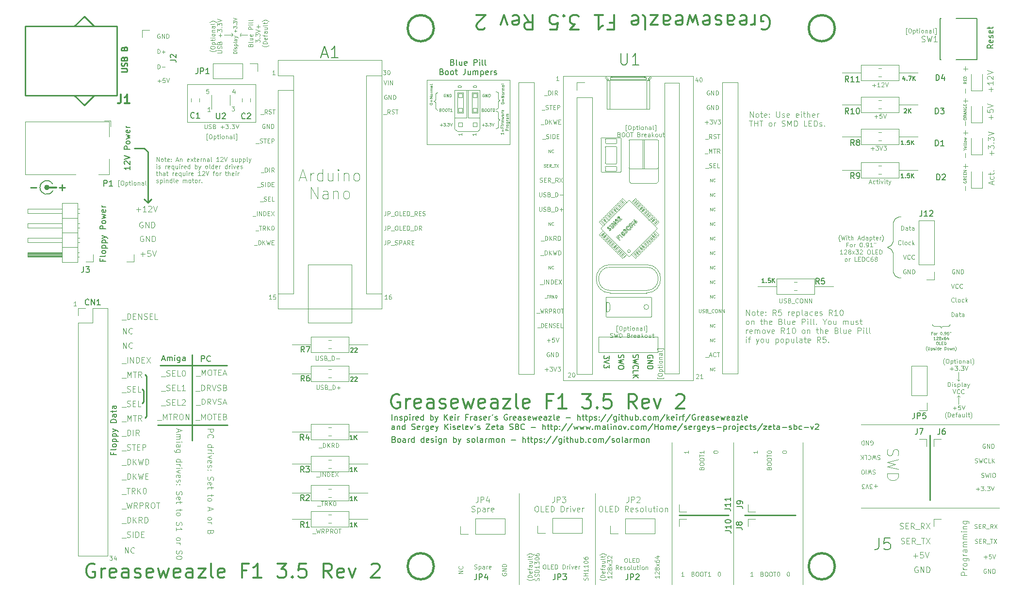
<source format=gbr>
G04 #@! TF.GenerationSoftware,KiCad,Pcbnew,(5.1.9)-1*
G04 #@! TF.CreationDate,2021-01-17T11:56:39+00:00*
G04 #@! TF.ProjectId,Greaseweazle F1 3.5 Inch Rev 2,47726561-7365-4776-9561-7a6c65204631,2*
G04 #@! TF.SameCoordinates,PX6312cb0PY6bcb370*
G04 #@! TF.FileFunction,Legend,Top*
G04 #@! TF.FilePolarity,Positive*
%FSLAX46Y46*%
G04 Gerber Fmt 4.6, Leading zero omitted, Abs format (unit mm)*
G04 Created by KiCad (PCBNEW (5.1.9)-1) date 2021-01-17 11:56:39*
%MOMM*%
%LPD*%
G01*
G04 APERTURE LIST*
%ADD10C,0.125000*%
%ADD11C,0.120000*%
%ADD12C,0.075000*%
%ADD13C,0.100000*%
%ADD14C,0.304800*%
%ADD15C,0.254000*%
%ADD16C,0.200000*%
%ADD17C,0.300000*%
%ADD18C,0.400000*%
%ADD19C,0.150000*%
%ADD20C,0.127000*%
%ADD21C,0.381000*%
%ADD22C,0.250000*%
%ADD23C,0.050000*%
G04 APERTURE END LIST*
D10*
X-16367143Y48166715D02*
X-16367143Y47666715D01*
X-16545715Y48452429D02*
X-16724286Y47916715D01*
X-16260000Y47916715D01*
X-20903429Y48416715D02*
X-21260572Y48416715D01*
X-21296286Y48059572D01*
X-21260572Y48095286D01*
X-21189143Y48131000D01*
X-21010572Y48131000D01*
X-20939143Y48095286D01*
X-20903429Y48059572D01*
X-20867715Y47988143D01*
X-20867715Y47809572D01*
X-20903429Y47738143D01*
X-20939143Y47702429D01*
X-21010572Y47666715D01*
X-21189143Y47666715D01*
X-21260572Y47702429D01*
X-21296286Y47738143D01*
X-16887000Y45368715D02*
X-16422715Y45368715D01*
X-16672715Y45083000D01*
X-16565572Y45083000D01*
X-16494143Y45047286D01*
X-16458429Y45011572D01*
X-16422715Y44940143D01*
X-16422715Y44761572D01*
X-16458429Y44690143D01*
X-16494143Y44654429D01*
X-16565572Y44618715D01*
X-16779858Y44618715D01*
X-16851286Y44654429D01*
X-16887000Y44690143D01*
X-20613715Y44491715D02*
X-21042286Y44491715D01*
X-20828000Y44491715D02*
X-20828000Y45241715D01*
X-20899429Y45134572D01*
X-20970858Y45063143D01*
X-21042286Y45027429D01*
X41846571Y-1184714D02*
X41882285Y-1149000D01*
X41953714Y-1113285D01*
X42132285Y-1113285D01*
X42203714Y-1149000D01*
X42239428Y-1184714D01*
X42275142Y-1256142D01*
X42275142Y-1327571D01*
X42239428Y-1434714D01*
X41810857Y-1863285D01*
X42275142Y-1863285D01*
X42739428Y-1113285D02*
X42810857Y-1113285D01*
X42882285Y-1149000D01*
X42918000Y-1184714D01*
X42953714Y-1256142D01*
X42989428Y-1399000D01*
X42989428Y-1577571D01*
X42953714Y-1720428D01*
X42918000Y-1791857D01*
X42882285Y-1827571D01*
X42810857Y-1863285D01*
X42739428Y-1863285D01*
X42668000Y-1827571D01*
X42632285Y-1791857D01*
X42596571Y-1720428D01*
X42560857Y-1577571D01*
X42560857Y-1399000D01*
X42596571Y-1256142D01*
X42632285Y-1184714D01*
X42668000Y-1149000D01*
X42739428Y-1113285D01*
X64198571Y-1438714D02*
X64234285Y-1403000D01*
X64305714Y-1367285D01*
X64484285Y-1367285D01*
X64555714Y-1403000D01*
X64591428Y-1438714D01*
X64627142Y-1510142D01*
X64627142Y-1581571D01*
X64591428Y-1688714D01*
X64162857Y-2117285D01*
X64627142Y-2117285D01*
X65341428Y-2117285D02*
X64912857Y-2117285D01*
X65127142Y-2117285D02*
X65127142Y-1367285D01*
X65055714Y-1474428D01*
X64984285Y-1545857D01*
X64912857Y-1581571D01*
X64428714Y50198715D02*
X64428714Y49698715D01*
X64250142Y50484429D02*
X64071571Y49948715D01*
X64535857Y49948715D01*
X64964428Y50448715D02*
X65035857Y50448715D01*
X65107285Y50413000D01*
X65143000Y50377286D01*
X65178714Y50305858D01*
X65214428Y50163000D01*
X65214428Y49984429D01*
X65178714Y49841572D01*
X65143000Y49770143D01*
X65107285Y49734429D01*
X65035857Y49698715D01*
X64964428Y49698715D01*
X64893000Y49734429D01*
X64857285Y49770143D01*
X64821571Y49841572D01*
X64785857Y49984429D01*
X64785857Y50163000D01*
X64821571Y50305858D01*
X64857285Y50377286D01*
X64893000Y50413000D01*
X64964428Y50448715D01*
X40219285Y49952715D02*
X39790714Y49952715D01*
X40005000Y49952715D02*
X40005000Y50702715D01*
X39933571Y50595572D01*
X39862142Y50524143D01*
X39790714Y50488429D01*
X-9921858Y11725715D02*
X-10350429Y11725715D01*
X-10136143Y11725715D02*
X-10136143Y12475715D01*
X-10207572Y12368572D01*
X-10279000Y12297143D01*
X-10350429Y12261429D01*
X-9243286Y12475715D02*
X-9600429Y12475715D01*
X-9636143Y12118572D01*
X-9600429Y12154286D01*
X-9529000Y12190000D01*
X-9350429Y12190000D01*
X-9279000Y12154286D01*
X-9243286Y12118572D01*
X-9207572Y12047143D01*
X-9207572Y11868572D01*
X-9243286Y11797143D01*
X-9279000Y11761429D01*
X-9350429Y11725715D01*
X-9529000Y11725715D01*
X-9600429Y11761429D01*
X-9636143Y11797143D01*
X10271142Y11725715D02*
X9842571Y11725715D01*
X10056857Y11725715D02*
X10056857Y12475715D01*
X9985428Y12368572D01*
X9914000Y12297143D01*
X9842571Y12261429D01*
X10914000Y12475715D02*
X10771142Y12475715D01*
X10699714Y12440000D01*
X10664000Y12404286D01*
X10592571Y12297143D01*
X10556857Y12154286D01*
X10556857Y11868572D01*
X10592571Y11797143D01*
X10628285Y11761429D01*
X10699714Y11725715D01*
X10842571Y11725715D01*
X10914000Y11761429D01*
X10949714Y11797143D01*
X10985428Y11868572D01*
X10985428Y12047143D01*
X10949714Y12118572D01*
X10914000Y12154286D01*
X10842571Y12190000D01*
X10699714Y12190000D01*
X10628285Y12154286D01*
X10592571Y12118572D01*
X10556857Y12047143D01*
X9552857Y51718715D02*
X10017142Y51718715D01*
X9767142Y51433000D01*
X9874285Y51433000D01*
X9945714Y51397286D01*
X9981428Y51361572D01*
X10017142Y51290143D01*
X10017142Y51111572D01*
X9981428Y51040143D01*
X9945714Y51004429D01*
X9874285Y50968715D01*
X9660000Y50968715D01*
X9588571Y51004429D01*
X9552857Y51040143D01*
X10481428Y51718715D02*
X10552857Y51718715D01*
X10624285Y51683000D01*
X10660000Y51647286D01*
X10695714Y51575858D01*
X10731428Y51433000D01*
X10731428Y51254429D01*
X10695714Y51111572D01*
X10660000Y51040143D01*
X10624285Y51004429D01*
X10552857Y50968715D01*
X10481428Y50968715D01*
X10410000Y51004429D01*
X10374285Y51040143D01*
X10338571Y51111572D01*
X10302857Y51254429D01*
X10302857Y51433000D01*
X10338571Y51575858D01*
X10374285Y51647286D01*
X10410000Y51683000D01*
X10481428Y51718715D01*
X-9310715Y50968715D02*
X-9739286Y50968715D01*
X-9525000Y50968715D02*
X-9525000Y51718715D01*
X-9596429Y51611572D01*
X-9667858Y51540143D01*
X-9739286Y51504429D01*
X-4936477Y32979167D02*
X-3984096Y32979167D01*
X-5126953Y32407739D02*
X-4460286Y34407739D01*
X-3793620Y32407739D01*
X-3126953Y32407739D02*
X-3126953Y33741072D01*
X-3126953Y33360120D02*
X-3031715Y33550596D01*
X-2936477Y33645834D01*
X-2746000Y33741072D01*
X-2555524Y33741072D01*
X-1031715Y32407739D02*
X-1031715Y34407739D01*
X-1031715Y32502977D02*
X-1222191Y32407739D01*
X-1603143Y32407739D01*
X-1793620Y32502977D01*
X-1888858Y32598215D01*
X-1984096Y32788691D01*
X-1984096Y33360120D01*
X-1888858Y33550596D01*
X-1793620Y33645834D01*
X-1603143Y33741072D01*
X-1222191Y33741072D01*
X-1031715Y33645834D01*
X777809Y33741072D02*
X777809Y32407739D01*
X-79334Y33741072D02*
X-79334Y32693453D01*
X15904Y32502977D01*
X206380Y32407739D01*
X492095Y32407739D01*
X682571Y32502977D01*
X777809Y32598215D01*
X1730190Y32407739D02*
X1730190Y33741072D01*
X1730190Y34407739D02*
X1634952Y34312500D01*
X1730190Y34217262D01*
X1825428Y34312500D01*
X1730190Y34407739D01*
X1730190Y34217262D01*
X2682571Y33741072D02*
X2682571Y32407739D01*
X2682571Y33550596D02*
X2777809Y33645834D01*
X2968285Y33741072D01*
X3254000Y33741072D01*
X3444476Y33645834D01*
X3539714Y33455358D01*
X3539714Y32407739D01*
X4777809Y32407739D02*
X4587333Y32502977D01*
X4492095Y32598215D01*
X4396857Y32788691D01*
X4396857Y33360120D01*
X4492095Y33550596D01*
X4587333Y33645834D01*
X4777809Y33741072D01*
X5063523Y33741072D01*
X5254000Y33645834D01*
X5349238Y33550596D01*
X5444476Y33360120D01*
X5444476Y32788691D01*
X5349238Y32598215D01*
X5254000Y32502977D01*
X5063523Y32407739D01*
X4777809Y32407739D01*
X-3031715Y29282739D02*
X-3031715Y31282739D01*
X-1888858Y29282739D01*
X-1888858Y31282739D01*
X-79334Y29282739D02*
X-79334Y30330358D01*
X-174572Y30520834D01*
X-365048Y30616072D01*
X-746000Y30616072D01*
X-936477Y30520834D01*
X-79334Y29377977D02*
X-269810Y29282739D01*
X-746000Y29282739D01*
X-936477Y29377977D01*
X-1031715Y29568453D01*
X-1031715Y29758929D01*
X-936477Y29949405D01*
X-746000Y30044643D01*
X-269810Y30044643D01*
X-79334Y30139881D01*
X873047Y30616072D02*
X873047Y29282739D01*
X873047Y30425596D02*
X968285Y30520834D01*
X1158761Y30616072D01*
X1444476Y30616072D01*
X1634952Y30520834D01*
X1730190Y30330358D01*
X1730190Y29282739D01*
X2968285Y29282739D02*
X2777809Y29377977D01*
X2682571Y29473215D01*
X2587333Y29663691D01*
X2587333Y30235120D01*
X2682571Y30425596D01*
X2777809Y30520834D01*
X2968285Y30616072D01*
X3254000Y30616072D01*
X3444476Y30520834D01*
X3539714Y30425596D01*
X3634952Y30235120D01*
X3634952Y29663691D01*
X3539714Y29473215D01*
X3444476Y29377977D01*
X3254000Y29282739D01*
X2968285Y29282739D01*
D11*
X117094000Y-10160000D02*
X92964000Y-10160000D01*
X117094000Y-24765000D02*
X92964000Y-24765000D01*
X82804000Y-13335000D02*
X82804000Y-38100000D01*
X70739000Y-13335000D02*
X70739000Y-38100000D01*
X59944000Y-13335000D02*
X59944000Y-38100000D01*
X46609000Y-22225000D02*
X46609000Y-38100000D01*
X33274000Y-22225000D02*
X33274000Y-38100000D01*
D10*
X52379666Y-22769880D02*
X52379666Y-23484166D01*
X52332047Y-23627023D01*
X52236809Y-23722261D01*
X52093952Y-23769880D01*
X51998714Y-23769880D01*
X52855857Y-23769880D02*
X52855857Y-22769880D01*
X53236809Y-22769880D01*
X53332047Y-22817500D01*
X53379666Y-22865119D01*
X53427285Y-22960357D01*
X53427285Y-23103214D01*
X53379666Y-23198452D01*
X53332047Y-23246071D01*
X53236809Y-23293690D01*
X52855857Y-23293690D01*
X53808238Y-22865119D02*
X53855857Y-22817500D01*
X53951095Y-22769880D01*
X54189190Y-22769880D01*
X54284428Y-22817500D01*
X54332047Y-22865119D01*
X54379666Y-22960357D01*
X54379666Y-23055595D01*
X54332047Y-23198452D01*
X53760619Y-23769880D01*
X54379666Y-23769880D01*
X47451095Y-24394880D02*
X47641571Y-24394880D01*
X47736809Y-24442500D01*
X47832047Y-24537738D01*
X47879666Y-24728214D01*
X47879666Y-25061547D01*
X47832047Y-25252023D01*
X47736809Y-25347261D01*
X47641571Y-25394880D01*
X47451095Y-25394880D01*
X47355857Y-25347261D01*
X47260619Y-25252023D01*
X47213000Y-25061547D01*
X47213000Y-24728214D01*
X47260619Y-24537738D01*
X47355857Y-24442500D01*
X47451095Y-24394880D01*
X48784428Y-25394880D02*
X48308238Y-25394880D01*
X48308238Y-24394880D01*
X49117761Y-24871071D02*
X49451095Y-24871071D01*
X49593952Y-25394880D02*
X49117761Y-25394880D01*
X49117761Y-24394880D01*
X49593952Y-24394880D01*
X50022523Y-25394880D02*
X50022523Y-24394880D01*
X50260619Y-24394880D01*
X50403476Y-24442500D01*
X50498714Y-24537738D01*
X50546333Y-24632976D01*
X50593952Y-24823452D01*
X50593952Y-24966309D01*
X50546333Y-25156785D01*
X50498714Y-25252023D01*
X50403476Y-25347261D01*
X50260619Y-25394880D01*
X50022523Y-25394880D01*
X52355857Y-25394880D02*
X52022523Y-24918690D01*
X51784428Y-25394880D02*
X51784428Y-24394880D01*
X52165380Y-24394880D01*
X52260619Y-24442500D01*
X52308238Y-24490119D01*
X52355857Y-24585357D01*
X52355857Y-24728214D01*
X52308238Y-24823452D01*
X52260619Y-24871071D01*
X52165380Y-24918690D01*
X51784428Y-24918690D01*
X53165380Y-25347261D02*
X53070142Y-25394880D01*
X52879666Y-25394880D01*
X52784428Y-25347261D01*
X52736809Y-25252023D01*
X52736809Y-24871071D01*
X52784428Y-24775833D01*
X52879666Y-24728214D01*
X53070142Y-24728214D01*
X53165380Y-24775833D01*
X53213000Y-24871071D01*
X53213000Y-24966309D01*
X52736809Y-25061547D01*
X53593952Y-25347261D02*
X53689190Y-25394880D01*
X53879666Y-25394880D01*
X53974904Y-25347261D01*
X54022523Y-25252023D01*
X54022523Y-25204404D01*
X53974904Y-25109166D01*
X53879666Y-25061547D01*
X53736809Y-25061547D01*
X53641571Y-25013928D01*
X53593952Y-24918690D01*
X53593952Y-24871071D01*
X53641571Y-24775833D01*
X53736809Y-24728214D01*
X53879666Y-24728214D01*
X53974904Y-24775833D01*
X54593952Y-25394880D02*
X54498714Y-25347261D01*
X54451095Y-25299642D01*
X54403476Y-25204404D01*
X54403476Y-24918690D01*
X54451095Y-24823452D01*
X54498714Y-24775833D01*
X54593952Y-24728214D01*
X54736809Y-24728214D01*
X54832047Y-24775833D01*
X54879666Y-24823452D01*
X54927285Y-24918690D01*
X54927285Y-25204404D01*
X54879666Y-25299642D01*
X54832047Y-25347261D01*
X54736809Y-25394880D01*
X54593952Y-25394880D01*
X55498714Y-25394880D02*
X55403476Y-25347261D01*
X55355857Y-25252023D01*
X55355857Y-24394880D01*
X56308238Y-24728214D02*
X56308238Y-25394880D01*
X55879666Y-24728214D02*
X55879666Y-25252023D01*
X55927285Y-25347261D01*
X56022523Y-25394880D01*
X56165380Y-25394880D01*
X56260619Y-25347261D01*
X56308238Y-25299642D01*
X56641571Y-24728214D02*
X57022523Y-24728214D01*
X56784428Y-24394880D02*
X56784428Y-25252023D01*
X56832047Y-25347261D01*
X56927285Y-25394880D01*
X57022523Y-25394880D01*
X57355857Y-25394880D02*
X57355857Y-24728214D01*
X57355857Y-24394880D02*
X57308238Y-24442500D01*
X57355857Y-24490119D01*
X57403476Y-24442500D01*
X57355857Y-24394880D01*
X57355857Y-24490119D01*
X57974904Y-25394880D02*
X57879666Y-25347261D01*
X57832047Y-25299642D01*
X57784428Y-25204404D01*
X57784428Y-24918690D01*
X57832047Y-24823452D01*
X57879666Y-24775833D01*
X57974904Y-24728214D01*
X58117761Y-24728214D01*
X58213000Y-24775833D01*
X58260619Y-24823452D01*
X58308238Y-24918690D01*
X58308238Y-25204404D01*
X58260619Y-25299642D01*
X58213000Y-25347261D01*
X58117761Y-25394880D01*
X57974904Y-25394880D01*
X58736809Y-24728214D02*
X58736809Y-25394880D01*
X58736809Y-24823452D02*
X58784428Y-24775833D01*
X58879666Y-24728214D01*
X59022523Y-24728214D01*
X59117761Y-24775833D01*
X59165380Y-24871071D01*
X59165380Y-25394880D01*
X39425666Y-22769880D02*
X39425666Y-23484166D01*
X39378047Y-23627023D01*
X39282809Y-23722261D01*
X39139952Y-23769880D01*
X39044714Y-23769880D01*
X39901857Y-23769880D02*
X39901857Y-22769880D01*
X40282809Y-22769880D01*
X40378047Y-22817500D01*
X40425666Y-22865119D01*
X40473285Y-22960357D01*
X40473285Y-23103214D01*
X40425666Y-23198452D01*
X40378047Y-23246071D01*
X40282809Y-23293690D01*
X39901857Y-23293690D01*
X40806619Y-22769880D02*
X41425666Y-22769880D01*
X41092333Y-23150833D01*
X41235190Y-23150833D01*
X41330428Y-23198452D01*
X41378047Y-23246071D01*
X41425666Y-23341309D01*
X41425666Y-23579404D01*
X41378047Y-23674642D01*
X41330428Y-23722261D01*
X41235190Y-23769880D01*
X40949476Y-23769880D01*
X40854238Y-23722261D01*
X40806619Y-23674642D01*
X36259000Y-24394880D02*
X36449476Y-24394880D01*
X36544714Y-24442500D01*
X36639952Y-24537738D01*
X36687571Y-24728214D01*
X36687571Y-25061547D01*
X36639952Y-25252023D01*
X36544714Y-25347261D01*
X36449476Y-25394880D01*
X36259000Y-25394880D01*
X36163761Y-25347261D01*
X36068523Y-25252023D01*
X36020904Y-25061547D01*
X36020904Y-24728214D01*
X36068523Y-24537738D01*
X36163761Y-24442500D01*
X36259000Y-24394880D01*
X37592333Y-25394880D02*
X37116142Y-25394880D01*
X37116142Y-24394880D01*
X37925666Y-24871071D02*
X38259000Y-24871071D01*
X38401857Y-25394880D02*
X37925666Y-25394880D01*
X37925666Y-24394880D01*
X38401857Y-24394880D01*
X38830428Y-25394880D02*
X38830428Y-24394880D01*
X39068523Y-24394880D01*
X39211380Y-24442500D01*
X39306619Y-24537738D01*
X39354238Y-24632976D01*
X39401857Y-24823452D01*
X39401857Y-24966309D01*
X39354238Y-25156785D01*
X39306619Y-25252023D01*
X39211380Y-25347261D01*
X39068523Y-25394880D01*
X38830428Y-25394880D01*
X40592333Y-25394880D02*
X40592333Y-24394880D01*
X40830428Y-24394880D01*
X40973285Y-24442500D01*
X41068523Y-24537738D01*
X41116142Y-24632976D01*
X41163761Y-24823452D01*
X41163761Y-24966309D01*
X41116142Y-25156785D01*
X41068523Y-25252023D01*
X40973285Y-25347261D01*
X40830428Y-25394880D01*
X40592333Y-25394880D01*
X41592333Y-25394880D02*
X41592333Y-24728214D01*
X41592333Y-24918690D02*
X41639952Y-24823452D01*
X41687571Y-24775833D01*
X41782809Y-24728214D01*
X41878047Y-24728214D01*
X42211380Y-25394880D02*
X42211380Y-24728214D01*
X42211380Y-24394880D02*
X42163761Y-24442500D01*
X42211380Y-24490119D01*
X42259000Y-24442500D01*
X42211380Y-24394880D01*
X42211380Y-24490119D01*
X42592333Y-24728214D02*
X42830428Y-25394880D01*
X43068523Y-24728214D01*
X43830428Y-25347261D02*
X43735190Y-25394880D01*
X43544714Y-25394880D01*
X43449476Y-25347261D01*
X43401857Y-25252023D01*
X43401857Y-24871071D01*
X43449476Y-24775833D01*
X43544714Y-24728214D01*
X43735190Y-24728214D01*
X43830428Y-24775833D01*
X43878047Y-24871071D01*
X43878047Y-24966309D01*
X43401857Y-25061547D01*
X44306619Y-25394880D02*
X44306619Y-24728214D01*
X44306619Y-24918690D02*
X44354238Y-24823452D01*
X44401857Y-24775833D01*
X44497095Y-24728214D01*
X44592333Y-24728214D01*
X26090666Y-22769880D02*
X26090666Y-23484166D01*
X26043047Y-23627023D01*
X25947809Y-23722261D01*
X25804952Y-23769880D01*
X25709714Y-23769880D01*
X26566857Y-23769880D02*
X26566857Y-22769880D01*
X26947809Y-22769880D01*
X27043047Y-22817500D01*
X27090666Y-22865119D01*
X27138285Y-22960357D01*
X27138285Y-23103214D01*
X27090666Y-23198452D01*
X27043047Y-23246071D01*
X26947809Y-23293690D01*
X26566857Y-23293690D01*
X27995428Y-23103214D02*
X27995428Y-23769880D01*
X27757333Y-22722261D02*
X27519238Y-23436547D01*
X28138285Y-23436547D01*
X24995428Y-25347261D02*
X25138285Y-25394880D01*
X25376380Y-25394880D01*
X25471619Y-25347261D01*
X25519238Y-25299642D01*
X25566857Y-25204404D01*
X25566857Y-25109166D01*
X25519238Y-25013928D01*
X25471619Y-24966309D01*
X25376380Y-24918690D01*
X25185904Y-24871071D01*
X25090666Y-24823452D01*
X25043047Y-24775833D01*
X24995428Y-24680595D01*
X24995428Y-24585357D01*
X25043047Y-24490119D01*
X25090666Y-24442500D01*
X25185904Y-24394880D01*
X25424000Y-24394880D01*
X25566857Y-24442500D01*
X25995428Y-24728214D02*
X25995428Y-25728214D01*
X25995428Y-24775833D02*
X26090666Y-24728214D01*
X26281142Y-24728214D01*
X26376380Y-24775833D01*
X26424000Y-24823452D01*
X26471619Y-24918690D01*
X26471619Y-25204404D01*
X26424000Y-25299642D01*
X26376380Y-25347261D01*
X26281142Y-25394880D01*
X26090666Y-25394880D01*
X25995428Y-25347261D01*
X27328761Y-25394880D02*
X27328761Y-24871071D01*
X27281142Y-24775833D01*
X27185904Y-24728214D01*
X26995428Y-24728214D01*
X26900190Y-24775833D01*
X27328761Y-25347261D02*
X27233523Y-25394880D01*
X26995428Y-25394880D01*
X26900190Y-25347261D01*
X26852571Y-25252023D01*
X26852571Y-25156785D01*
X26900190Y-25061547D01*
X26995428Y-25013928D01*
X27233523Y-25013928D01*
X27328761Y-24966309D01*
X27804952Y-25394880D02*
X27804952Y-24728214D01*
X27804952Y-24918690D02*
X27852571Y-24823452D01*
X27900190Y-24775833D01*
X27995428Y-24728214D01*
X28090666Y-24728214D01*
X28804952Y-25347261D02*
X28709714Y-25394880D01*
X28519238Y-25394880D01*
X28424000Y-25347261D01*
X28376380Y-25252023D01*
X28376380Y-24871071D01*
X28424000Y-24775833D01*
X28519238Y-24728214D01*
X28709714Y-24728214D01*
X28804952Y-24775833D01*
X28852571Y-24871071D01*
X28852571Y-24966309D01*
X28376380Y-25061547D01*
X-11112429Y42285000D02*
X-11183858Y42320715D01*
X-11291000Y42320715D01*
X-11398143Y42285000D01*
X-11469572Y42213572D01*
X-11505286Y42142143D01*
X-11541000Y41999286D01*
X-11541000Y41892143D01*
X-11505286Y41749286D01*
X-11469572Y41677858D01*
X-11398143Y41606429D01*
X-11291000Y41570715D01*
X-11219572Y41570715D01*
X-11112429Y41606429D01*
X-11076715Y41642143D01*
X-11076715Y41892143D01*
X-11219572Y41892143D01*
X-10755286Y41570715D02*
X-10755286Y42320715D01*
X-10326715Y41570715D01*
X-10326715Y42320715D01*
X-9969572Y41570715D02*
X-9969572Y42320715D01*
X-9791000Y42320715D01*
X-9683858Y42285000D01*
X-9612429Y42213572D01*
X-9576715Y42142143D01*
X-9541000Y41999286D01*
X-9541000Y41892143D01*
X-9576715Y41749286D01*
X-9612429Y41677858D01*
X-9683858Y41606429D01*
X-9791000Y41570715D01*
X-9969572Y41570715D01*
X-11844572Y44039286D02*
X-11273143Y44039286D01*
X-10666000Y44110715D02*
X-10916000Y44467858D01*
X-11094572Y44110715D02*
X-11094572Y44860715D01*
X-10808858Y44860715D01*
X-10737429Y44825000D01*
X-10701715Y44789286D01*
X-10666000Y44717858D01*
X-10666000Y44610715D01*
X-10701715Y44539286D01*
X-10737429Y44503572D01*
X-10808858Y44467858D01*
X-11094572Y44467858D01*
X-10380286Y44146429D02*
X-10273143Y44110715D01*
X-10094572Y44110715D01*
X-10023143Y44146429D01*
X-9987429Y44182143D01*
X-9951715Y44253572D01*
X-9951715Y44325000D01*
X-9987429Y44396429D01*
X-10023143Y44432143D01*
X-10094572Y44467858D01*
X-10237429Y44503572D01*
X-10308858Y44539286D01*
X-10344572Y44575000D01*
X-10380286Y44646429D01*
X-10380286Y44717858D01*
X-10344572Y44789286D01*
X-10308858Y44825000D01*
X-10237429Y44860715D01*
X-10058858Y44860715D01*
X-9951715Y44825000D01*
X-9737429Y44860715D02*
X-9308858Y44860715D01*
X-9523143Y44110715D02*
X-9523143Y44860715D01*
X-12658143Y38959286D02*
X-12086714Y38959286D01*
X-11943857Y39066429D02*
X-11836714Y39030715D01*
X-11658143Y39030715D01*
X-11586714Y39066429D01*
X-11551000Y39102143D01*
X-11515285Y39173572D01*
X-11515285Y39245000D01*
X-11551000Y39316429D01*
X-11586714Y39352143D01*
X-11658143Y39387858D01*
X-11801000Y39423572D01*
X-11872428Y39459286D01*
X-11908143Y39495000D01*
X-11943857Y39566429D01*
X-11943857Y39637858D01*
X-11908143Y39709286D01*
X-11872428Y39745000D01*
X-11801000Y39780715D01*
X-11622428Y39780715D01*
X-11515285Y39745000D01*
X-11301000Y39780715D02*
X-10872428Y39780715D01*
X-11086714Y39030715D02*
X-11086714Y39780715D01*
X-10622428Y39423572D02*
X-10372428Y39423572D01*
X-10265285Y39030715D02*
X-10622428Y39030715D01*
X-10622428Y39780715D01*
X-10265285Y39780715D01*
X-9943857Y39030715D02*
X-9943857Y39780715D01*
X-9658143Y39780715D01*
X-9586714Y39745000D01*
X-9551000Y39709286D01*
X-9515285Y39637858D01*
X-9515285Y39530715D01*
X-9551000Y39459286D01*
X-9586714Y39423572D01*
X-9658143Y39387858D01*
X-9943857Y39387858D01*
X-11801000Y33879286D02*
X-11229572Y33879286D01*
X-11051000Y33950715D02*
X-11051000Y34700715D01*
X-10872429Y34700715D01*
X-10765286Y34665000D01*
X-10693857Y34593572D01*
X-10658143Y34522143D01*
X-10622429Y34379286D01*
X-10622429Y34272143D01*
X-10658143Y34129286D01*
X-10693857Y34057858D01*
X-10765286Y33986429D01*
X-10872429Y33950715D01*
X-11051000Y33950715D01*
X-10301000Y33950715D02*
X-10301000Y34700715D01*
X-9515286Y33950715D02*
X-9765286Y34307858D01*
X-9943857Y33950715D02*
X-9943857Y34700715D01*
X-9658143Y34700715D01*
X-9586714Y34665000D01*
X-9551000Y34629286D01*
X-9515286Y34557858D01*
X-9515286Y34450715D01*
X-9551000Y34379286D01*
X-9586714Y34343572D01*
X-9658143Y34307858D01*
X-9943857Y34307858D01*
X-12443858Y31339286D02*
X-11872429Y31339286D01*
X-11729572Y31446429D02*
X-11622429Y31410715D01*
X-11443858Y31410715D01*
X-11372429Y31446429D01*
X-11336715Y31482143D01*
X-11301001Y31553572D01*
X-11301001Y31625000D01*
X-11336715Y31696429D01*
X-11372429Y31732143D01*
X-11443858Y31767858D01*
X-11586715Y31803572D01*
X-11658143Y31839286D01*
X-11693858Y31875000D01*
X-11729572Y31946429D01*
X-11729572Y32017858D01*
X-11693858Y32089286D01*
X-11658143Y32125000D01*
X-11586715Y32160715D01*
X-11408143Y32160715D01*
X-11301001Y32125000D01*
X-10979572Y31410715D02*
X-10979572Y32160715D01*
X-10622429Y31410715D02*
X-10622429Y32160715D01*
X-10443858Y32160715D01*
X-10336715Y32125000D01*
X-10265286Y32053572D01*
X-10229572Y31982143D01*
X-10193858Y31839286D01*
X-10193858Y31732143D01*
X-10229572Y31589286D01*
X-10265286Y31517858D01*
X-10336715Y31446429D01*
X-10443858Y31410715D01*
X-10622429Y31410715D01*
X-9872429Y31803572D02*
X-9622429Y31803572D01*
X-9515286Y31410715D02*
X-9872429Y31410715D01*
X-9872429Y32160715D01*
X-9515286Y32160715D01*
X-11943858Y28799286D02*
X-11372429Y28799286D01*
X-11229572Y28906429D02*
X-11122429Y28870715D01*
X-10943858Y28870715D01*
X-10872429Y28906429D01*
X-10836715Y28942143D01*
X-10801001Y29013572D01*
X-10801001Y29085000D01*
X-10836715Y29156429D01*
X-10872429Y29192143D01*
X-10943858Y29227858D01*
X-11086715Y29263572D01*
X-11158143Y29299286D01*
X-11193858Y29335000D01*
X-11229572Y29406429D01*
X-11229572Y29477858D01*
X-11193858Y29549286D01*
X-11158143Y29585000D01*
X-11086715Y29620715D01*
X-10908143Y29620715D01*
X-10801001Y29585000D01*
X-10479572Y29263572D02*
X-10229572Y29263572D01*
X-10122429Y28870715D02*
X-10479572Y28870715D01*
X-10479572Y29620715D01*
X-10122429Y29620715D01*
X-9443858Y28870715D02*
X-9801001Y28870715D01*
X-9801001Y29620715D01*
X-13229572Y26259286D02*
X-12658143Y26259286D01*
X-12479572Y26330715D02*
X-12479572Y27080715D01*
X-12122429Y26330715D02*
X-12122429Y27080715D01*
X-11693858Y26330715D01*
X-11693858Y27080715D01*
X-11336715Y26330715D02*
X-11336715Y27080715D01*
X-11158143Y27080715D01*
X-11051000Y27045000D01*
X-10979572Y26973572D01*
X-10943858Y26902143D01*
X-10908143Y26759286D01*
X-10908143Y26652143D01*
X-10943858Y26509286D01*
X-10979572Y26437858D01*
X-11051000Y26366429D01*
X-11158143Y26330715D01*
X-11336715Y26330715D01*
X-10586715Y26723572D02*
X-10336715Y26723572D01*
X-10229572Y26330715D02*
X-10586715Y26330715D01*
X-10586715Y27080715D01*
X-10229572Y27080715D01*
X-9979572Y27080715D02*
X-9479572Y26330715D01*
X-9479572Y27080715D02*
X-9979572Y26330715D01*
X-12729572Y23719286D02*
X-12158143Y23719286D01*
X-12086715Y24540715D02*
X-11658143Y24540715D01*
X-11872429Y23790715D02*
X-11872429Y24540715D01*
X-10979572Y23790715D02*
X-11229572Y24147858D01*
X-11408143Y23790715D02*
X-11408143Y24540715D01*
X-11122429Y24540715D01*
X-11051000Y24505000D01*
X-11015286Y24469286D01*
X-10979572Y24397858D01*
X-10979572Y24290715D01*
X-11015286Y24219286D01*
X-11051000Y24183572D01*
X-11122429Y24147858D01*
X-11408143Y24147858D01*
X-10658143Y23790715D02*
X-10658143Y24540715D01*
X-10229572Y23790715D02*
X-10551000Y24219286D01*
X-10229572Y24540715D02*
X-10658143Y24112143D01*
X-9765286Y24540715D02*
X-9693858Y24540715D01*
X-9622429Y24505000D01*
X-9586715Y24469286D01*
X-9551000Y24397858D01*
X-9515286Y24255000D01*
X-9515286Y24076429D01*
X-9551000Y23933572D01*
X-9586715Y23862143D01*
X-9622429Y23826429D01*
X-9693858Y23790715D01*
X-9765286Y23790715D01*
X-9836715Y23826429D01*
X-9872429Y23862143D01*
X-9908143Y23933572D01*
X-9943858Y24076429D01*
X-9943858Y24255000D01*
X-9908143Y24397858D01*
X-9872429Y24469286D01*
X-9836715Y24505000D01*
X-9765286Y24540715D01*
X-12979572Y21179286D02*
X-12408143Y21179286D01*
X-12229572Y21250715D02*
X-12229572Y22000715D01*
X-12051000Y22000715D01*
X-11943858Y21965000D01*
X-11872429Y21893572D01*
X-11836715Y21822143D01*
X-11801000Y21679286D01*
X-11801000Y21572143D01*
X-11836715Y21429286D01*
X-11872429Y21357858D01*
X-11943858Y21286429D01*
X-12051000Y21250715D01*
X-12229572Y21250715D01*
X-11479572Y21250715D02*
X-11479572Y22000715D01*
X-11051000Y21250715D02*
X-11372429Y21679286D01*
X-11051000Y22000715D02*
X-11479572Y21572143D01*
X-10801000Y22000715D02*
X-10622429Y21250715D01*
X-10479572Y21786429D01*
X-10336715Y21250715D01*
X-10158143Y22000715D01*
X-9872429Y21643572D02*
X-9622429Y21643572D01*
X-9515286Y21250715D02*
X-9872429Y21250715D01*
X-9872429Y22000715D01*
X-9515286Y22000715D01*
X9997571Y22000715D02*
X9997571Y21465000D01*
X9961857Y21357858D01*
X9890428Y21286429D01*
X9783285Y21250715D01*
X9711857Y21250715D01*
X10354714Y21250715D02*
X10354714Y22000715D01*
X10640428Y22000715D01*
X10711857Y21965000D01*
X10747571Y21929286D01*
X10783285Y21857858D01*
X10783285Y21750715D01*
X10747571Y21679286D01*
X10711857Y21643572D01*
X10640428Y21607858D01*
X10354714Y21607858D01*
X10926142Y21179286D02*
X11497571Y21179286D01*
X11640428Y21286429D02*
X11747571Y21250715D01*
X11926142Y21250715D01*
X11997571Y21286429D01*
X12033285Y21322143D01*
X12069000Y21393572D01*
X12069000Y21465000D01*
X12033285Y21536429D01*
X11997571Y21572143D01*
X11926142Y21607858D01*
X11783285Y21643572D01*
X11711857Y21679286D01*
X11676142Y21715000D01*
X11640428Y21786429D01*
X11640428Y21857858D01*
X11676142Y21929286D01*
X11711857Y21965000D01*
X11783285Y22000715D01*
X11961857Y22000715D01*
X12069000Y21965000D01*
X12390428Y21250715D02*
X12390428Y22000715D01*
X12676142Y22000715D01*
X12747571Y21965000D01*
X12783285Y21929286D01*
X12819000Y21857858D01*
X12819000Y21750715D01*
X12783285Y21679286D01*
X12747571Y21643572D01*
X12676142Y21607858D01*
X12390428Y21607858D01*
X13104714Y21465000D02*
X13461857Y21465000D01*
X13033285Y21250715D02*
X13283285Y22000715D01*
X13533285Y21250715D01*
X14211857Y21250715D02*
X13961857Y21607858D01*
X13783285Y21250715D02*
X13783285Y22000715D01*
X14069000Y22000715D01*
X14140428Y21965000D01*
X14176142Y21929286D01*
X14211857Y21857858D01*
X14211857Y21750715D01*
X14176142Y21679286D01*
X14140428Y21643572D01*
X14069000Y21607858D01*
X13783285Y21607858D01*
X14533285Y21643572D02*
X14783285Y21643572D01*
X14890428Y21250715D02*
X14533285Y21250715D01*
X14533285Y22000715D01*
X14890428Y22000715D01*
X9997572Y24540715D02*
X9997572Y24005000D01*
X9961857Y23897858D01*
X9890429Y23826429D01*
X9783286Y23790715D01*
X9711857Y23790715D01*
X10354714Y23790715D02*
X10354714Y24540715D01*
X10640429Y24540715D01*
X10711857Y24505000D01*
X10747572Y24469286D01*
X10783286Y24397858D01*
X10783286Y24290715D01*
X10747572Y24219286D01*
X10711857Y24183572D01*
X10640429Y24147858D01*
X10354714Y24147858D01*
X10926143Y23719286D02*
X11497572Y23719286D01*
X11819000Y24540715D02*
X11961857Y24540715D01*
X12033286Y24505000D01*
X12104714Y24433572D01*
X12140429Y24290715D01*
X12140429Y24040715D01*
X12104714Y23897858D01*
X12033286Y23826429D01*
X11961857Y23790715D01*
X11819000Y23790715D01*
X11747572Y23826429D01*
X11676143Y23897858D01*
X11640429Y24040715D01*
X11640429Y24290715D01*
X11676143Y24433572D01*
X11747572Y24505000D01*
X11819000Y24540715D01*
X12819000Y23790715D02*
X12461857Y23790715D01*
X12461857Y24540715D01*
X13069000Y24183572D02*
X13319000Y24183572D01*
X13426143Y23790715D02*
X13069000Y23790715D01*
X13069000Y24540715D01*
X13426143Y24540715D01*
X13747572Y23790715D02*
X13747572Y24540715D01*
X13926143Y24540715D01*
X14033286Y24505000D01*
X14104714Y24433572D01*
X14140429Y24362143D01*
X14176143Y24219286D01*
X14176143Y24112143D01*
X14140429Y23969286D01*
X14104714Y23897858D01*
X14033286Y23826429D01*
X13926143Y23790715D01*
X13747572Y23790715D01*
X14319000Y23719286D02*
X14890429Y23719286D01*
X15069000Y23790715D02*
X15069000Y24540715D01*
X15247572Y24540715D01*
X15354714Y24505000D01*
X15426143Y24433572D01*
X15461857Y24362143D01*
X15497572Y24219286D01*
X15497572Y24112143D01*
X15461857Y23969286D01*
X15426143Y23897858D01*
X15354714Y23826429D01*
X15247572Y23790715D01*
X15069000Y23790715D01*
X16247572Y23790715D02*
X15997572Y24147858D01*
X15819000Y23790715D02*
X15819000Y24540715D01*
X16104714Y24540715D01*
X16176143Y24505000D01*
X16211857Y24469286D01*
X16247572Y24397858D01*
X16247572Y24290715D01*
X16211857Y24219286D01*
X16176143Y24183572D01*
X16104714Y24147858D01*
X15819000Y24147858D01*
X9997571Y27080715D02*
X9997571Y26545000D01*
X9961857Y26437858D01*
X9890428Y26366429D01*
X9783285Y26330715D01*
X9711857Y26330715D01*
X10354714Y26330715D02*
X10354714Y27080715D01*
X10640428Y27080715D01*
X10711857Y27045000D01*
X10747571Y27009286D01*
X10783285Y26937858D01*
X10783285Y26830715D01*
X10747571Y26759286D01*
X10711857Y26723572D01*
X10640428Y26687858D01*
X10354714Y26687858D01*
X10926142Y26259286D02*
X11497571Y26259286D01*
X11819000Y27080715D02*
X11961857Y27080715D01*
X12033285Y27045000D01*
X12104714Y26973572D01*
X12140428Y26830715D01*
X12140428Y26580715D01*
X12104714Y26437858D01*
X12033285Y26366429D01*
X11961857Y26330715D01*
X11819000Y26330715D01*
X11747571Y26366429D01*
X11676142Y26437858D01*
X11640428Y26580715D01*
X11640428Y26830715D01*
X11676142Y26973572D01*
X11747571Y27045000D01*
X11819000Y27080715D01*
X12819000Y26330715D02*
X12461857Y26330715D01*
X12461857Y27080715D01*
X13069000Y26723572D02*
X13319000Y26723572D01*
X13426142Y26330715D02*
X13069000Y26330715D01*
X13069000Y27080715D01*
X13426142Y27080715D01*
X13747571Y26330715D02*
X13747571Y27080715D01*
X13926142Y27080715D01*
X14033285Y27045000D01*
X14104714Y26973572D01*
X14140428Y26902143D01*
X14176142Y26759286D01*
X14176142Y26652143D01*
X14140428Y26509286D01*
X14104714Y26437858D01*
X14033285Y26366429D01*
X13926142Y26330715D01*
X13747571Y26330715D01*
X14319000Y26259286D02*
X14890428Y26259286D01*
X15497571Y26330715D02*
X15247571Y26687858D01*
X15069000Y26330715D02*
X15069000Y27080715D01*
X15354714Y27080715D01*
X15426142Y27045000D01*
X15461857Y27009286D01*
X15497571Y26937858D01*
X15497571Y26830715D01*
X15461857Y26759286D01*
X15426142Y26723572D01*
X15354714Y26687858D01*
X15069000Y26687858D01*
X15819000Y26723572D02*
X16069000Y26723572D01*
X16176142Y26330715D02*
X15819000Y26330715D01*
X15819000Y27080715D01*
X16176142Y27080715D01*
X16461857Y26366429D02*
X16569000Y26330715D01*
X16747571Y26330715D01*
X16819000Y26366429D01*
X16854714Y26402143D01*
X16890428Y26473572D01*
X16890428Y26545000D01*
X16854714Y26616429D01*
X16819000Y26652143D01*
X16747571Y26687858D01*
X16604714Y26723572D01*
X16533285Y26759286D01*
X16497571Y26795000D01*
X16461857Y26866429D01*
X16461857Y26937858D01*
X16497571Y27009286D01*
X16533285Y27045000D01*
X16604714Y27080715D01*
X16783285Y27080715D01*
X16890428Y27045000D01*
X9604714Y44039286D02*
X10176143Y44039286D01*
X10783286Y44110715D02*
X10533286Y44467858D01*
X10354714Y44110715D02*
X10354714Y44860715D01*
X10640428Y44860715D01*
X10711857Y44825000D01*
X10747571Y44789286D01*
X10783286Y44717858D01*
X10783286Y44610715D01*
X10747571Y44539286D01*
X10711857Y44503572D01*
X10640428Y44467858D01*
X10354714Y44467858D01*
X11069000Y44146429D02*
X11176143Y44110715D01*
X11354714Y44110715D01*
X11426143Y44146429D01*
X11461857Y44182143D01*
X11497571Y44253572D01*
X11497571Y44325000D01*
X11461857Y44396429D01*
X11426143Y44432143D01*
X11354714Y44467858D01*
X11211857Y44503572D01*
X11140428Y44539286D01*
X11104714Y44575000D01*
X11069000Y44646429D01*
X11069000Y44717858D01*
X11104714Y44789286D01*
X11140428Y44825000D01*
X11211857Y44860715D01*
X11390428Y44860715D01*
X11497571Y44825000D01*
X11711857Y44860715D02*
X12140428Y44860715D01*
X11926143Y44110715D02*
X11926143Y44860715D01*
X10176143Y47365000D02*
X10104714Y47400715D01*
X9997572Y47400715D01*
X9890429Y47365000D01*
X9819000Y47293572D01*
X9783286Y47222143D01*
X9747572Y47079286D01*
X9747572Y46972143D01*
X9783286Y46829286D01*
X9819000Y46757858D01*
X9890429Y46686429D01*
X9997572Y46650715D01*
X10069000Y46650715D01*
X10176143Y46686429D01*
X10211857Y46722143D01*
X10211857Y46972143D01*
X10069000Y46972143D01*
X10533286Y46650715D02*
X10533286Y47400715D01*
X10961857Y46650715D01*
X10961857Y47400715D01*
X11319000Y46650715D02*
X11319000Y47400715D01*
X11497572Y47400715D01*
X11604714Y47365000D01*
X11676143Y47293572D01*
X11711857Y47222143D01*
X11747572Y47079286D01*
X11747572Y46972143D01*
X11711857Y46829286D01*
X11676143Y46757858D01*
X11604714Y46686429D01*
X11497572Y46650715D01*
X11319000Y46650715D01*
X9676143Y49940715D02*
X9926143Y49190715D01*
X10176143Y49940715D01*
X10426143Y49190715D02*
X10426143Y49940715D01*
X10783286Y49190715D02*
X10783286Y49940715D01*
X11211857Y49190715D01*
X11211857Y49940715D01*
D11*
X109728000Y-2286000D02*
X109982000Y-2540000D01*
X109982000Y-2540000D02*
X110236000Y-2286000D01*
X109982000Y-1016000D02*
X109982000Y-2540000D01*
X109728000Y-5334000D02*
X109982000Y-5080000D01*
X109982000Y-5080000D02*
X110236000Y-5334000D01*
X109982000Y-6604000D02*
X109982000Y-5080000D01*
D10*
X108473666Y7365953D02*
X108473666Y7270715D01*
X108378428Y7080239D01*
X108187952Y6985000D01*
X107235571Y6985000D01*
X107045095Y6889762D01*
X106949857Y6699286D01*
X106854619Y6889762D01*
X106664142Y6985000D01*
X105711761Y6985000D01*
X105521285Y7080239D01*
X105426047Y7270715D01*
X105426047Y7365953D01*
X99885333Y15502667D02*
X99552000Y15502667D01*
X98885333Y15836000D01*
X98552000Y16502667D01*
X98552000Y19836000D01*
X98218666Y20502667D01*
X97552000Y20836000D01*
X98218666Y21169334D01*
X98552000Y21836000D01*
X98552000Y25169334D01*
X98885333Y25836000D01*
X99552000Y26169334D01*
X99885333Y26169334D01*
X105410190Y5793215D02*
X105243523Y5793215D01*
X105243523Y5531310D02*
X105243523Y6031310D01*
X105481619Y6031310D01*
X105743523Y5531310D02*
X105695904Y5555120D01*
X105672095Y5578929D01*
X105648285Y5626548D01*
X105648285Y5769405D01*
X105672095Y5817024D01*
X105695904Y5840834D01*
X105743523Y5864643D01*
X105814952Y5864643D01*
X105862571Y5840834D01*
X105886380Y5817024D01*
X105910190Y5769405D01*
X105910190Y5626548D01*
X105886380Y5578929D01*
X105862571Y5555120D01*
X105814952Y5531310D01*
X105743523Y5531310D01*
X106124476Y5531310D02*
X106124476Y5864643D01*
X106124476Y5769405D02*
X106148285Y5817024D01*
X106172095Y5840834D01*
X106219714Y5864643D01*
X106267333Y5864643D01*
X106910190Y6031310D02*
X106957809Y6031310D01*
X107005428Y6007500D01*
X107029238Y5983691D01*
X107053047Y5936072D01*
X107076857Y5840834D01*
X107076857Y5721786D01*
X107053047Y5626548D01*
X107029238Y5578929D01*
X107005428Y5555120D01*
X106957809Y5531310D01*
X106910190Y5531310D01*
X106862571Y5555120D01*
X106838761Y5578929D01*
X106814952Y5626548D01*
X106791142Y5721786D01*
X106791142Y5840834D01*
X106814952Y5936072D01*
X106838761Y5983691D01*
X106862571Y6007500D01*
X106910190Y6031310D01*
X107291142Y5578929D02*
X107314952Y5555120D01*
X107291142Y5531310D01*
X107267333Y5555120D01*
X107291142Y5578929D01*
X107291142Y5531310D01*
X107553047Y5531310D02*
X107648285Y5531310D01*
X107695904Y5555120D01*
X107719714Y5578929D01*
X107767333Y5650358D01*
X107791142Y5745596D01*
X107791142Y5936072D01*
X107767333Y5983691D01*
X107743523Y6007500D01*
X107695904Y6031310D01*
X107600666Y6031310D01*
X107553047Y6007500D01*
X107529238Y5983691D01*
X107505428Y5936072D01*
X107505428Y5817024D01*
X107529238Y5769405D01*
X107553047Y5745596D01*
X107600666Y5721786D01*
X107695904Y5721786D01*
X107743523Y5745596D01*
X107767333Y5769405D01*
X107791142Y5817024D01*
X108219714Y6031310D02*
X108124476Y6031310D01*
X108076857Y6007500D01*
X108053047Y5983691D01*
X108005428Y5912262D01*
X107981619Y5817024D01*
X107981619Y5626548D01*
X108005428Y5578929D01*
X108029238Y5555120D01*
X108076857Y5531310D01*
X108172095Y5531310D01*
X108219714Y5555120D01*
X108243523Y5578929D01*
X108267333Y5626548D01*
X108267333Y5745596D01*
X108243523Y5793215D01*
X108219714Y5817024D01*
X108172095Y5840834D01*
X108076857Y5840834D01*
X108029238Y5817024D01*
X108005428Y5793215D01*
X107981619Y5745596D01*
X108457809Y6031310D02*
X108457809Y5936072D01*
X108648285Y6031310D02*
X108648285Y5936072D01*
X105922095Y4656310D02*
X105636380Y4656310D01*
X105779238Y4656310D02*
X105779238Y5156310D01*
X105731619Y5084881D01*
X105684000Y5037262D01*
X105636380Y5013453D01*
X106112571Y5108691D02*
X106136380Y5132500D01*
X106184000Y5156310D01*
X106303047Y5156310D01*
X106350666Y5132500D01*
X106374476Y5108691D01*
X106398285Y5061072D01*
X106398285Y5013453D01*
X106374476Y4942024D01*
X106088761Y4656310D01*
X106398285Y4656310D01*
X106684000Y4942024D02*
X106636380Y4965834D01*
X106612571Y4989643D01*
X106588761Y5037262D01*
X106588761Y5061072D01*
X106612571Y5108691D01*
X106636380Y5132500D01*
X106684000Y5156310D01*
X106779238Y5156310D01*
X106826857Y5132500D01*
X106850666Y5108691D01*
X106874476Y5061072D01*
X106874476Y5037262D01*
X106850666Y4989643D01*
X106826857Y4965834D01*
X106779238Y4942024D01*
X106684000Y4942024D01*
X106636380Y4918215D01*
X106612571Y4894405D01*
X106588761Y4846786D01*
X106588761Y4751548D01*
X106612571Y4703929D01*
X106636380Y4680120D01*
X106684000Y4656310D01*
X106779238Y4656310D01*
X106826857Y4680120D01*
X106850666Y4703929D01*
X106874476Y4751548D01*
X106874476Y4846786D01*
X106850666Y4894405D01*
X106826857Y4918215D01*
X106779238Y4942024D01*
X107041142Y4656310D02*
X107303047Y4989643D01*
X107041142Y4989643D02*
X107303047Y4656310D01*
X107707809Y5156310D02*
X107612571Y5156310D01*
X107564952Y5132500D01*
X107541142Y5108691D01*
X107493523Y5037262D01*
X107469714Y4942024D01*
X107469714Y4751548D01*
X107493523Y4703929D01*
X107517333Y4680120D01*
X107564952Y4656310D01*
X107660190Y4656310D01*
X107707809Y4680120D01*
X107731619Y4703929D01*
X107755428Y4751548D01*
X107755428Y4870596D01*
X107731619Y4918215D01*
X107707809Y4942024D01*
X107660190Y4965834D01*
X107564952Y4965834D01*
X107517333Y4942024D01*
X107493523Y4918215D01*
X107469714Y4870596D01*
X108184000Y4989643D02*
X108184000Y4656310D01*
X108064952Y5180120D02*
X107945904Y4822977D01*
X108255428Y4822977D01*
X106207809Y4281310D02*
X106303047Y4281310D01*
X106350666Y4257500D01*
X106398285Y4209881D01*
X106422095Y4114643D01*
X106422095Y3947977D01*
X106398285Y3852739D01*
X106350666Y3805120D01*
X106303047Y3781310D01*
X106207809Y3781310D01*
X106160190Y3805120D01*
X106112571Y3852739D01*
X106088761Y3947977D01*
X106088761Y4114643D01*
X106112571Y4209881D01*
X106160190Y4257500D01*
X106207809Y4281310D01*
X106874476Y3781310D02*
X106636380Y3781310D01*
X106636380Y4281310D01*
X107041142Y4043215D02*
X107207809Y4043215D01*
X107279238Y3781310D02*
X107041142Y3781310D01*
X107041142Y4281310D01*
X107279238Y4281310D01*
X107493523Y3781310D02*
X107493523Y4281310D01*
X107612571Y4281310D01*
X107684000Y4257500D01*
X107731619Y4209881D01*
X107755428Y4162262D01*
X107779238Y4067024D01*
X107779238Y3995596D01*
X107755428Y3900358D01*
X107731619Y3852739D01*
X107684000Y3805120D01*
X107612571Y3781310D01*
X107493523Y3781310D01*
X104457809Y2715834D02*
X104434000Y2739643D01*
X104386380Y2811072D01*
X104362571Y2858691D01*
X104338761Y2930120D01*
X104314952Y3049167D01*
X104314952Y3144405D01*
X104338761Y3263453D01*
X104362571Y3334881D01*
X104386380Y3382500D01*
X104434000Y3453929D01*
X104457809Y3477739D01*
X104648285Y3406310D02*
X104648285Y3001548D01*
X104672095Y2953929D01*
X104695904Y2930120D01*
X104743523Y2906310D01*
X104838761Y2906310D01*
X104886380Y2930120D01*
X104910190Y2953929D01*
X104934000Y3001548D01*
X104934000Y3406310D01*
X105172095Y3239643D02*
X105172095Y2739643D01*
X105172095Y3215834D02*
X105219714Y3239643D01*
X105314952Y3239643D01*
X105362571Y3215834D01*
X105386380Y3192024D01*
X105410190Y3144405D01*
X105410190Y3001548D01*
X105386380Y2953929D01*
X105362571Y2930120D01*
X105314952Y2906310D01*
X105219714Y2906310D01*
X105172095Y2930120D01*
X105600666Y2930120D02*
X105648285Y2906310D01*
X105743523Y2906310D01*
X105791142Y2930120D01*
X105814952Y2977739D01*
X105814952Y3001548D01*
X105791142Y3049167D01*
X105743523Y3072977D01*
X105672095Y3072977D01*
X105624476Y3096786D01*
X105600666Y3144405D01*
X105600666Y3168215D01*
X105624476Y3215834D01*
X105672095Y3239643D01*
X105743523Y3239643D01*
X105791142Y3215834D01*
X106029238Y2906310D02*
X106029238Y3239643D01*
X106029238Y3406310D02*
X106005428Y3382500D01*
X106029238Y3358691D01*
X106053047Y3382500D01*
X106029238Y3406310D01*
X106029238Y3358691D01*
X106481619Y2906310D02*
X106481619Y3406310D01*
X106481619Y2930120D02*
X106434000Y2906310D01*
X106338761Y2906310D01*
X106291142Y2930120D01*
X106267333Y2953929D01*
X106243523Y3001548D01*
X106243523Y3144405D01*
X106267333Y3192024D01*
X106291142Y3215834D01*
X106338761Y3239643D01*
X106434000Y3239643D01*
X106481619Y3215834D01*
X106910190Y2930120D02*
X106862571Y2906310D01*
X106767333Y2906310D01*
X106719714Y2930120D01*
X106695904Y2977739D01*
X106695904Y3168215D01*
X106719714Y3215834D01*
X106767333Y3239643D01*
X106862571Y3239643D01*
X106910190Y3215834D01*
X106934000Y3168215D01*
X106934000Y3120596D01*
X106695904Y3072977D01*
X107529238Y2906310D02*
X107529238Y3406310D01*
X107648285Y3406310D01*
X107719714Y3382500D01*
X107767333Y3334881D01*
X107791142Y3287262D01*
X107814952Y3192024D01*
X107814952Y3120596D01*
X107791142Y3025358D01*
X107767333Y2977739D01*
X107719714Y2930120D01*
X107648285Y2906310D01*
X107529238Y2906310D01*
X108100666Y2906310D02*
X108053047Y2930120D01*
X108029238Y2953929D01*
X108005428Y3001548D01*
X108005428Y3144405D01*
X108029238Y3192024D01*
X108053047Y3215834D01*
X108100666Y3239643D01*
X108172095Y3239643D01*
X108219714Y3215834D01*
X108243523Y3192024D01*
X108267333Y3144405D01*
X108267333Y3001548D01*
X108243523Y2953929D01*
X108219714Y2930120D01*
X108172095Y2906310D01*
X108100666Y2906310D01*
X108434000Y3239643D02*
X108529238Y2906310D01*
X108624476Y3144405D01*
X108719714Y2906310D01*
X108814952Y3239643D01*
X109005428Y3239643D02*
X109005428Y2906310D01*
X109005428Y3192024D02*
X109029238Y3215834D01*
X109076857Y3239643D01*
X109148285Y3239643D01*
X109195904Y3215834D01*
X109219714Y3168215D01*
X109219714Y2906310D01*
X109410190Y2715834D02*
X109434000Y2739643D01*
X109481619Y2811072D01*
X109505428Y2858691D01*
X109529238Y2930120D01*
X109553047Y3049167D01*
X109553047Y3144405D01*
X109529238Y3263453D01*
X109505428Y3334881D01*
X109481619Y3382500D01*
X109434000Y3453929D01*
X109410190Y3477739D01*
X89303285Y21824000D02*
X89267571Y21859715D01*
X89196142Y21966858D01*
X89160428Y22038286D01*
X89124714Y22145429D01*
X89089000Y22324000D01*
X89089000Y22466858D01*
X89124714Y22645429D01*
X89160428Y22752572D01*
X89196142Y22824000D01*
X89267571Y22931143D01*
X89303285Y22966858D01*
X89517571Y22859715D02*
X89696142Y22109715D01*
X89839000Y22645429D01*
X89981857Y22109715D01*
X90160428Y22859715D01*
X90446142Y22109715D02*
X90446142Y22609715D01*
X90446142Y22859715D02*
X90410428Y22824000D01*
X90446142Y22788286D01*
X90481857Y22824000D01*
X90446142Y22859715D01*
X90446142Y22788286D01*
X90696142Y22609715D02*
X90981857Y22609715D01*
X90803285Y22859715D02*
X90803285Y22216858D01*
X90839000Y22145429D01*
X90910428Y22109715D01*
X90981857Y22109715D01*
X91231857Y22109715D02*
X91231857Y22859715D01*
X91553285Y22109715D02*
X91553285Y22502572D01*
X91517571Y22574000D01*
X91446142Y22609715D01*
X91339000Y22609715D01*
X91267571Y22574000D01*
X91231857Y22538286D01*
X92446142Y22324000D02*
X92803285Y22324000D01*
X92374714Y22109715D02*
X92624714Y22859715D01*
X92874714Y22109715D01*
X93446142Y22109715D02*
X93446142Y22859715D01*
X93446142Y22145429D02*
X93374714Y22109715D01*
X93231857Y22109715D01*
X93160428Y22145429D01*
X93124714Y22181143D01*
X93089000Y22252572D01*
X93089000Y22466858D01*
X93124714Y22538286D01*
X93160428Y22574000D01*
X93231857Y22609715D01*
X93374714Y22609715D01*
X93446142Y22574000D01*
X94124714Y22109715D02*
X94124714Y22502572D01*
X94089000Y22574000D01*
X94017571Y22609715D01*
X93874714Y22609715D01*
X93803285Y22574000D01*
X94124714Y22145429D02*
X94053285Y22109715D01*
X93874714Y22109715D01*
X93803285Y22145429D01*
X93767571Y22216858D01*
X93767571Y22288286D01*
X93803285Y22359715D01*
X93874714Y22395429D01*
X94053285Y22395429D01*
X94124714Y22431143D01*
X94481857Y22609715D02*
X94481857Y21859715D01*
X94481857Y22574000D02*
X94553285Y22609715D01*
X94696142Y22609715D01*
X94767571Y22574000D01*
X94803285Y22538286D01*
X94839000Y22466858D01*
X94839000Y22252572D01*
X94803285Y22181143D01*
X94767571Y22145429D01*
X94696142Y22109715D01*
X94553285Y22109715D01*
X94481857Y22145429D01*
X95053285Y22609715D02*
X95339000Y22609715D01*
X95160428Y22859715D02*
X95160428Y22216858D01*
X95196142Y22145429D01*
X95267571Y22109715D01*
X95339000Y22109715D01*
X95874714Y22145429D02*
X95803285Y22109715D01*
X95660428Y22109715D01*
X95589000Y22145429D01*
X95553285Y22216858D01*
X95553285Y22502572D01*
X95589000Y22574000D01*
X95660428Y22609715D01*
X95803285Y22609715D01*
X95874714Y22574000D01*
X95910428Y22502572D01*
X95910428Y22431143D01*
X95553285Y22359715D01*
X96231857Y22109715D02*
X96231857Y22609715D01*
X96231857Y22466858D02*
X96267571Y22538286D01*
X96303285Y22574000D01*
X96374714Y22609715D01*
X96446142Y22609715D01*
X96624714Y21824000D02*
X96660428Y21859715D01*
X96731857Y21966858D01*
X96767571Y22038286D01*
X96803285Y22145429D01*
X96839000Y22324000D01*
X96839000Y22466858D01*
X96803285Y22645429D01*
X96767571Y22752572D01*
X96731857Y22824000D01*
X96660428Y22931143D01*
X96624714Y22966858D01*
X90678285Y21252572D02*
X90428285Y21252572D01*
X90428285Y20859715D02*
X90428285Y21609715D01*
X90785428Y21609715D01*
X91178285Y20859715D02*
X91106857Y20895429D01*
X91071142Y20931143D01*
X91035428Y21002572D01*
X91035428Y21216858D01*
X91071142Y21288286D01*
X91106857Y21324000D01*
X91178285Y21359715D01*
X91285428Y21359715D01*
X91356857Y21324000D01*
X91392571Y21288286D01*
X91428285Y21216858D01*
X91428285Y21002572D01*
X91392571Y20931143D01*
X91356857Y20895429D01*
X91285428Y20859715D01*
X91178285Y20859715D01*
X91749714Y20859715D02*
X91749714Y21359715D01*
X91749714Y21216858D02*
X91785428Y21288286D01*
X91821142Y21324000D01*
X91892571Y21359715D01*
X91964000Y21359715D01*
X92928285Y21609715D02*
X92999714Y21609715D01*
X93071142Y21574000D01*
X93106857Y21538286D01*
X93142571Y21466858D01*
X93178285Y21324000D01*
X93178285Y21145429D01*
X93142571Y21002572D01*
X93106857Y20931143D01*
X93071142Y20895429D01*
X92999714Y20859715D01*
X92928285Y20859715D01*
X92856857Y20895429D01*
X92821142Y20931143D01*
X92785428Y21002572D01*
X92749714Y21145429D01*
X92749714Y21324000D01*
X92785428Y21466858D01*
X92821142Y21538286D01*
X92856857Y21574000D01*
X92928285Y21609715D01*
X93499714Y20931143D02*
X93535428Y20895429D01*
X93499714Y20859715D01*
X93464000Y20895429D01*
X93499714Y20931143D01*
X93499714Y20859715D01*
X93892571Y20859715D02*
X94035428Y20859715D01*
X94106857Y20895429D01*
X94142571Y20931143D01*
X94214000Y21038286D01*
X94249714Y21181143D01*
X94249714Y21466858D01*
X94214000Y21538286D01*
X94178285Y21574000D01*
X94106857Y21609715D01*
X93964000Y21609715D01*
X93892571Y21574000D01*
X93856857Y21538286D01*
X93821142Y21466858D01*
X93821142Y21288286D01*
X93856857Y21216858D01*
X93892571Y21181143D01*
X93964000Y21145429D01*
X94106857Y21145429D01*
X94178285Y21181143D01*
X94214000Y21216858D01*
X94249714Y21288286D01*
X94964000Y20859715D02*
X94535428Y20859715D01*
X94749714Y20859715D02*
X94749714Y21609715D01*
X94678285Y21502572D01*
X94606857Y21431143D01*
X94535428Y21395429D01*
X95249714Y21609715D02*
X95249714Y21466858D01*
X95535428Y21609715D02*
X95535428Y21466858D01*
X89749714Y19609715D02*
X89321142Y19609715D01*
X89535428Y19609715D02*
X89535428Y20359715D01*
X89464000Y20252572D01*
X89392571Y20181143D01*
X89321142Y20145429D01*
X90035428Y20288286D02*
X90071142Y20324000D01*
X90142571Y20359715D01*
X90321142Y20359715D01*
X90392571Y20324000D01*
X90428285Y20288286D01*
X90464000Y20216858D01*
X90464000Y20145429D01*
X90428285Y20038286D01*
X89999714Y19609715D01*
X90464000Y19609715D01*
X90892571Y20038286D02*
X90821142Y20074000D01*
X90785428Y20109715D01*
X90749714Y20181143D01*
X90749714Y20216858D01*
X90785428Y20288286D01*
X90821142Y20324000D01*
X90892571Y20359715D01*
X91035428Y20359715D01*
X91106857Y20324000D01*
X91142571Y20288286D01*
X91178285Y20216858D01*
X91178285Y20181143D01*
X91142571Y20109715D01*
X91106857Y20074000D01*
X91035428Y20038286D01*
X90892571Y20038286D01*
X90821142Y20002572D01*
X90785428Y19966858D01*
X90749714Y19895429D01*
X90749714Y19752572D01*
X90785428Y19681143D01*
X90821142Y19645429D01*
X90892571Y19609715D01*
X91035428Y19609715D01*
X91106857Y19645429D01*
X91142571Y19681143D01*
X91178285Y19752572D01*
X91178285Y19895429D01*
X91142571Y19966858D01*
X91106857Y20002572D01*
X91035428Y20038286D01*
X91428285Y19609715D02*
X91821142Y20109715D01*
X91428285Y20109715D02*
X91821142Y19609715D01*
X92035428Y20359715D02*
X92499714Y20359715D01*
X92249714Y20074000D01*
X92356857Y20074000D01*
X92428285Y20038286D01*
X92464000Y20002572D01*
X92499714Y19931143D01*
X92499714Y19752572D01*
X92464000Y19681143D01*
X92428285Y19645429D01*
X92356857Y19609715D01*
X92142571Y19609715D01*
X92071142Y19645429D01*
X92035428Y19681143D01*
X92785428Y20288286D02*
X92821142Y20324000D01*
X92892571Y20359715D01*
X93071142Y20359715D01*
X93142571Y20324000D01*
X93178285Y20288286D01*
X93214000Y20216858D01*
X93214000Y20145429D01*
X93178285Y20038286D01*
X92749714Y19609715D01*
X93214000Y19609715D01*
X94249714Y20359715D02*
X94392571Y20359715D01*
X94464000Y20324000D01*
X94535428Y20252572D01*
X94571142Y20109715D01*
X94571142Y19859715D01*
X94535428Y19716858D01*
X94464000Y19645429D01*
X94392571Y19609715D01*
X94249714Y19609715D01*
X94178285Y19645429D01*
X94106857Y19716858D01*
X94071142Y19859715D01*
X94071142Y20109715D01*
X94106857Y20252572D01*
X94178285Y20324000D01*
X94249714Y20359715D01*
X95249714Y19609715D02*
X94892571Y19609715D01*
X94892571Y20359715D01*
X95499714Y20002572D02*
X95749714Y20002572D01*
X95856857Y19609715D02*
X95499714Y19609715D01*
X95499714Y20359715D01*
X95856857Y20359715D01*
X96178285Y19609715D02*
X96178285Y20359715D01*
X96356857Y20359715D01*
X96464000Y20324000D01*
X96535428Y20252572D01*
X96571142Y20181143D01*
X96606857Y20038286D01*
X96606857Y19931143D01*
X96571142Y19788286D01*
X96535428Y19716858D01*
X96464000Y19645429D01*
X96356857Y19609715D01*
X96178285Y19609715D01*
X90285428Y18359715D02*
X90214000Y18395429D01*
X90178285Y18431143D01*
X90142571Y18502572D01*
X90142571Y18716858D01*
X90178285Y18788286D01*
X90214000Y18824000D01*
X90285428Y18859715D01*
X90392571Y18859715D01*
X90464000Y18824000D01*
X90499714Y18788286D01*
X90535428Y18716858D01*
X90535428Y18502572D01*
X90499714Y18431143D01*
X90464000Y18395429D01*
X90392571Y18359715D01*
X90285428Y18359715D01*
X90856857Y18359715D02*
X90856857Y18859715D01*
X90856857Y18716858D02*
X90892571Y18788286D01*
X90928285Y18824000D01*
X90999714Y18859715D01*
X91071142Y18859715D01*
X92249714Y18359715D02*
X91892571Y18359715D01*
X91892571Y19109715D01*
X92499714Y18752572D02*
X92749714Y18752572D01*
X92856857Y18359715D02*
X92499714Y18359715D01*
X92499714Y19109715D01*
X92856857Y19109715D01*
X93178285Y18359715D02*
X93178285Y19109715D01*
X93356857Y19109715D01*
X93464000Y19074000D01*
X93535428Y19002572D01*
X93571142Y18931143D01*
X93606857Y18788286D01*
X93606857Y18681143D01*
X93571142Y18538286D01*
X93535428Y18466858D01*
X93464000Y18395429D01*
X93356857Y18359715D01*
X93178285Y18359715D01*
X94356857Y18431143D02*
X94321142Y18395429D01*
X94214000Y18359715D01*
X94142571Y18359715D01*
X94035428Y18395429D01*
X93964000Y18466858D01*
X93928285Y18538286D01*
X93892571Y18681143D01*
X93892571Y18788286D01*
X93928285Y18931143D01*
X93964000Y19002572D01*
X94035428Y19074000D01*
X94142571Y19109715D01*
X94214000Y19109715D01*
X94321142Y19074000D01*
X94356857Y19038286D01*
X94999714Y19109715D02*
X94856857Y19109715D01*
X94785428Y19074000D01*
X94749714Y19038286D01*
X94678285Y18931143D01*
X94642571Y18788286D01*
X94642571Y18502572D01*
X94678285Y18431143D01*
X94714000Y18395429D01*
X94785428Y18359715D01*
X94928285Y18359715D01*
X94999714Y18395429D01*
X95035428Y18431143D01*
X95071142Y18502572D01*
X95071142Y18681143D01*
X95035428Y18752572D01*
X94999714Y18788286D01*
X94928285Y18824000D01*
X94785428Y18824000D01*
X94714000Y18788286D01*
X94678285Y18752572D01*
X94642571Y18681143D01*
X95499714Y18788286D02*
X95428285Y18824000D01*
X95392571Y18859715D01*
X95356857Y18931143D01*
X95356857Y18966858D01*
X95392571Y19038286D01*
X95428285Y19074000D01*
X95499714Y19109715D01*
X95642571Y19109715D01*
X95714000Y19074000D01*
X95749714Y19038286D01*
X95785428Y18966858D01*
X95785428Y18931143D01*
X95749714Y18859715D01*
X95714000Y18824000D01*
X95642571Y18788286D01*
X95499714Y18788286D01*
X95428285Y18752572D01*
X95392571Y18716858D01*
X95356857Y18645429D01*
X95356857Y18502572D01*
X95392571Y18431143D01*
X95428285Y18395429D01*
X95499714Y18359715D01*
X95642571Y18359715D01*
X95714000Y18395429D01*
X95749714Y18431143D01*
X95785428Y18502572D01*
X95785428Y18645429D01*
X95749714Y18716858D01*
X95714000Y18752572D01*
X95642571Y18788286D01*
X108765714Y8677715D02*
X108765714Y9427715D01*
X108944285Y9427715D01*
X109051428Y9392000D01*
X109122857Y9320572D01*
X109158571Y9249143D01*
X109194285Y9106286D01*
X109194285Y8999143D01*
X109158571Y8856286D01*
X109122857Y8784858D01*
X109051428Y8713429D01*
X108944285Y8677715D01*
X108765714Y8677715D01*
X109837142Y8677715D02*
X109837142Y9070572D01*
X109801428Y9142000D01*
X109730000Y9177715D01*
X109587142Y9177715D01*
X109515714Y9142000D01*
X109837142Y8713429D02*
X109765714Y8677715D01*
X109587142Y8677715D01*
X109515714Y8713429D01*
X109480000Y8784858D01*
X109480000Y8856286D01*
X109515714Y8927715D01*
X109587142Y8963429D01*
X109765714Y8963429D01*
X109837142Y8999143D01*
X110087142Y9177715D02*
X110372857Y9177715D01*
X110194285Y9427715D02*
X110194285Y8784858D01*
X110230000Y8713429D01*
X110301428Y8677715D01*
X110372857Y8677715D01*
X110944285Y8677715D02*
X110944285Y9070572D01*
X110908571Y9142000D01*
X110837142Y9177715D01*
X110694285Y9177715D01*
X110622857Y9142000D01*
X110944285Y8713429D02*
X110872857Y8677715D01*
X110694285Y8677715D01*
X110622857Y8713429D01*
X110587142Y8784858D01*
X110587142Y8856286D01*
X110622857Y8927715D01*
X110694285Y8963429D01*
X110872857Y8963429D01*
X110944285Y8999143D01*
X109180428Y11289143D02*
X109144714Y11253429D01*
X109037571Y11217715D01*
X108966142Y11217715D01*
X108859000Y11253429D01*
X108787571Y11324858D01*
X108751857Y11396286D01*
X108716142Y11539143D01*
X108716142Y11646286D01*
X108751857Y11789143D01*
X108787571Y11860572D01*
X108859000Y11932000D01*
X108966142Y11967715D01*
X109037571Y11967715D01*
X109144714Y11932000D01*
X109180428Y11896286D01*
X109609000Y11217715D02*
X109537571Y11253429D01*
X109501857Y11324858D01*
X109501857Y11967715D01*
X110001857Y11217715D02*
X109930428Y11253429D01*
X109894714Y11289143D01*
X109859000Y11360572D01*
X109859000Y11574858D01*
X109894714Y11646286D01*
X109930428Y11682000D01*
X110001857Y11717715D01*
X110109000Y11717715D01*
X110180428Y11682000D01*
X110216142Y11646286D01*
X110251857Y11574858D01*
X110251857Y11360572D01*
X110216142Y11289143D01*
X110180428Y11253429D01*
X110109000Y11217715D01*
X110001857Y11217715D01*
X110894714Y11253429D02*
X110823285Y11217715D01*
X110680428Y11217715D01*
X110609000Y11253429D01*
X110573285Y11289143D01*
X110537571Y11360572D01*
X110537571Y11574858D01*
X110573285Y11646286D01*
X110609000Y11682000D01*
X110680428Y11717715D01*
X110823285Y11717715D01*
X110894714Y11682000D01*
X111216142Y11217715D02*
X111216142Y11967715D01*
X111287571Y11503429D02*
X111501857Y11217715D01*
X111501857Y11717715D02*
X111216142Y11432000D01*
X108728000Y14380715D02*
X108978000Y13630715D01*
X109228000Y14380715D01*
X109906571Y13702143D02*
X109870857Y13666429D01*
X109763714Y13630715D01*
X109692285Y13630715D01*
X109585142Y13666429D01*
X109513714Y13737858D01*
X109478000Y13809286D01*
X109442285Y13952143D01*
X109442285Y14059286D01*
X109478000Y14202143D01*
X109513714Y14273572D01*
X109585142Y14345000D01*
X109692285Y14380715D01*
X109763714Y14380715D01*
X109870857Y14345000D01*
X109906571Y14309286D01*
X110656571Y13702143D02*
X110620857Y13666429D01*
X110513714Y13630715D01*
X110442285Y13630715D01*
X110335142Y13666429D01*
X110263714Y13737858D01*
X110228000Y13809286D01*
X110192285Y13952143D01*
X110192285Y14059286D01*
X110228000Y14202143D01*
X110263714Y14273572D01*
X110335142Y14345000D01*
X110442285Y14380715D01*
X110513714Y14380715D01*
X110620857Y14345000D01*
X110656571Y14309286D01*
X109283571Y16885000D02*
X109212142Y16920715D01*
X109105000Y16920715D01*
X108997857Y16885000D01*
X108926428Y16813572D01*
X108890714Y16742143D01*
X108855000Y16599286D01*
X108855000Y16492143D01*
X108890714Y16349286D01*
X108926428Y16277858D01*
X108997857Y16206429D01*
X109105000Y16170715D01*
X109176428Y16170715D01*
X109283571Y16206429D01*
X109319285Y16242143D01*
X109319285Y16492143D01*
X109176428Y16492143D01*
X109640714Y16170715D02*
X109640714Y16920715D01*
X110069285Y16170715D01*
X110069285Y16920715D01*
X110426428Y16170715D02*
X110426428Y16920715D01*
X110605000Y16920715D01*
X110712142Y16885000D01*
X110783571Y16813572D01*
X110819285Y16742143D01*
X110855000Y16599286D01*
X110855000Y16492143D01*
X110819285Y16349286D01*
X110783571Y16277858D01*
X110712142Y16206429D01*
X110605000Y16170715D01*
X110426428Y16170715D01*
X100002714Y23790715D02*
X100002714Y24540715D01*
X100181285Y24540715D01*
X100288428Y24505000D01*
X100359857Y24433572D01*
X100395571Y24362143D01*
X100431285Y24219286D01*
X100431285Y24112143D01*
X100395571Y23969286D01*
X100359857Y23897858D01*
X100288428Y23826429D01*
X100181285Y23790715D01*
X100002714Y23790715D01*
X101074142Y23790715D02*
X101074142Y24183572D01*
X101038428Y24255000D01*
X100967000Y24290715D01*
X100824142Y24290715D01*
X100752714Y24255000D01*
X101074142Y23826429D02*
X101002714Y23790715D01*
X100824142Y23790715D01*
X100752714Y23826429D01*
X100717000Y23897858D01*
X100717000Y23969286D01*
X100752714Y24040715D01*
X100824142Y24076429D01*
X101002714Y24076429D01*
X101074142Y24112143D01*
X101324142Y24290715D02*
X101609857Y24290715D01*
X101431285Y24540715D02*
X101431285Y23897858D01*
X101467000Y23826429D01*
X101538428Y23790715D01*
X101609857Y23790715D01*
X102181285Y23790715D02*
X102181285Y24183572D01*
X102145571Y24255000D01*
X102074142Y24290715D01*
X101931285Y24290715D01*
X101859857Y24255000D01*
X102181285Y23826429D02*
X102109857Y23790715D01*
X101931285Y23790715D01*
X101859857Y23826429D01*
X101824142Y23897858D01*
X101824142Y23969286D01*
X101859857Y24040715D01*
X101931285Y24076429D01*
X102109857Y24076429D01*
X102181285Y24112143D01*
X99909428Y21322143D02*
X99873714Y21286429D01*
X99766571Y21250715D01*
X99695142Y21250715D01*
X99588000Y21286429D01*
X99516571Y21357858D01*
X99480857Y21429286D01*
X99445142Y21572143D01*
X99445142Y21679286D01*
X99480857Y21822143D01*
X99516571Y21893572D01*
X99588000Y21965000D01*
X99695142Y22000715D01*
X99766571Y22000715D01*
X99873714Y21965000D01*
X99909428Y21929286D01*
X100338000Y21250715D02*
X100266571Y21286429D01*
X100230857Y21357858D01*
X100230857Y22000715D01*
X100730857Y21250715D02*
X100659428Y21286429D01*
X100623714Y21322143D01*
X100588000Y21393572D01*
X100588000Y21607858D01*
X100623714Y21679286D01*
X100659428Y21715000D01*
X100730857Y21750715D01*
X100838000Y21750715D01*
X100909428Y21715000D01*
X100945142Y21679286D01*
X100980857Y21607858D01*
X100980857Y21393572D01*
X100945142Y21322143D01*
X100909428Y21286429D01*
X100838000Y21250715D01*
X100730857Y21250715D01*
X101623714Y21286429D02*
X101552285Y21250715D01*
X101409428Y21250715D01*
X101338000Y21286429D01*
X101302285Y21322143D01*
X101266571Y21393572D01*
X101266571Y21607858D01*
X101302285Y21679286D01*
X101338000Y21715000D01*
X101409428Y21750715D01*
X101552285Y21750715D01*
X101623714Y21715000D01*
X101945142Y21250715D02*
X101945142Y22000715D01*
X102016571Y21536429D02*
X102230857Y21250715D01*
X102230857Y21750715D02*
X101945142Y21465000D01*
X100346000Y19460715D02*
X100596000Y18710715D01*
X100846000Y19460715D01*
X101524571Y18782143D02*
X101488857Y18746429D01*
X101381714Y18710715D01*
X101310285Y18710715D01*
X101203142Y18746429D01*
X101131714Y18817858D01*
X101096000Y18889286D01*
X101060285Y19032143D01*
X101060285Y19139286D01*
X101096000Y19282143D01*
X101131714Y19353572D01*
X101203142Y19425000D01*
X101310285Y19460715D01*
X101381714Y19460715D01*
X101488857Y19425000D01*
X101524571Y19389286D01*
X102274571Y18782143D02*
X102238857Y18746429D01*
X102131714Y18710715D01*
X102060285Y18710715D01*
X101953142Y18746429D01*
X101881714Y18817858D01*
X101846000Y18889286D01*
X101810285Y19032143D01*
X101810285Y19139286D01*
X101846000Y19282143D01*
X101881714Y19353572D01*
X101953142Y19425000D01*
X102060285Y19460715D01*
X102131714Y19460715D01*
X102238857Y19425000D01*
X102274571Y19389286D01*
X100774571Y16885000D02*
X100703142Y16920715D01*
X100596000Y16920715D01*
X100488857Y16885000D01*
X100417428Y16813572D01*
X100381714Y16742143D01*
X100346000Y16599286D01*
X100346000Y16492143D01*
X100381714Y16349286D01*
X100417428Y16277858D01*
X100488857Y16206429D01*
X100596000Y16170715D01*
X100667428Y16170715D01*
X100774571Y16206429D01*
X100810285Y16242143D01*
X100810285Y16492143D01*
X100667428Y16492143D01*
X101131714Y16170715D02*
X101131714Y16920715D01*
X101560285Y16170715D01*
X101560285Y16920715D01*
X101917428Y16170715D02*
X101917428Y16920715D01*
X102096000Y16920715D01*
X102203142Y16885000D01*
X102274571Y16813572D01*
X102310285Y16742143D01*
X102346000Y16599286D01*
X102346000Y16492143D01*
X102310285Y16349286D01*
X102274571Y16277858D01*
X102203142Y16206429D01*
X102096000Y16170715D01*
X101917428Y16170715D01*
X107535571Y254000D02*
X107499857Y289715D01*
X107428428Y396858D01*
X107392714Y468286D01*
X107357000Y575429D01*
X107321285Y754000D01*
X107321285Y896858D01*
X107357000Y1075429D01*
X107392714Y1182572D01*
X107428428Y1254000D01*
X107499857Y1361143D01*
X107535571Y1396858D01*
X107964142Y1289715D02*
X108107000Y1289715D01*
X108178428Y1254000D01*
X108249857Y1182572D01*
X108285571Y1039715D01*
X108285571Y789715D01*
X108249857Y646858D01*
X108178428Y575429D01*
X108107000Y539715D01*
X107964142Y539715D01*
X107892714Y575429D01*
X107821285Y646858D01*
X107785571Y789715D01*
X107785571Y1039715D01*
X107821285Y1182572D01*
X107892714Y1254000D01*
X107964142Y1289715D01*
X108607000Y1039715D02*
X108607000Y289715D01*
X108607000Y1004000D02*
X108678428Y1039715D01*
X108821285Y1039715D01*
X108892714Y1004000D01*
X108928428Y968286D01*
X108964142Y896858D01*
X108964142Y682572D01*
X108928428Y611143D01*
X108892714Y575429D01*
X108821285Y539715D01*
X108678428Y539715D01*
X108607000Y575429D01*
X109178428Y1039715D02*
X109464142Y1039715D01*
X109285571Y1289715D02*
X109285571Y646858D01*
X109321285Y575429D01*
X109392714Y539715D01*
X109464142Y539715D01*
X109714142Y539715D02*
X109714142Y1039715D01*
X109714142Y1289715D02*
X109678428Y1254000D01*
X109714142Y1218286D01*
X109749857Y1254000D01*
X109714142Y1289715D01*
X109714142Y1218286D01*
X110178428Y539715D02*
X110107000Y575429D01*
X110071285Y611143D01*
X110035571Y682572D01*
X110035571Y896858D01*
X110071285Y968286D01*
X110107000Y1004000D01*
X110178428Y1039715D01*
X110285571Y1039715D01*
X110357000Y1004000D01*
X110392714Y968286D01*
X110428428Y896858D01*
X110428428Y682572D01*
X110392714Y611143D01*
X110357000Y575429D01*
X110285571Y539715D01*
X110178428Y539715D01*
X110749857Y1039715D02*
X110749857Y539715D01*
X110749857Y968286D02*
X110785571Y1004000D01*
X110857000Y1039715D01*
X110964142Y1039715D01*
X111035571Y1004000D01*
X111071285Y932572D01*
X111071285Y539715D01*
X111749857Y539715D02*
X111749857Y932572D01*
X111714142Y1004000D01*
X111642714Y1039715D01*
X111499857Y1039715D01*
X111428428Y1004000D01*
X111749857Y575429D02*
X111678428Y539715D01*
X111499857Y539715D01*
X111428428Y575429D01*
X111392714Y646858D01*
X111392714Y718286D01*
X111428428Y789715D01*
X111499857Y825429D01*
X111678428Y825429D01*
X111749857Y861143D01*
X112214142Y539715D02*
X112142714Y575429D01*
X112107000Y646858D01*
X112107000Y1289715D01*
X112428428Y254000D02*
X112464142Y289715D01*
X112535571Y396858D01*
X112571285Y468286D01*
X112607000Y575429D01*
X112642714Y754000D01*
X112642714Y896858D01*
X112607000Y1075429D01*
X112571285Y1182572D01*
X112535571Y1254000D01*
X112464142Y1361143D01*
X112428428Y1396858D01*
X108482000Y-424571D02*
X109053428Y-424571D01*
X108767714Y-710285D02*
X108767714Y-138857D01*
X109339142Y39715D02*
X109803428Y39715D01*
X109553428Y-246000D01*
X109660571Y-246000D01*
X109732000Y-281714D01*
X109767714Y-317428D01*
X109803428Y-388857D01*
X109803428Y-567428D01*
X109767714Y-638857D01*
X109732000Y-674571D01*
X109660571Y-710285D01*
X109446285Y-710285D01*
X109374857Y-674571D01*
X109339142Y-638857D01*
X110124857Y-638857D02*
X110160571Y-674571D01*
X110124857Y-710285D01*
X110089142Y-674571D01*
X110124857Y-638857D01*
X110124857Y-710285D01*
X110410571Y39715D02*
X110874857Y39715D01*
X110624857Y-246000D01*
X110732000Y-246000D01*
X110803428Y-281714D01*
X110839142Y-317428D01*
X110874857Y-388857D01*
X110874857Y-567428D01*
X110839142Y-638857D01*
X110803428Y-674571D01*
X110732000Y-710285D01*
X110517714Y-710285D01*
X110446285Y-674571D01*
X110410571Y-638857D01*
X111089142Y39715D02*
X111339142Y-710285D01*
X111589142Y39715D01*
X109017714Y-7302571D02*
X109589142Y-7302571D01*
X109303428Y-7588285D02*
X109303428Y-7016857D01*
X110303428Y-6838285D02*
X109946285Y-6838285D01*
X109910571Y-7195428D01*
X109946285Y-7159714D01*
X110017714Y-7124000D01*
X110196285Y-7124000D01*
X110267714Y-7159714D01*
X110303428Y-7195428D01*
X110339142Y-7266857D01*
X110339142Y-7445428D01*
X110303428Y-7516857D01*
X110267714Y-7552571D01*
X110196285Y-7588285D01*
X110017714Y-7588285D01*
X109946285Y-7552571D01*
X109910571Y-7516857D01*
X110553428Y-6838285D02*
X110803428Y-7588285D01*
X111053428Y-6838285D01*
X107874857Y-9124000D02*
X107839142Y-9088285D01*
X107767714Y-8981142D01*
X107732000Y-8909714D01*
X107696285Y-8802571D01*
X107660571Y-8624000D01*
X107660571Y-8481142D01*
X107696285Y-8302571D01*
X107732000Y-8195428D01*
X107767714Y-8124000D01*
X107839142Y-8016857D01*
X107874857Y-7981142D01*
X108160571Y-8838285D02*
X108160571Y-8088285D01*
X108339142Y-8088285D01*
X108446285Y-8124000D01*
X108517714Y-8195428D01*
X108553428Y-8266857D01*
X108589142Y-8409714D01*
X108589142Y-8516857D01*
X108553428Y-8659714D01*
X108517714Y-8731142D01*
X108446285Y-8802571D01*
X108339142Y-8838285D01*
X108160571Y-8838285D01*
X109196285Y-8802571D02*
X109124857Y-8838285D01*
X108982000Y-8838285D01*
X108910571Y-8802571D01*
X108874857Y-8731142D01*
X108874857Y-8445428D01*
X108910571Y-8374000D01*
X108982000Y-8338285D01*
X109124857Y-8338285D01*
X109196285Y-8374000D01*
X109232000Y-8445428D01*
X109232000Y-8516857D01*
X108874857Y-8588285D01*
X109446285Y-8338285D02*
X109732000Y-8338285D01*
X109553428Y-8838285D02*
X109553428Y-8195428D01*
X109589142Y-8124000D01*
X109660571Y-8088285D01*
X109732000Y-8088285D01*
X110303428Y-8838285D02*
X110303428Y-8445428D01*
X110267714Y-8374000D01*
X110196285Y-8338285D01*
X110053428Y-8338285D01*
X109982000Y-8374000D01*
X110303428Y-8802571D02*
X110232000Y-8838285D01*
X110053428Y-8838285D01*
X109982000Y-8802571D01*
X109946285Y-8731142D01*
X109946285Y-8659714D01*
X109982000Y-8588285D01*
X110053428Y-8552571D01*
X110232000Y-8552571D01*
X110303428Y-8516857D01*
X110982000Y-8338285D02*
X110982000Y-8838285D01*
X110660571Y-8338285D02*
X110660571Y-8731142D01*
X110696285Y-8802571D01*
X110767714Y-8838285D01*
X110874857Y-8838285D01*
X110946285Y-8802571D01*
X110982000Y-8766857D01*
X111446285Y-8838285D02*
X111374857Y-8802571D01*
X111339142Y-8731142D01*
X111339142Y-8088285D01*
X111624857Y-8338285D02*
X111910571Y-8338285D01*
X111732000Y-8088285D02*
X111732000Y-8731142D01*
X111767714Y-8802571D01*
X111839142Y-8838285D01*
X111910571Y-8838285D01*
X112089142Y-9124000D02*
X112124857Y-9088285D01*
X112196285Y-8981142D01*
X112232000Y-8909714D01*
X112267714Y-8802571D01*
X112303428Y-8624000D01*
X112303428Y-8481142D01*
X112267714Y-8302571D01*
X112232000Y-8195428D01*
X112196285Y-8124000D01*
X112124857Y-8016857D01*
X112089142Y-7981142D01*
X108142714Y-3524285D02*
X108142714Y-2774285D01*
X108321285Y-2774285D01*
X108428428Y-2810000D01*
X108499857Y-2881428D01*
X108535571Y-2952857D01*
X108571285Y-3095714D01*
X108571285Y-3202857D01*
X108535571Y-3345714D01*
X108499857Y-3417142D01*
X108428428Y-3488571D01*
X108321285Y-3524285D01*
X108142714Y-3524285D01*
X108892714Y-3524285D02*
X108892714Y-3024285D01*
X108892714Y-2774285D02*
X108857000Y-2810000D01*
X108892714Y-2845714D01*
X108928428Y-2810000D01*
X108892714Y-2774285D01*
X108892714Y-2845714D01*
X109214142Y-3488571D02*
X109285571Y-3524285D01*
X109428428Y-3524285D01*
X109499857Y-3488571D01*
X109535571Y-3417142D01*
X109535571Y-3381428D01*
X109499857Y-3310000D01*
X109428428Y-3274285D01*
X109321285Y-3274285D01*
X109249857Y-3238571D01*
X109214142Y-3167142D01*
X109214142Y-3131428D01*
X109249857Y-3060000D01*
X109321285Y-3024285D01*
X109428428Y-3024285D01*
X109499857Y-3060000D01*
X109857000Y-3024285D02*
X109857000Y-3774285D01*
X109857000Y-3060000D02*
X109928428Y-3024285D01*
X110071285Y-3024285D01*
X110142714Y-3060000D01*
X110178428Y-3095714D01*
X110214142Y-3167142D01*
X110214142Y-3381428D01*
X110178428Y-3452857D01*
X110142714Y-3488571D01*
X110071285Y-3524285D01*
X109928428Y-3524285D01*
X109857000Y-3488571D01*
X110642714Y-3524285D02*
X110571285Y-3488571D01*
X110535571Y-3417142D01*
X110535571Y-2774285D01*
X111249857Y-3524285D02*
X111249857Y-3131428D01*
X111214142Y-3060000D01*
X111142714Y-3024285D01*
X110999857Y-3024285D01*
X110928428Y-3060000D01*
X111249857Y-3488571D02*
X111178428Y-3524285D01*
X110999857Y-3524285D01*
X110928428Y-3488571D01*
X110892714Y-3417142D01*
X110892714Y-3345714D01*
X110928428Y-3274285D01*
X110999857Y-3238571D01*
X111178428Y-3238571D01*
X111249857Y-3202857D01*
X111535571Y-3024285D02*
X111714142Y-3524285D01*
X111892714Y-3024285D02*
X111714142Y-3524285D01*
X111642714Y-3702857D01*
X111607000Y-3738571D01*
X111535571Y-3774285D01*
X108982000Y-4024285D02*
X109232000Y-4774285D01*
X109482000Y-4024285D01*
X110160571Y-4702857D02*
X110124857Y-4738571D01*
X110017714Y-4774285D01*
X109946285Y-4774285D01*
X109839142Y-4738571D01*
X109767714Y-4667142D01*
X109732000Y-4595714D01*
X109696285Y-4452857D01*
X109696285Y-4345714D01*
X109732000Y-4202857D01*
X109767714Y-4131428D01*
X109839142Y-4060000D01*
X109946285Y-4024285D01*
X110017714Y-4024285D01*
X110124857Y-4060000D01*
X110160571Y-4095714D01*
X110910571Y-4702857D02*
X110874857Y-4738571D01*
X110767714Y-4774285D01*
X110696285Y-4774285D01*
X110589142Y-4738571D01*
X110517714Y-4667142D01*
X110482000Y-4595714D01*
X110446285Y-4452857D01*
X110446285Y-4345714D01*
X110482000Y-4202857D01*
X110517714Y-4131428D01*
X110589142Y-4060000D01*
X110696285Y-4024285D01*
X110767714Y-4024285D01*
X110874857Y-4060000D01*
X110910571Y-4095714D01*
D11*
X-15443200Y57962800D02*
X-15240000Y58216800D01*
X-15443200Y57912000D02*
X-15290800Y57607200D01*
X-14122400Y57912000D02*
X-15443200Y57912000D01*
X-16713200Y57912000D02*
X-16916400Y57607200D01*
X-16713200Y57912000D02*
X-16916400Y58216800D01*
X-18237200Y57912000D02*
X-16713200Y57912000D01*
D10*
X-15984572Y54691343D02*
X-16584572Y54691343D01*
X-16584572Y54834200D01*
X-16556000Y54919915D01*
X-16498858Y54977058D01*
X-16441715Y55005629D01*
X-16327429Y55034200D01*
X-16241715Y55034200D01*
X-16127429Y55005629D01*
X-16070286Y54977058D01*
X-16013143Y54919915D01*
X-15984572Y54834200D01*
X-15984572Y54691343D01*
X-15984572Y55291343D02*
X-16384572Y55291343D01*
X-16584572Y55291343D02*
X-16556000Y55262772D01*
X-16527429Y55291343D01*
X-16556000Y55319915D01*
X-16584572Y55291343D01*
X-16527429Y55291343D01*
X-16013143Y55548486D02*
X-15984572Y55605629D01*
X-15984572Y55719915D01*
X-16013143Y55777058D01*
X-16070286Y55805629D01*
X-16098858Y55805629D01*
X-16156000Y55777058D01*
X-16184572Y55719915D01*
X-16184572Y55634200D01*
X-16213143Y55577058D01*
X-16270286Y55548486D01*
X-16298858Y55548486D01*
X-16356000Y55577058D01*
X-16384572Y55634200D01*
X-16384572Y55719915D01*
X-16356000Y55777058D01*
X-16384572Y56062772D02*
X-15784572Y56062772D01*
X-16356000Y56062772D02*
X-16384572Y56119915D01*
X-16384572Y56234200D01*
X-16356000Y56291343D01*
X-16327429Y56319915D01*
X-16270286Y56348486D01*
X-16098858Y56348486D01*
X-16041715Y56319915D01*
X-16013143Y56291343D01*
X-15984572Y56234200D01*
X-15984572Y56119915D01*
X-16013143Y56062772D01*
X-15984572Y56691343D02*
X-16013143Y56634200D01*
X-16070286Y56605629D01*
X-16584572Y56605629D01*
X-15984572Y57177058D02*
X-16298858Y57177058D01*
X-16356000Y57148486D01*
X-16384572Y57091343D01*
X-16384572Y56977058D01*
X-16356000Y56919915D01*
X-16013143Y57177058D02*
X-15984572Y57119915D01*
X-15984572Y56977058D01*
X-16013143Y56919915D01*
X-16070286Y56891343D01*
X-16127429Y56891343D01*
X-16184572Y56919915D01*
X-16213143Y56977058D01*
X-16213143Y57119915D01*
X-16241715Y57177058D01*
X-16384572Y57405629D02*
X-15984572Y57548486D01*
X-16384572Y57691343D02*
X-15984572Y57548486D01*
X-15841715Y57491343D01*
X-15813143Y57462772D01*
X-15784572Y57405629D01*
X-16213143Y58377058D02*
X-16213143Y58834200D01*
X-15984572Y58605629D02*
X-16441715Y58605629D01*
X-16584572Y59062772D02*
X-16584572Y59434200D01*
X-16356000Y59234200D01*
X-16356000Y59319915D01*
X-16327429Y59377058D01*
X-16298858Y59405629D01*
X-16241715Y59434200D01*
X-16098858Y59434200D01*
X-16041715Y59405629D01*
X-16013143Y59377058D01*
X-15984572Y59319915D01*
X-15984572Y59148486D01*
X-16013143Y59091343D01*
X-16041715Y59062772D01*
X-16041715Y59691343D02*
X-16013143Y59719915D01*
X-15984572Y59691343D01*
X-16013143Y59662772D01*
X-16041715Y59691343D01*
X-15984572Y59691343D01*
X-16584572Y59919915D02*
X-16584572Y60291343D01*
X-16356000Y60091343D01*
X-16356000Y60177058D01*
X-16327429Y60234200D01*
X-16298858Y60262772D01*
X-16241715Y60291343D01*
X-16098858Y60291343D01*
X-16041715Y60262772D01*
X-16013143Y60234200D01*
X-15984572Y60177058D01*
X-15984572Y60005629D01*
X-16013143Y59948486D01*
X-16041715Y59919915D01*
X-16584572Y60462772D02*
X-15984572Y60662772D01*
X-16584572Y60862772D01*
X-13597172Y56130286D02*
X-13561458Y56237429D01*
X-13525743Y56273143D01*
X-13454315Y56308858D01*
X-13347172Y56308858D01*
X-13275743Y56273143D01*
X-13240029Y56237429D01*
X-13204315Y56166000D01*
X-13204315Y55880286D01*
X-13954315Y55880286D01*
X-13954315Y56130286D01*
X-13918600Y56201715D01*
X-13882886Y56237429D01*
X-13811458Y56273143D01*
X-13740029Y56273143D01*
X-13668600Y56237429D01*
X-13632886Y56201715D01*
X-13597172Y56130286D01*
X-13597172Y55880286D01*
X-13204315Y56737429D02*
X-13240029Y56666000D01*
X-13311458Y56630286D01*
X-13954315Y56630286D01*
X-13704315Y57344572D02*
X-13204315Y57344572D01*
X-13704315Y57023143D02*
X-13311458Y57023143D01*
X-13240029Y57058858D01*
X-13204315Y57130286D01*
X-13204315Y57237429D01*
X-13240029Y57308858D01*
X-13275743Y57344572D01*
X-13240029Y57987429D02*
X-13204315Y57916000D01*
X-13204315Y57773143D01*
X-13240029Y57701715D01*
X-13311458Y57666000D01*
X-13597172Y57666000D01*
X-13668600Y57701715D01*
X-13704315Y57773143D01*
X-13704315Y57916000D01*
X-13668600Y57987429D01*
X-13597172Y58023143D01*
X-13525743Y58023143D01*
X-13454315Y57666000D01*
X-13204315Y58916000D02*
X-13954315Y58916000D01*
X-13954315Y59201715D01*
X-13918600Y59273143D01*
X-13882886Y59308858D01*
X-13811458Y59344572D01*
X-13704315Y59344572D01*
X-13632886Y59308858D01*
X-13597172Y59273143D01*
X-13561458Y59201715D01*
X-13561458Y58916000D01*
X-13204315Y59666000D02*
X-13704315Y59666000D01*
X-13954315Y59666000D02*
X-13918600Y59630286D01*
X-13882886Y59666000D01*
X-13918600Y59701715D01*
X-13954315Y59666000D01*
X-13882886Y59666000D01*
X-13204315Y60130286D02*
X-13240029Y60058858D01*
X-13311458Y60023143D01*
X-13954315Y60023143D01*
X-13204315Y60523143D02*
X-13240029Y60451715D01*
X-13311458Y60416000D01*
X-13954315Y60416000D01*
X-12704315Y56594572D02*
X-12704315Y57058858D01*
X-12418600Y56808858D01*
X-12418600Y56916000D01*
X-12382886Y56987429D01*
X-12347172Y57023143D01*
X-12275743Y57058858D01*
X-12097172Y57058858D01*
X-12025743Y57023143D01*
X-11990029Y56987429D01*
X-11954315Y56916000D01*
X-11954315Y56701715D01*
X-11990029Y56630286D01*
X-12025743Y56594572D01*
X-12025743Y57380286D02*
X-11990029Y57416000D01*
X-11954315Y57380286D01*
X-11990029Y57344572D01*
X-12025743Y57380286D01*
X-11954315Y57380286D01*
X-12704315Y57666000D02*
X-12704315Y58130286D01*
X-12418600Y57880286D01*
X-12418600Y57987429D01*
X-12382886Y58058858D01*
X-12347172Y58094572D01*
X-12275743Y58130286D01*
X-12097172Y58130286D01*
X-12025743Y58094572D01*
X-11990029Y58058858D01*
X-11954315Y57987429D01*
X-11954315Y57773143D01*
X-11990029Y57701715D01*
X-12025743Y57666000D01*
X-12704315Y58344572D02*
X-11954315Y58594572D01*
X-12704315Y58844572D01*
X-12240029Y59094572D02*
X-12240029Y59666000D01*
X-11954315Y59380286D02*
X-12525743Y59380286D01*
X-10418600Y56058858D02*
X-10454315Y56023143D01*
X-10561458Y55951715D01*
X-10632886Y55916000D01*
X-10740029Y55880286D01*
X-10918600Y55844572D01*
X-11061458Y55844572D01*
X-11240029Y55880286D01*
X-11347172Y55916000D01*
X-11418600Y55951715D01*
X-11525743Y56023143D01*
X-11561458Y56058858D01*
X-10704315Y56344572D02*
X-11454315Y56344572D01*
X-11454315Y56523143D01*
X-11418600Y56630286D01*
X-11347172Y56701715D01*
X-11275743Y56737429D01*
X-11132886Y56773143D01*
X-11025743Y56773143D01*
X-10882886Y56737429D01*
X-10811458Y56701715D01*
X-10740029Y56630286D01*
X-10704315Y56523143D01*
X-10704315Y56344572D01*
X-10740029Y57380286D02*
X-10704315Y57308858D01*
X-10704315Y57166000D01*
X-10740029Y57094572D01*
X-10811458Y57058858D01*
X-11097172Y57058858D01*
X-11168600Y57094572D01*
X-11204315Y57166000D01*
X-11204315Y57308858D01*
X-11168600Y57380286D01*
X-11097172Y57416000D01*
X-11025743Y57416000D01*
X-10954315Y57058858D01*
X-11204315Y57630286D02*
X-11204315Y57916000D01*
X-10704315Y57737429D02*
X-11347172Y57737429D01*
X-11418600Y57773143D01*
X-11454315Y57844572D01*
X-11454315Y57916000D01*
X-10704315Y58487429D02*
X-11097172Y58487429D01*
X-11168600Y58451715D01*
X-11204315Y58380286D01*
X-11204315Y58237429D01*
X-11168600Y58166000D01*
X-10740029Y58487429D02*
X-10704315Y58416000D01*
X-10704315Y58237429D01*
X-10740029Y58166000D01*
X-10811458Y58130286D01*
X-10882886Y58130286D01*
X-10954315Y58166000D01*
X-10990029Y58237429D01*
X-10990029Y58416000D01*
X-11025743Y58487429D01*
X-11204315Y59166000D02*
X-10704315Y59166000D01*
X-11204315Y58844572D02*
X-10811458Y58844572D01*
X-10740029Y58880286D01*
X-10704315Y58951715D01*
X-10704315Y59058858D01*
X-10740029Y59130286D01*
X-10775743Y59166000D01*
X-10704315Y59630286D02*
X-10740029Y59558858D01*
X-10811458Y59523143D01*
X-11454315Y59523143D01*
X-11204315Y59808858D02*
X-11204315Y60094572D01*
X-11454315Y59916000D02*
X-10811458Y59916000D01*
X-10740029Y59951715D01*
X-10704315Y60023143D01*
X-10704315Y60094572D01*
X-10418600Y60273143D02*
X-10454315Y60308858D01*
X-10561458Y60380286D01*
X-10632886Y60416000D01*
X-10740029Y60451715D01*
X-10918600Y60487429D01*
X-11061458Y60487429D01*
X-11240029Y60451715D01*
X-11347172Y60416000D01*
X-11418600Y60380286D01*
X-11525743Y60308858D01*
X-11561458Y60273143D01*
X-19558000Y55211572D02*
X-19593715Y55175858D01*
X-19700858Y55104429D01*
X-19772286Y55068715D01*
X-19879429Y55033000D01*
X-20058000Y54997286D01*
X-20200858Y54997286D01*
X-20379429Y55033000D01*
X-20486572Y55068715D01*
X-20558000Y55104429D01*
X-20665143Y55175858D01*
X-20700858Y55211572D01*
X-20593715Y55640143D02*
X-20593715Y55783000D01*
X-20558000Y55854429D01*
X-20486572Y55925858D01*
X-20343715Y55961572D01*
X-20093715Y55961572D01*
X-19950858Y55925858D01*
X-19879429Y55854429D01*
X-19843715Y55783000D01*
X-19843715Y55640143D01*
X-19879429Y55568715D01*
X-19950858Y55497286D01*
X-20093715Y55461572D01*
X-20343715Y55461572D01*
X-20486572Y55497286D01*
X-20558000Y55568715D01*
X-20593715Y55640143D01*
X-20343715Y56283000D02*
X-19593715Y56283000D01*
X-20308000Y56283000D02*
X-20343715Y56354429D01*
X-20343715Y56497286D01*
X-20308000Y56568715D01*
X-20272286Y56604429D01*
X-20200858Y56640143D01*
X-19986572Y56640143D01*
X-19915143Y56604429D01*
X-19879429Y56568715D01*
X-19843715Y56497286D01*
X-19843715Y56354429D01*
X-19879429Y56283000D01*
X-20343715Y56854429D02*
X-20343715Y57140143D01*
X-20593715Y56961572D02*
X-19950858Y56961572D01*
X-19879429Y56997286D01*
X-19843715Y57068715D01*
X-19843715Y57140143D01*
X-19843715Y57390143D02*
X-20343715Y57390143D01*
X-20593715Y57390143D02*
X-20558000Y57354429D01*
X-20522286Y57390143D01*
X-20558000Y57425858D01*
X-20593715Y57390143D01*
X-20522286Y57390143D01*
X-19843715Y57854429D02*
X-19879429Y57783000D01*
X-19915143Y57747286D01*
X-19986572Y57711572D01*
X-20200858Y57711572D01*
X-20272286Y57747286D01*
X-20308000Y57783000D01*
X-20343715Y57854429D01*
X-20343715Y57961572D01*
X-20308000Y58033000D01*
X-20272286Y58068715D01*
X-20200858Y58104429D01*
X-19986572Y58104429D01*
X-19915143Y58068715D01*
X-19879429Y58033000D01*
X-19843715Y57961572D01*
X-19843715Y57854429D01*
X-20343715Y58425858D02*
X-19843715Y58425858D01*
X-20272286Y58425858D02*
X-20308000Y58461572D01*
X-20343715Y58533000D01*
X-20343715Y58640143D01*
X-20308000Y58711572D01*
X-20236572Y58747286D01*
X-19843715Y58747286D01*
X-19843715Y59425858D02*
X-20236572Y59425858D01*
X-20308000Y59390143D01*
X-20343715Y59318715D01*
X-20343715Y59175858D01*
X-20308000Y59104429D01*
X-19879429Y59425858D02*
X-19843715Y59354429D01*
X-19843715Y59175858D01*
X-19879429Y59104429D01*
X-19950858Y59068715D01*
X-20022286Y59068715D01*
X-20093715Y59104429D01*
X-20129429Y59175858D01*
X-20129429Y59354429D01*
X-20165143Y59425858D01*
X-19843715Y59890143D02*
X-19879429Y59818715D01*
X-19950858Y59783000D01*
X-20593715Y59783000D01*
X-19558000Y60104429D02*
X-19593715Y60140143D01*
X-19700858Y60211572D01*
X-19772286Y60247286D01*
X-19879429Y60283000D01*
X-20058000Y60318715D01*
X-20200858Y60318715D01*
X-20379429Y60283000D01*
X-20486572Y60247286D01*
X-20558000Y60211572D01*
X-20665143Y60140143D01*
X-20700858Y60104429D01*
X-19343715Y54747286D02*
X-18736572Y54747286D01*
X-18665143Y54783000D01*
X-18629429Y54818715D01*
X-18593715Y54890143D01*
X-18593715Y55033000D01*
X-18629429Y55104429D01*
X-18665143Y55140143D01*
X-18736572Y55175858D01*
X-19343715Y55175858D01*
X-18629429Y55497286D02*
X-18593715Y55604429D01*
X-18593715Y55783000D01*
X-18629429Y55854429D01*
X-18665143Y55890143D01*
X-18736572Y55925858D01*
X-18808000Y55925858D01*
X-18879429Y55890143D01*
X-18915143Y55854429D01*
X-18950858Y55783000D01*
X-18986572Y55640143D01*
X-19022286Y55568715D01*
X-19058000Y55533000D01*
X-19129429Y55497286D01*
X-19200858Y55497286D01*
X-19272286Y55533000D01*
X-19308000Y55568715D01*
X-19343715Y55640143D01*
X-19343715Y55818715D01*
X-19308000Y55925858D01*
X-18986572Y56497286D02*
X-18950858Y56604429D01*
X-18915143Y56640143D01*
X-18843715Y56675858D01*
X-18736572Y56675858D01*
X-18665143Y56640143D01*
X-18629429Y56604429D01*
X-18593715Y56533000D01*
X-18593715Y56247286D01*
X-19343715Y56247286D01*
X-19343715Y56497286D01*
X-19308000Y56568715D01*
X-19272286Y56604429D01*
X-19200858Y56640143D01*
X-19129429Y56640143D01*
X-19058000Y56604429D01*
X-19022286Y56568715D01*
X-18986572Y56497286D01*
X-18986572Y56247286D01*
X-18879429Y57568715D02*
X-18879429Y58140143D01*
X-18593715Y57854429D02*
X-19165143Y57854429D01*
X-19343715Y58425858D02*
X-19343715Y58890143D01*
X-19058000Y58640143D01*
X-19058000Y58747286D01*
X-19022286Y58818715D01*
X-18986572Y58854429D01*
X-18915143Y58890143D01*
X-18736572Y58890143D01*
X-18665143Y58854429D01*
X-18629429Y58818715D01*
X-18593715Y58747286D01*
X-18593715Y58533000D01*
X-18629429Y58461572D01*
X-18665143Y58425858D01*
X-18665143Y59211572D02*
X-18629429Y59247286D01*
X-18593715Y59211572D01*
X-18629429Y59175858D01*
X-18665143Y59211572D01*
X-18593715Y59211572D01*
X-19343715Y59497286D02*
X-19343715Y59961572D01*
X-19058000Y59711572D01*
X-19058000Y59818715D01*
X-19022286Y59890143D01*
X-18986572Y59925858D01*
X-18915143Y59961572D01*
X-18736572Y59961572D01*
X-18665143Y59925858D01*
X-18629429Y59890143D01*
X-18593715Y59818715D01*
X-18593715Y59604429D01*
X-18629429Y59533000D01*
X-18665143Y59497286D01*
X-19343715Y60175858D02*
X-18593715Y60425858D01*
X-19343715Y60675858D01*
D12*
X-21090029Y39517315D02*
X-21268600Y39517315D01*
X-21268600Y40588743D01*
X-21090029Y40588743D01*
X-20661458Y40517315D02*
X-20518600Y40517315D01*
X-20447172Y40481600D01*
X-20375743Y40410172D01*
X-20340029Y40267315D01*
X-20340029Y40017315D01*
X-20375743Y39874458D01*
X-20447172Y39803029D01*
X-20518600Y39767315D01*
X-20661458Y39767315D01*
X-20732886Y39803029D01*
X-20804315Y39874458D01*
X-20840029Y40017315D01*
X-20840029Y40267315D01*
X-20804315Y40410172D01*
X-20732886Y40481600D01*
X-20661458Y40517315D01*
X-20018600Y40267315D02*
X-20018600Y39517315D01*
X-20018600Y40231600D02*
X-19947172Y40267315D01*
X-19804315Y40267315D01*
X-19732886Y40231600D01*
X-19697172Y40195886D01*
X-19661458Y40124458D01*
X-19661458Y39910172D01*
X-19697172Y39838743D01*
X-19732886Y39803029D01*
X-19804315Y39767315D01*
X-19947172Y39767315D01*
X-20018600Y39803029D01*
X-19447172Y40267315D02*
X-19161458Y40267315D01*
X-19340029Y40517315D02*
X-19340029Y39874458D01*
X-19304315Y39803029D01*
X-19232886Y39767315D01*
X-19161458Y39767315D01*
X-18911458Y39767315D02*
X-18911458Y40267315D01*
X-18911458Y40517315D02*
X-18947172Y40481600D01*
X-18911458Y40445886D01*
X-18875743Y40481600D01*
X-18911458Y40517315D01*
X-18911458Y40445886D01*
X-18447172Y39767315D02*
X-18518600Y39803029D01*
X-18554315Y39838743D01*
X-18590029Y39910172D01*
X-18590029Y40124458D01*
X-18554315Y40195886D01*
X-18518600Y40231600D01*
X-18447172Y40267315D01*
X-18340029Y40267315D01*
X-18268600Y40231600D01*
X-18232886Y40195886D01*
X-18197172Y40124458D01*
X-18197172Y39910172D01*
X-18232886Y39838743D01*
X-18268600Y39803029D01*
X-18340029Y39767315D01*
X-18447172Y39767315D01*
X-17875743Y40267315D02*
X-17875743Y39767315D01*
X-17875743Y40195886D02*
X-17840029Y40231600D01*
X-17768600Y40267315D01*
X-17661458Y40267315D01*
X-17590029Y40231600D01*
X-17554315Y40160172D01*
X-17554315Y39767315D01*
X-16875743Y39767315D02*
X-16875743Y40160172D01*
X-16911458Y40231600D01*
X-16982886Y40267315D01*
X-17125743Y40267315D01*
X-17197172Y40231600D01*
X-16875743Y39803029D02*
X-16947172Y39767315D01*
X-17125743Y39767315D01*
X-17197172Y39803029D01*
X-17232886Y39874458D01*
X-17232886Y39945886D01*
X-17197172Y40017315D01*
X-17125743Y40053029D01*
X-16947172Y40053029D01*
X-16875743Y40088743D01*
X-16411458Y39767315D02*
X-16482886Y39803029D01*
X-16518600Y39874458D01*
X-16518600Y40517315D01*
X-16197172Y39517315D02*
X-16018600Y39517315D01*
X-16018600Y40588743D01*
X-16197172Y40588743D01*
D13*
X-21625829Y42269915D02*
X-21625829Y41662772D01*
X-21590115Y41591343D01*
X-21554400Y41555629D01*
X-21482972Y41519915D01*
X-21340115Y41519915D01*
X-21268686Y41555629D01*
X-21232972Y41591343D01*
X-21197258Y41662772D01*
X-21197258Y42269915D01*
X-20875829Y41555629D02*
X-20768686Y41519915D01*
X-20590115Y41519915D01*
X-20518686Y41555629D01*
X-20482972Y41591343D01*
X-20447258Y41662772D01*
X-20447258Y41734200D01*
X-20482972Y41805629D01*
X-20518686Y41841343D01*
X-20590115Y41877058D01*
X-20732972Y41912772D01*
X-20804400Y41948486D01*
X-20840115Y41984200D01*
X-20875829Y42055629D01*
X-20875829Y42127058D01*
X-20840115Y42198486D01*
X-20804400Y42234200D01*
X-20732972Y42269915D01*
X-20554400Y42269915D01*
X-20447258Y42234200D01*
X-19875829Y41912772D02*
X-19768686Y41877058D01*
X-19732972Y41841343D01*
X-19697258Y41769915D01*
X-19697258Y41662772D01*
X-19732972Y41591343D01*
X-19768686Y41555629D01*
X-19840115Y41519915D01*
X-20125829Y41519915D01*
X-20125829Y42269915D01*
X-19875829Y42269915D01*
X-19804400Y42234200D01*
X-19768686Y42198486D01*
X-19732972Y42127058D01*
X-19732972Y42055629D01*
X-19768686Y41984200D01*
X-19804400Y41948486D01*
X-19875829Y41912772D01*
X-20125829Y41912772D01*
X-18804400Y41805629D02*
X-18232972Y41805629D01*
X-18518686Y41519915D02*
X-18518686Y42091343D01*
X-17947258Y42269915D02*
X-17482972Y42269915D01*
X-17732972Y41984200D01*
X-17625829Y41984200D01*
X-17554400Y41948486D01*
X-17518686Y41912772D01*
X-17482972Y41841343D01*
X-17482972Y41662772D01*
X-17518686Y41591343D01*
X-17554400Y41555629D01*
X-17625829Y41519915D01*
X-17840115Y41519915D01*
X-17911543Y41555629D01*
X-17947258Y41591343D01*
X-17161543Y41591343D02*
X-17125829Y41555629D01*
X-17161543Y41519915D01*
X-17197258Y41555629D01*
X-17161543Y41591343D01*
X-17161543Y41519915D01*
X-16875829Y42269915D02*
X-16411543Y42269915D01*
X-16661543Y41984200D01*
X-16554400Y41984200D01*
X-16482972Y41948486D01*
X-16447258Y41912772D01*
X-16411543Y41841343D01*
X-16411543Y41662772D01*
X-16447258Y41591343D01*
X-16482972Y41555629D01*
X-16554400Y41519915D01*
X-16768686Y41519915D01*
X-16840115Y41555629D01*
X-16875829Y41591343D01*
X-16197258Y42269915D02*
X-15947258Y41519915D01*
X-15697258Y42269915D01*
D14*
X12389881Y-4973000D02*
X12151786Y-4853952D01*
X11794643Y-4853952D01*
X11437500Y-4973000D01*
X11199405Y-5211095D01*
X11080358Y-5449190D01*
X10961310Y-5925380D01*
X10961310Y-6282523D01*
X11080358Y-6758714D01*
X11199405Y-6996809D01*
X11437500Y-7234904D01*
X11794643Y-7353952D01*
X12032739Y-7353952D01*
X12389881Y-7234904D01*
X12508929Y-7115857D01*
X12508929Y-6282523D01*
X12032739Y-6282523D01*
X13580358Y-7353952D02*
X13580358Y-5687285D01*
X13580358Y-6163476D02*
X13699405Y-5925380D01*
X13818453Y-5806333D01*
X14056548Y-5687285D01*
X14294643Y-5687285D01*
X16080358Y-7234904D02*
X15842262Y-7353952D01*
X15366072Y-7353952D01*
X15127977Y-7234904D01*
X15008929Y-6996809D01*
X15008929Y-6044428D01*
X15127977Y-5806333D01*
X15366072Y-5687285D01*
X15842262Y-5687285D01*
X16080358Y-5806333D01*
X16199405Y-6044428D01*
X16199405Y-6282523D01*
X15008929Y-6520619D01*
X18342262Y-7353952D02*
X18342262Y-6044428D01*
X18223215Y-5806333D01*
X17985120Y-5687285D01*
X17508929Y-5687285D01*
X17270834Y-5806333D01*
X18342262Y-7234904D02*
X18104167Y-7353952D01*
X17508929Y-7353952D01*
X17270834Y-7234904D01*
X17151786Y-6996809D01*
X17151786Y-6758714D01*
X17270834Y-6520619D01*
X17508929Y-6401571D01*
X18104167Y-6401571D01*
X18342262Y-6282523D01*
X19413691Y-7234904D02*
X19651786Y-7353952D01*
X20127977Y-7353952D01*
X20366072Y-7234904D01*
X20485120Y-6996809D01*
X20485120Y-6877761D01*
X20366072Y-6639666D01*
X20127977Y-6520619D01*
X19770834Y-6520619D01*
X19532739Y-6401571D01*
X19413691Y-6163476D01*
X19413691Y-6044428D01*
X19532739Y-5806333D01*
X19770834Y-5687285D01*
X20127977Y-5687285D01*
X20366072Y-5806333D01*
X22508929Y-7234904D02*
X22270834Y-7353952D01*
X21794643Y-7353952D01*
X21556548Y-7234904D01*
X21437500Y-6996809D01*
X21437500Y-6044428D01*
X21556548Y-5806333D01*
X21794643Y-5687285D01*
X22270834Y-5687285D01*
X22508929Y-5806333D01*
X22627977Y-6044428D01*
X22627977Y-6282523D01*
X21437500Y-6520619D01*
X23461310Y-5687285D02*
X23937500Y-7353952D01*
X24413691Y-6163476D01*
X24889881Y-7353952D01*
X25366072Y-5687285D01*
X27270834Y-7234904D02*
X27032739Y-7353952D01*
X26556548Y-7353952D01*
X26318453Y-7234904D01*
X26199405Y-6996809D01*
X26199405Y-6044428D01*
X26318453Y-5806333D01*
X26556548Y-5687285D01*
X27032739Y-5687285D01*
X27270834Y-5806333D01*
X27389881Y-6044428D01*
X27389881Y-6282523D01*
X26199405Y-6520619D01*
X29532739Y-7353952D02*
X29532739Y-6044428D01*
X29413691Y-5806333D01*
X29175596Y-5687285D01*
X28699405Y-5687285D01*
X28461310Y-5806333D01*
X29532739Y-7234904D02*
X29294643Y-7353952D01*
X28699405Y-7353952D01*
X28461310Y-7234904D01*
X28342262Y-6996809D01*
X28342262Y-6758714D01*
X28461310Y-6520619D01*
X28699405Y-6401571D01*
X29294643Y-6401571D01*
X29532739Y-6282523D01*
X30485120Y-5687285D02*
X31794643Y-5687285D01*
X30485120Y-7353952D01*
X31794643Y-7353952D01*
X33104167Y-7353952D02*
X32866072Y-7234904D01*
X32747024Y-6996809D01*
X32747024Y-4853952D01*
X35008929Y-7234904D02*
X34770834Y-7353952D01*
X34294643Y-7353952D01*
X34056548Y-7234904D01*
X33937500Y-6996809D01*
X33937500Y-6044428D01*
X34056548Y-5806333D01*
X34294643Y-5687285D01*
X34770834Y-5687285D01*
X35008929Y-5806333D01*
X35127977Y-6044428D01*
X35127977Y-6282523D01*
X33937500Y-6520619D01*
X38937500Y-6044428D02*
X38104167Y-6044428D01*
X38104167Y-7353952D02*
X38104167Y-4853952D01*
X39294643Y-4853952D01*
X41556548Y-7353952D02*
X40127977Y-7353952D01*
X40842262Y-7353952D02*
X40842262Y-4853952D01*
X40604167Y-5211095D01*
X40366072Y-5449190D01*
X40127977Y-5568238D01*
X44294643Y-4853952D02*
X45842262Y-4853952D01*
X45008929Y-5806333D01*
X45366072Y-5806333D01*
X45604167Y-5925380D01*
X45723215Y-6044428D01*
X45842262Y-6282523D01*
X45842262Y-6877761D01*
X45723215Y-7115857D01*
X45604167Y-7234904D01*
X45366072Y-7353952D01*
X44651786Y-7353952D01*
X44413691Y-7234904D01*
X44294643Y-7115857D01*
X46913691Y-7115857D02*
X47032739Y-7234904D01*
X46913691Y-7353952D01*
X46794643Y-7234904D01*
X46913691Y-7115857D01*
X46913691Y-7353952D01*
X49294643Y-4853952D02*
X48104167Y-4853952D01*
X47985120Y-6044428D01*
X48104167Y-5925380D01*
X48342262Y-5806333D01*
X48937500Y-5806333D01*
X49175596Y-5925380D01*
X49294643Y-6044428D01*
X49413691Y-6282523D01*
X49413691Y-6877761D01*
X49294643Y-7115857D01*
X49175596Y-7234904D01*
X48937500Y-7353952D01*
X48342262Y-7353952D01*
X48104167Y-7234904D01*
X47985120Y-7115857D01*
X53818453Y-7353952D02*
X52985120Y-6163476D01*
X52389881Y-7353952D02*
X52389881Y-4853952D01*
X53342262Y-4853952D01*
X53580358Y-4973000D01*
X53699405Y-5092047D01*
X53818453Y-5330142D01*
X53818453Y-5687285D01*
X53699405Y-5925380D01*
X53580358Y-6044428D01*
X53342262Y-6163476D01*
X52389881Y-6163476D01*
X55842262Y-7234904D02*
X55604167Y-7353952D01*
X55127977Y-7353952D01*
X54889881Y-7234904D01*
X54770834Y-6996809D01*
X54770834Y-6044428D01*
X54889881Y-5806333D01*
X55127977Y-5687285D01*
X55604167Y-5687285D01*
X55842262Y-5806333D01*
X55961310Y-6044428D01*
X55961310Y-6282523D01*
X54770834Y-6520619D01*
X56794643Y-5687285D02*
X57389881Y-7353952D01*
X57985120Y-5687285D01*
X60723215Y-5092047D02*
X60842262Y-4973000D01*
X61080358Y-4853952D01*
X61675596Y-4853952D01*
X61913691Y-4973000D01*
X62032739Y-5092047D01*
X62151786Y-5330142D01*
X62151786Y-5568238D01*
X62032739Y-5925380D01*
X60604167Y-7353952D01*
X62151786Y-7353952D01*
D11*
X-24638000Y42672000D02*
X-24638000Y49276000D01*
X-12700000Y42672000D02*
X-24638000Y42672000D01*
X-12700000Y49276000D02*
X-12700000Y42672000D01*
X-24638000Y49276000D02*
X-12700000Y49276000D01*
D10*
X30359000Y-36131428D02*
X30323285Y-36202857D01*
X30323285Y-36310000D01*
X30359000Y-36417142D01*
X30430428Y-36488571D01*
X30501857Y-36524285D01*
X30644714Y-36560000D01*
X30751857Y-36560000D01*
X30894714Y-36524285D01*
X30966142Y-36488571D01*
X31037571Y-36417142D01*
X31073285Y-36310000D01*
X31073285Y-36238571D01*
X31037571Y-36131428D01*
X31001857Y-36095714D01*
X30751857Y-36095714D01*
X30751857Y-36238571D01*
X31073285Y-35774285D02*
X30323285Y-35774285D01*
X31073285Y-35345714D01*
X30323285Y-35345714D01*
X31073285Y-34988571D02*
X30323285Y-34988571D01*
X30323285Y-34810000D01*
X30359000Y-34702857D01*
X30430428Y-34631428D01*
X30501857Y-34595714D01*
X30644714Y-34560000D01*
X30751857Y-34560000D01*
X30894714Y-34595714D01*
X30966142Y-34631428D01*
X31037571Y-34702857D01*
X31073285Y-34810000D01*
X31073285Y-34988571D01*
X23453285Y-36149285D02*
X22703285Y-36149285D01*
X23453285Y-35720714D01*
X22703285Y-35720714D01*
X23381857Y-34935000D02*
X23417571Y-34970714D01*
X23453285Y-35077857D01*
X23453285Y-35149285D01*
X23417571Y-35256428D01*
X23346142Y-35327857D01*
X23274714Y-35363571D01*
X23131857Y-35399285D01*
X23024714Y-35399285D01*
X22881857Y-35363571D01*
X22810428Y-35327857D01*
X22739000Y-35256428D01*
X22703285Y-35149285D01*
X22703285Y-35077857D01*
X22739000Y-34970714D01*
X22774714Y-34935000D01*
X45261571Y-37341714D02*
X45297285Y-37234571D01*
X45297285Y-37056000D01*
X45261571Y-36984571D01*
X45225857Y-36948857D01*
X45154428Y-36913142D01*
X45083000Y-36913142D01*
X45011571Y-36948857D01*
X44975857Y-36984571D01*
X44940142Y-37056000D01*
X44904428Y-37198857D01*
X44868714Y-37270285D01*
X44833000Y-37306000D01*
X44761571Y-37341714D01*
X44690142Y-37341714D01*
X44618714Y-37306000D01*
X44583000Y-37270285D01*
X44547285Y-37198857D01*
X44547285Y-37020285D01*
X44583000Y-36913142D01*
X45297285Y-36591714D02*
X44547285Y-36591714D01*
X44904428Y-36591714D02*
X44904428Y-36163142D01*
X45297285Y-36163142D02*
X44547285Y-36163142D01*
X45297285Y-35413142D02*
X45297285Y-35841714D01*
X45297285Y-35627428D02*
X44547285Y-35627428D01*
X44654428Y-35698857D01*
X44725857Y-35770285D01*
X44761571Y-35841714D01*
X45297285Y-34698857D02*
X45297285Y-35127428D01*
X45297285Y-34913142D02*
X44547285Y-34913142D01*
X44654428Y-34984571D01*
X44725857Y-35056000D01*
X44761571Y-35127428D01*
X44547285Y-34234571D02*
X44547285Y-34163142D01*
X44583000Y-34091714D01*
X44618714Y-34056000D01*
X44690142Y-34020285D01*
X44833000Y-33984571D01*
X45011571Y-33984571D01*
X45154428Y-34020285D01*
X45225857Y-34056000D01*
X45261571Y-34091714D01*
X45297285Y-34163142D01*
X45297285Y-34234571D01*
X45261571Y-34306000D01*
X45225857Y-34341714D01*
X45154428Y-34377428D01*
X45011571Y-34413142D01*
X44833000Y-34413142D01*
X44690142Y-34377428D01*
X44618714Y-34341714D01*
X44583000Y-34306000D01*
X44547285Y-34234571D01*
X44547285Y-33341714D02*
X44547285Y-33484571D01*
X44583000Y-33556000D01*
X44618714Y-33591714D01*
X44725857Y-33663142D01*
X44868714Y-33698857D01*
X45154428Y-33698857D01*
X45225857Y-33663142D01*
X45261571Y-33627428D01*
X45297285Y-33556000D01*
X45297285Y-33413142D01*
X45261571Y-33341714D01*
X45225857Y-33306000D01*
X45154428Y-33270285D01*
X44975857Y-33270285D01*
X44904428Y-33306000D01*
X44868714Y-33341714D01*
X44833000Y-33413142D01*
X44833000Y-33556000D01*
X44868714Y-33627428D01*
X44904428Y-33663142D01*
X44975857Y-33698857D01*
X35814000Y-37159142D02*
X35778285Y-37194857D01*
X35671142Y-37266285D01*
X35599714Y-37302000D01*
X35492571Y-37337714D01*
X35314000Y-37373428D01*
X35171142Y-37373428D01*
X34992571Y-37337714D01*
X34885428Y-37302000D01*
X34814000Y-37266285D01*
X34706857Y-37194857D01*
X34671142Y-37159142D01*
X35528285Y-36873428D02*
X34778285Y-36873428D01*
X34778285Y-36694857D01*
X34814000Y-36587714D01*
X34885428Y-36516285D01*
X34956857Y-36480571D01*
X35099714Y-36444857D01*
X35206857Y-36444857D01*
X35349714Y-36480571D01*
X35421142Y-36516285D01*
X35492571Y-36587714D01*
X35528285Y-36694857D01*
X35528285Y-36873428D01*
X35492571Y-35837714D02*
X35528285Y-35909142D01*
X35528285Y-36052000D01*
X35492571Y-36123428D01*
X35421142Y-36159142D01*
X35135428Y-36159142D01*
X35064000Y-36123428D01*
X35028285Y-36052000D01*
X35028285Y-35909142D01*
X35064000Y-35837714D01*
X35135428Y-35802000D01*
X35206857Y-35802000D01*
X35278285Y-36159142D01*
X35028285Y-35587714D02*
X35028285Y-35302000D01*
X35528285Y-35480571D02*
X34885428Y-35480571D01*
X34814000Y-35444857D01*
X34778285Y-35373428D01*
X34778285Y-35302000D01*
X35528285Y-34730571D02*
X35135428Y-34730571D01*
X35064000Y-34766285D01*
X35028285Y-34837714D01*
X35028285Y-34980571D01*
X35064000Y-35052000D01*
X35492571Y-34730571D02*
X35528285Y-34802000D01*
X35528285Y-34980571D01*
X35492571Y-35052000D01*
X35421142Y-35087714D01*
X35349714Y-35087714D01*
X35278285Y-35052000D01*
X35242571Y-34980571D01*
X35242571Y-34802000D01*
X35206857Y-34730571D01*
X35028285Y-34052000D02*
X35528285Y-34052000D01*
X35028285Y-34373428D02*
X35421142Y-34373428D01*
X35492571Y-34337714D01*
X35528285Y-34266285D01*
X35528285Y-34159142D01*
X35492571Y-34087714D01*
X35456857Y-34052000D01*
X35528285Y-33587714D02*
X35492571Y-33659142D01*
X35421142Y-33694857D01*
X34778285Y-33694857D01*
X35028285Y-33409142D02*
X35028285Y-33123428D01*
X34778285Y-33302000D02*
X35421142Y-33302000D01*
X35492571Y-33266285D01*
X35528285Y-33194857D01*
X35528285Y-33123428D01*
X35814000Y-32944857D02*
X35778285Y-32909142D01*
X35671142Y-32837714D01*
X35599714Y-32802000D01*
X35492571Y-32766285D01*
X35314000Y-32730571D01*
X35171142Y-32730571D01*
X34992571Y-32766285D01*
X34885428Y-32802000D01*
X34814000Y-32837714D01*
X34706857Y-32909142D01*
X34671142Y-32944857D01*
X36742571Y-37427000D02*
X36778285Y-37319857D01*
X36778285Y-37141285D01*
X36742571Y-37069857D01*
X36706857Y-37034142D01*
X36635428Y-36998428D01*
X36564000Y-36998428D01*
X36492571Y-37034142D01*
X36456857Y-37069857D01*
X36421142Y-37141285D01*
X36385428Y-37284142D01*
X36349714Y-37355571D01*
X36314000Y-37391285D01*
X36242571Y-37427000D01*
X36171142Y-37427000D01*
X36099714Y-37391285D01*
X36064000Y-37355571D01*
X36028285Y-37284142D01*
X36028285Y-37105571D01*
X36064000Y-36998428D01*
X36742571Y-36712714D02*
X36778285Y-36605571D01*
X36778285Y-36427000D01*
X36742571Y-36355571D01*
X36706857Y-36319857D01*
X36635428Y-36284142D01*
X36564000Y-36284142D01*
X36492571Y-36319857D01*
X36456857Y-36355571D01*
X36421142Y-36427000D01*
X36385428Y-36569857D01*
X36349714Y-36641285D01*
X36314000Y-36677000D01*
X36242571Y-36712714D01*
X36171142Y-36712714D01*
X36099714Y-36677000D01*
X36064000Y-36641285D01*
X36028285Y-36569857D01*
X36028285Y-36391285D01*
X36064000Y-36284142D01*
X36778285Y-35962714D02*
X36028285Y-35962714D01*
X36028285Y-35784142D01*
X36064000Y-35677000D01*
X36135428Y-35605571D01*
X36206857Y-35569857D01*
X36349714Y-35534142D01*
X36456857Y-35534142D01*
X36599714Y-35569857D01*
X36671142Y-35605571D01*
X36742571Y-35677000D01*
X36778285Y-35784142D01*
X36778285Y-35962714D01*
X36778285Y-34819857D02*
X36778285Y-35248428D01*
X36778285Y-35034142D02*
X36028285Y-35034142D01*
X36135428Y-35105571D01*
X36206857Y-35177000D01*
X36242571Y-35248428D01*
X36028285Y-34569857D02*
X36028285Y-34105571D01*
X36314000Y-34355571D01*
X36314000Y-34248428D01*
X36349714Y-34177000D01*
X36385428Y-34141285D01*
X36456857Y-34105571D01*
X36635428Y-34105571D01*
X36706857Y-34141285D01*
X36742571Y-34177000D01*
X36778285Y-34248428D01*
X36778285Y-34462714D01*
X36742571Y-34534142D01*
X36706857Y-34569857D01*
X36028285Y-33641285D02*
X36028285Y-33569857D01*
X36064000Y-33498428D01*
X36099714Y-33462714D01*
X36171142Y-33427000D01*
X36314000Y-33391285D01*
X36492571Y-33391285D01*
X36635428Y-33427000D01*
X36706857Y-33462714D01*
X36742571Y-33498428D01*
X36778285Y-33569857D01*
X36778285Y-33641285D01*
X36742571Y-33712714D01*
X36706857Y-33748428D01*
X36635428Y-33784142D01*
X36492571Y-33819857D01*
X36314000Y-33819857D01*
X36171142Y-33784142D01*
X36099714Y-33748428D01*
X36064000Y-33712714D01*
X36028285Y-33641285D01*
X36028285Y-32748428D02*
X36028285Y-32891285D01*
X36064000Y-32962714D01*
X36099714Y-32998428D01*
X36206857Y-33069857D01*
X36349714Y-33105571D01*
X36635428Y-33105571D01*
X36706857Y-33069857D01*
X36742571Y-33034142D01*
X36778285Y-32962714D01*
X36778285Y-32819857D01*
X36742571Y-32748428D01*
X36706857Y-32712714D01*
X36635428Y-32677000D01*
X36456857Y-32677000D01*
X36385428Y-32712714D01*
X36349714Y-32748428D01*
X36314000Y-32819857D01*
X36314000Y-32962714D01*
X36349714Y-33034142D01*
X36385428Y-33069857D01*
X36456857Y-33105571D01*
X57743285Y-36569857D02*
X57743285Y-36998428D01*
X57743285Y-36784142D02*
X56993285Y-36784142D01*
X57100428Y-36855571D01*
X57171857Y-36927000D01*
X57207571Y-36998428D01*
X57064714Y-36284142D02*
X57029000Y-36248428D01*
X56993285Y-36177000D01*
X56993285Y-35998428D01*
X57029000Y-35927000D01*
X57064714Y-35891285D01*
X57136142Y-35855571D01*
X57207571Y-35855571D01*
X57314714Y-35891285D01*
X57743285Y-36319857D01*
X57743285Y-35855571D01*
X57314714Y-35427000D02*
X57279000Y-35498428D01*
X57243285Y-35534142D01*
X57171857Y-35569857D01*
X57136142Y-35569857D01*
X57064714Y-35534142D01*
X57029000Y-35498428D01*
X56993285Y-35427000D01*
X56993285Y-35284142D01*
X57029000Y-35212714D01*
X57064714Y-35177000D01*
X57136142Y-35141285D01*
X57171857Y-35141285D01*
X57243285Y-35177000D01*
X57279000Y-35212714D01*
X57314714Y-35284142D01*
X57314714Y-35427000D01*
X57350428Y-35498428D01*
X57386142Y-35534142D01*
X57457571Y-35569857D01*
X57600428Y-35569857D01*
X57671857Y-35534142D01*
X57707571Y-35498428D01*
X57743285Y-35427000D01*
X57743285Y-35284142D01*
X57707571Y-35212714D01*
X57671857Y-35177000D01*
X57600428Y-35141285D01*
X57457571Y-35141285D01*
X57386142Y-35177000D01*
X57350428Y-35212714D01*
X57314714Y-35284142D01*
X57743285Y-34891285D02*
X57243285Y-34498428D01*
X57243285Y-34891285D02*
X57743285Y-34498428D01*
X56993285Y-33891285D02*
X56993285Y-34034142D01*
X57029000Y-34105571D01*
X57064714Y-34141285D01*
X57171857Y-34212714D01*
X57314714Y-34248428D01*
X57600428Y-34248428D01*
X57671857Y-34212714D01*
X57707571Y-34177000D01*
X57743285Y-34105571D01*
X57743285Y-33962714D01*
X57707571Y-33891285D01*
X57671857Y-33855571D01*
X57600428Y-33819857D01*
X57421857Y-33819857D01*
X57350428Y-33855571D01*
X57314714Y-33891285D01*
X57279000Y-33962714D01*
X57279000Y-34105571D01*
X57314714Y-34177000D01*
X57350428Y-34212714D01*
X57421857Y-34248428D01*
X57243285Y-33177000D02*
X57743285Y-33177000D01*
X56957571Y-33355571D02*
X57493285Y-33534142D01*
X57493285Y-33069857D01*
X48514000Y-37159142D02*
X48478285Y-37194857D01*
X48371142Y-37266285D01*
X48299714Y-37302000D01*
X48192571Y-37337714D01*
X48014000Y-37373428D01*
X47871142Y-37373428D01*
X47692571Y-37337714D01*
X47585428Y-37302000D01*
X47514000Y-37266285D01*
X47406857Y-37194857D01*
X47371142Y-37159142D01*
X48228285Y-36873428D02*
X47478285Y-36873428D01*
X47478285Y-36694857D01*
X47514000Y-36587714D01*
X47585428Y-36516285D01*
X47656857Y-36480571D01*
X47799714Y-36444857D01*
X47906857Y-36444857D01*
X48049714Y-36480571D01*
X48121142Y-36516285D01*
X48192571Y-36587714D01*
X48228285Y-36694857D01*
X48228285Y-36873428D01*
X48192571Y-35837714D02*
X48228285Y-35909142D01*
X48228285Y-36052000D01*
X48192571Y-36123428D01*
X48121142Y-36159142D01*
X47835428Y-36159142D01*
X47764000Y-36123428D01*
X47728285Y-36052000D01*
X47728285Y-35909142D01*
X47764000Y-35837714D01*
X47835428Y-35802000D01*
X47906857Y-35802000D01*
X47978285Y-36159142D01*
X47728285Y-35587714D02*
X47728285Y-35302000D01*
X48228285Y-35480571D02*
X47585428Y-35480571D01*
X47514000Y-35444857D01*
X47478285Y-35373428D01*
X47478285Y-35302000D01*
X48228285Y-34730571D02*
X47835428Y-34730571D01*
X47764000Y-34766285D01*
X47728285Y-34837714D01*
X47728285Y-34980571D01*
X47764000Y-35052000D01*
X48192571Y-34730571D02*
X48228285Y-34802000D01*
X48228285Y-34980571D01*
X48192571Y-35052000D01*
X48121142Y-35087714D01*
X48049714Y-35087714D01*
X47978285Y-35052000D01*
X47942571Y-34980571D01*
X47942571Y-34802000D01*
X47906857Y-34730571D01*
X47728285Y-34052000D02*
X48228285Y-34052000D01*
X47728285Y-34373428D02*
X48121142Y-34373428D01*
X48192571Y-34337714D01*
X48228285Y-34266285D01*
X48228285Y-34159142D01*
X48192571Y-34087714D01*
X48156857Y-34052000D01*
X48228285Y-33587714D02*
X48192571Y-33659142D01*
X48121142Y-33694857D01*
X47478285Y-33694857D01*
X47728285Y-33409142D02*
X47728285Y-33123428D01*
X47478285Y-33302000D02*
X48121142Y-33302000D01*
X48192571Y-33266285D01*
X48228285Y-33194857D01*
X48228285Y-33123428D01*
X48514000Y-32944857D02*
X48478285Y-32909142D01*
X48371142Y-32837714D01*
X48299714Y-32802000D01*
X48192571Y-32766285D01*
X48014000Y-32730571D01*
X47871142Y-32730571D01*
X47692571Y-32766285D01*
X47585428Y-32802000D01*
X47514000Y-32837714D01*
X47406857Y-32909142D01*
X47371142Y-32944857D01*
X49478285Y-36569857D02*
X49478285Y-36998428D01*
X49478285Y-36784142D02*
X48728285Y-36784142D01*
X48835428Y-36855571D01*
X48906857Y-36927000D01*
X48942571Y-36998428D01*
X48799714Y-36284142D02*
X48764000Y-36248428D01*
X48728285Y-36177000D01*
X48728285Y-35998428D01*
X48764000Y-35927000D01*
X48799714Y-35891285D01*
X48871142Y-35855571D01*
X48942571Y-35855571D01*
X49049714Y-35891285D01*
X49478285Y-36319857D01*
X49478285Y-35855571D01*
X49049714Y-35427000D02*
X49014000Y-35498428D01*
X48978285Y-35534142D01*
X48906857Y-35569857D01*
X48871142Y-35569857D01*
X48799714Y-35534142D01*
X48764000Y-35498428D01*
X48728285Y-35427000D01*
X48728285Y-35284142D01*
X48764000Y-35212714D01*
X48799714Y-35177000D01*
X48871142Y-35141285D01*
X48906857Y-35141285D01*
X48978285Y-35177000D01*
X49014000Y-35212714D01*
X49049714Y-35284142D01*
X49049714Y-35427000D01*
X49085428Y-35498428D01*
X49121142Y-35534142D01*
X49192571Y-35569857D01*
X49335428Y-35569857D01*
X49406857Y-35534142D01*
X49442571Y-35498428D01*
X49478285Y-35427000D01*
X49478285Y-35284142D01*
X49442571Y-35212714D01*
X49406857Y-35177000D01*
X49335428Y-35141285D01*
X49192571Y-35141285D01*
X49121142Y-35177000D01*
X49085428Y-35212714D01*
X49049714Y-35284142D01*
X49478285Y-34891285D02*
X48978285Y-34498428D01*
X48978285Y-34891285D02*
X49478285Y-34498428D01*
X48728285Y-34284142D02*
X48728285Y-33819857D01*
X49014000Y-34069857D01*
X49014000Y-33962714D01*
X49049714Y-33891285D01*
X49085428Y-33855571D01*
X49156857Y-33819857D01*
X49335428Y-33819857D01*
X49406857Y-33855571D01*
X49442571Y-33891285D01*
X49478285Y-33962714D01*
X49478285Y-34177000D01*
X49442571Y-34248428D01*
X49406857Y-34284142D01*
X48799714Y-33534142D02*
X48764000Y-33498428D01*
X48728285Y-33427000D01*
X48728285Y-33248428D01*
X48764000Y-33177000D01*
X48799714Y-33141285D01*
X48871142Y-33105571D01*
X48942571Y-33105571D01*
X49049714Y-33141285D01*
X49478285Y-33569857D01*
X49478285Y-33105571D01*
X25477571Y-35355571D02*
X25584714Y-35391285D01*
X25763285Y-35391285D01*
X25834714Y-35355571D01*
X25870428Y-35319857D01*
X25906142Y-35248428D01*
X25906142Y-35177000D01*
X25870428Y-35105571D01*
X25834714Y-35069857D01*
X25763285Y-35034142D01*
X25620428Y-34998428D01*
X25549000Y-34962714D01*
X25513285Y-34927000D01*
X25477571Y-34855571D01*
X25477571Y-34784142D01*
X25513285Y-34712714D01*
X25549000Y-34677000D01*
X25620428Y-34641285D01*
X25799000Y-34641285D01*
X25906142Y-34677000D01*
X26227571Y-34891285D02*
X26227571Y-35641285D01*
X26227571Y-34927000D02*
X26299000Y-34891285D01*
X26441857Y-34891285D01*
X26513285Y-34927000D01*
X26549000Y-34962714D01*
X26584714Y-35034142D01*
X26584714Y-35248428D01*
X26549000Y-35319857D01*
X26513285Y-35355571D01*
X26441857Y-35391285D01*
X26299000Y-35391285D01*
X26227571Y-35355571D01*
X27227571Y-35391285D02*
X27227571Y-34998428D01*
X27191857Y-34927000D01*
X27120428Y-34891285D01*
X26977571Y-34891285D01*
X26906142Y-34927000D01*
X27227571Y-35355571D02*
X27156142Y-35391285D01*
X26977571Y-35391285D01*
X26906142Y-35355571D01*
X26870428Y-35284142D01*
X26870428Y-35212714D01*
X26906142Y-35141285D01*
X26977571Y-35105571D01*
X27156142Y-35105571D01*
X27227571Y-35069857D01*
X27584714Y-35391285D02*
X27584714Y-34891285D01*
X27584714Y-35034142D02*
X27620428Y-34962714D01*
X27656142Y-34927000D01*
X27727571Y-34891285D01*
X27799000Y-34891285D01*
X28334714Y-35355571D02*
X28263285Y-35391285D01*
X28120428Y-35391285D01*
X28049000Y-35355571D01*
X28013285Y-35284142D01*
X28013285Y-34998428D01*
X28049000Y-34927000D01*
X28120428Y-34891285D01*
X28263285Y-34891285D01*
X28334714Y-34927000D01*
X28370428Y-34998428D01*
X28370428Y-35069857D01*
X28013285Y-35141285D01*
X37640000Y-34641285D02*
X37782857Y-34641285D01*
X37854285Y-34677000D01*
X37925714Y-34748428D01*
X37961428Y-34891285D01*
X37961428Y-35141285D01*
X37925714Y-35284142D01*
X37854285Y-35355571D01*
X37782857Y-35391285D01*
X37640000Y-35391285D01*
X37568571Y-35355571D01*
X37497142Y-35284142D01*
X37461428Y-35141285D01*
X37461428Y-34891285D01*
X37497142Y-34748428D01*
X37568571Y-34677000D01*
X37640000Y-34641285D01*
X38640000Y-35391285D02*
X38282857Y-35391285D01*
X38282857Y-34641285D01*
X38890000Y-34998428D02*
X39140000Y-34998428D01*
X39247142Y-35391285D02*
X38890000Y-35391285D01*
X38890000Y-34641285D01*
X39247142Y-34641285D01*
X39568571Y-35391285D02*
X39568571Y-34641285D01*
X39747142Y-34641285D01*
X39854285Y-34677000D01*
X39925714Y-34748428D01*
X39961428Y-34819857D01*
X39997142Y-34962714D01*
X39997142Y-35069857D01*
X39961428Y-35212714D01*
X39925714Y-35284142D01*
X39854285Y-35355571D01*
X39747142Y-35391285D01*
X39568571Y-35391285D01*
X40890000Y-35391285D02*
X40890000Y-34641285D01*
X41068571Y-34641285D01*
X41175714Y-34677000D01*
X41247142Y-34748428D01*
X41282857Y-34819857D01*
X41318571Y-34962714D01*
X41318571Y-35069857D01*
X41282857Y-35212714D01*
X41247142Y-35284142D01*
X41175714Y-35355571D01*
X41068571Y-35391285D01*
X40890000Y-35391285D01*
X41640000Y-35391285D02*
X41640000Y-34891285D01*
X41640000Y-35034142D02*
X41675714Y-34962714D01*
X41711428Y-34927000D01*
X41782857Y-34891285D01*
X41854285Y-34891285D01*
X42104285Y-35391285D02*
X42104285Y-34891285D01*
X42104285Y-34641285D02*
X42068571Y-34677000D01*
X42104285Y-34712714D01*
X42140000Y-34677000D01*
X42104285Y-34641285D01*
X42104285Y-34712714D01*
X42390000Y-34891285D02*
X42568571Y-35391285D01*
X42747142Y-34891285D01*
X43318571Y-35355571D02*
X43247142Y-35391285D01*
X43104285Y-35391285D01*
X43032857Y-35355571D01*
X42997142Y-35284142D01*
X42997142Y-34998428D01*
X43032857Y-34927000D01*
X43104285Y-34891285D01*
X43247142Y-34891285D01*
X43318571Y-34927000D01*
X43354285Y-34998428D01*
X43354285Y-35069857D01*
X42997142Y-35141285D01*
X43675714Y-35391285D02*
X43675714Y-34891285D01*
X43675714Y-35034142D02*
X43711428Y-34962714D01*
X43747142Y-34927000D01*
X43818571Y-34891285D01*
X43890000Y-34891285D01*
X51869714Y-33508285D02*
X52012571Y-33508285D01*
X52084000Y-33544000D01*
X52155428Y-33615428D01*
X52191142Y-33758285D01*
X52191142Y-34008285D01*
X52155428Y-34151142D01*
X52084000Y-34222571D01*
X52012571Y-34258285D01*
X51869714Y-34258285D01*
X51798285Y-34222571D01*
X51726857Y-34151142D01*
X51691142Y-34008285D01*
X51691142Y-33758285D01*
X51726857Y-33615428D01*
X51798285Y-33544000D01*
X51869714Y-33508285D01*
X52869714Y-34258285D02*
X52512571Y-34258285D01*
X52512571Y-33508285D01*
X53119714Y-33865428D02*
X53369714Y-33865428D01*
X53476857Y-34258285D02*
X53119714Y-34258285D01*
X53119714Y-33508285D01*
X53476857Y-33508285D01*
X53798285Y-34258285D02*
X53798285Y-33508285D01*
X53976857Y-33508285D01*
X54084000Y-33544000D01*
X54155428Y-33615428D01*
X54191142Y-33686857D01*
X54226857Y-33829714D01*
X54226857Y-33936857D01*
X54191142Y-34079714D01*
X54155428Y-34151142D01*
X54084000Y-34222571D01*
X53976857Y-34258285D01*
X53798285Y-34258285D01*
X50619714Y-35508285D02*
X50369714Y-35151142D01*
X50191142Y-35508285D02*
X50191142Y-34758285D01*
X50476857Y-34758285D01*
X50548285Y-34794000D01*
X50584000Y-34829714D01*
X50619714Y-34901142D01*
X50619714Y-35008285D01*
X50584000Y-35079714D01*
X50548285Y-35115428D01*
X50476857Y-35151142D01*
X50191142Y-35151142D01*
X51226857Y-35472571D02*
X51155428Y-35508285D01*
X51012571Y-35508285D01*
X50941142Y-35472571D01*
X50905428Y-35401142D01*
X50905428Y-35115428D01*
X50941142Y-35044000D01*
X51012571Y-35008285D01*
X51155428Y-35008285D01*
X51226857Y-35044000D01*
X51262571Y-35115428D01*
X51262571Y-35186857D01*
X50905428Y-35258285D01*
X51548285Y-35472571D02*
X51619714Y-35508285D01*
X51762571Y-35508285D01*
X51834000Y-35472571D01*
X51869714Y-35401142D01*
X51869714Y-35365428D01*
X51834000Y-35294000D01*
X51762571Y-35258285D01*
X51655428Y-35258285D01*
X51584000Y-35222571D01*
X51548285Y-35151142D01*
X51548285Y-35115428D01*
X51584000Y-35044000D01*
X51655428Y-35008285D01*
X51762571Y-35008285D01*
X51834000Y-35044000D01*
X52298285Y-35508285D02*
X52226857Y-35472571D01*
X52191142Y-35436857D01*
X52155428Y-35365428D01*
X52155428Y-35151142D01*
X52191142Y-35079714D01*
X52226857Y-35044000D01*
X52298285Y-35008285D01*
X52405428Y-35008285D01*
X52476857Y-35044000D01*
X52512571Y-35079714D01*
X52548285Y-35151142D01*
X52548285Y-35365428D01*
X52512571Y-35436857D01*
X52476857Y-35472571D01*
X52405428Y-35508285D01*
X52298285Y-35508285D01*
X52976857Y-35508285D02*
X52905428Y-35472571D01*
X52869714Y-35401142D01*
X52869714Y-34758285D01*
X53584000Y-35008285D02*
X53584000Y-35508285D01*
X53262571Y-35008285D02*
X53262571Y-35401142D01*
X53298285Y-35472571D01*
X53369714Y-35508285D01*
X53476857Y-35508285D01*
X53548285Y-35472571D01*
X53584000Y-35436857D01*
X53834000Y-35008285D02*
X54119714Y-35008285D01*
X53941142Y-34758285D02*
X53941142Y-35401142D01*
X53976857Y-35472571D01*
X54048285Y-35508285D01*
X54119714Y-35508285D01*
X54369714Y-35508285D02*
X54369714Y-35008285D01*
X54369714Y-34758285D02*
X54334000Y-34794000D01*
X54369714Y-34829714D01*
X54405428Y-34794000D01*
X54369714Y-34758285D01*
X54369714Y-34829714D01*
X54834000Y-35508285D02*
X54762571Y-35472571D01*
X54726857Y-35436857D01*
X54691142Y-35365428D01*
X54691142Y-35151142D01*
X54726857Y-35079714D01*
X54762571Y-35044000D01*
X54834000Y-35008285D01*
X54941142Y-35008285D01*
X55012571Y-35044000D01*
X55048285Y-35079714D01*
X55084000Y-35151142D01*
X55084000Y-35365428D01*
X55048285Y-35436857D01*
X55012571Y-35472571D01*
X54941142Y-35508285D01*
X54834000Y-35508285D01*
X55405428Y-35008285D02*
X55405428Y-35508285D01*
X55405428Y-35079714D02*
X55441142Y-35044000D01*
X55512571Y-35008285D01*
X55619714Y-35008285D01*
X55691142Y-35044000D01*
X55726857Y-35115428D01*
X55726857Y-35508285D01*
D14*
X75621118Y58948000D02*
X75859213Y58828953D01*
X76216356Y58828953D01*
X76573499Y58948000D01*
X76811594Y59186096D01*
X76930641Y59424191D01*
X77049689Y59900381D01*
X77049689Y60257524D01*
X76930641Y60733715D01*
X76811594Y60971810D01*
X76573499Y61209905D01*
X76216356Y61328953D01*
X75978260Y61328953D01*
X75621118Y61209905D01*
X75502070Y61090858D01*
X75502070Y60257524D01*
X75978260Y60257524D01*
X74430641Y61328953D02*
X74430641Y59662286D01*
X74430641Y60138477D02*
X74311594Y59900381D01*
X74192546Y59781334D01*
X73954451Y59662286D01*
X73716356Y59662286D01*
X71930641Y61209905D02*
X72168737Y61328953D01*
X72644927Y61328953D01*
X72883022Y61209905D01*
X73002070Y60971810D01*
X73002070Y60019429D01*
X72883022Y59781334D01*
X72644927Y59662286D01*
X72168737Y59662286D01*
X71930641Y59781334D01*
X71811594Y60019429D01*
X71811594Y60257524D01*
X73002070Y60495620D01*
X69668737Y61328953D02*
X69668737Y60019429D01*
X69787784Y59781334D01*
X70025880Y59662286D01*
X70502070Y59662286D01*
X70740165Y59781334D01*
X69668737Y61209905D02*
X69906832Y61328953D01*
X70502070Y61328953D01*
X70740165Y61209905D01*
X70859213Y60971810D01*
X70859213Y60733715D01*
X70740165Y60495620D01*
X70502070Y60376572D01*
X69906832Y60376572D01*
X69668737Y60257524D01*
X68597308Y61209905D02*
X68359213Y61328953D01*
X67883022Y61328953D01*
X67644927Y61209905D01*
X67525880Y60971810D01*
X67525880Y60852762D01*
X67644927Y60614667D01*
X67883022Y60495620D01*
X68240165Y60495620D01*
X68478260Y60376572D01*
X68597308Y60138477D01*
X68597308Y60019429D01*
X68478260Y59781334D01*
X68240165Y59662286D01*
X67883022Y59662286D01*
X67644927Y59781334D01*
X65502070Y61209905D02*
X65740165Y61328953D01*
X66216356Y61328953D01*
X66454451Y61209905D01*
X66573499Y60971810D01*
X66573499Y60019429D01*
X66454451Y59781334D01*
X66216356Y59662286D01*
X65740165Y59662286D01*
X65502070Y59781334D01*
X65383022Y60019429D01*
X65383022Y60257524D01*
X66573499Y60495620D01*
X64549689Y59662286D02*
X64073499Y61328953D01*
X63597308Y60138477D01*
X63121118Y61328953D01*
X62644927Y59662286D01*
X60740165Y61209905D02*
X60978260Y61328953D01*
X61454451Y61328953D01*
X61692546Y61209905D01*
X61811594Y60971810D01*
X61811594Y60019429D01*
X61692546Y59781334D01*
X61454451Y59662286D01*
X60978260Y59662286D01*
X60740165Y59781334D01*
X60621118Y60019429D01*
X60621118Y60257524D01*
X61811594Y60495620D01*
X58478260Y61328953D02*
X58478260Y60019429D01*
X58597308Y59781334D01*
X58835403Y59662286D01*
X59311594Y59662286D01*
X59549689Y59781334D01*
X58478260Y61209905D02*
X58716356Y61328953D01*
X59311594Y61328953D01*
X59549689Y61209905D01*
X59668737Y60971810D01*
X59668737Y60733715D01*
X59549689Y60495620D01*
X59311594Y60376572D01*
X58716356Y60376572D01*
X58478260Y60257524D01*
X57525880Y59662286D02*
X56216356Y59662286D01*
X57525880Y61328953D01*
X56216356Y61328953D01*
X54906832Y61328953D02*
X55144927Y61209905D01*
X55263975Y60971810D01*
X55263975Y58828953D01*
X53002070Y61209905D02*
X53240165Y61328953D01*
X53716356Y61328953D01*
X53954451Y61209905D01*
X54073499Y60971810D01*
X54073499Y60019429D01*
X53954451Y59781334D01*
X53716356Y59662286D01*
X53240165Y59662286D01*
X53002070Y59781334D01*
X52883022Y60019429D01*
X52883022Y60257524D01*
X54073499Y60495620D01*
X49073499Y60019429D02*
X49906832Y60019429D01*
X49906832Y61328953D02*
X49906832Y58828953D01*
X48716356Y58828953D01*
X46454451Y61328953D02*
X47883022Y61328953D01*
X47168737Y61328953D02*
X47168737Y58828953D01*
X47406832Y59186096D01*
X47644927Y59424191D01*
X47883022Y59543239D01*
X43716356Y58828953D02*
X42168737Y58828953D01*
X43002070Y59781334D01*
X42644927Y59781334D01*
X42406832Y59900381D01*
X42287784Y60019429D01*
X42168737Y60257524D01*
X42168737Y60852762D01*
X42287784Y61090858D01*
X42406832Y61209905D01*
X42644927Y61328953D01*
X43359213Y61328953D01*
X43597308Y61209905D01*
X43716356Y61090858D01*
X41097308Y61090858D02*
X40978260Y61209905D01*
X41097308Y61328953D01*
X41216356Y61209905D01*
X41097308Y61090858D01*
X41097308Y61328953D01*
X38716356Y58828953D02*
X39906832Y58828953D01*
X40025880Y60019429D01*
X39906832Y59900381D01*
X39668737Y59781334D01*
X39073499Y59781334D01*
X38835403Y59900381D01*
X38716356Y60019429D01*
X38597308Y60257524D01*
X38597308Y60852762D01*
X38716356Y61090858D01*
X38835403Y61209905D01*
X39073499Y61328953D01*
X39668737Y61328953D01*
X39906832Y61209905D01*
X40025880Y61090858D01*
X34192546Y61328953D02*
X35025880Y60138477D01*
X35621118Y61328953D02*
X35621118Y58828953D01*
X34668737Y58828953D01*
X34430641Y58948001D01*
X34311594Y59067048D01*
X34192546Y59305143D01*
X34192546Y59662286D01*
X34311594Y59900381D01*
X34430641Y60019429D01*
X34668737Y60138477D01*
X35621118Y60138477D01*
X32168737Y61209905D02*
X32406832Y61328953D01*
X32883022Y61328953D01*
X33121118Y61209905D01*
X33240165Y60971810D01*
X33240165Y60019429D01*
X33121118Y59781334D01*
X32883022Y59662286D01*
X32406832Y59662286D01*
X32168737Y59781334D01*
X32049689Y60019429D01*
X32049689Y60257524D01*
X33240165Y60495620D01*
X31216356Y59662286D02*
X30621118Y61328953D01*
X30025880Y59662286D01*
X27287784Y59067048D02*
X27168737Y58948001D01*
X26930641Y58828953D01*
X26335403Y58828953D01*
X26097308Y58948001D01*
X25978260Y59067048D01*
X25859213Y59305143D01*
X25859213Y59543239D01*
X25978260Y59900381D01*
X27406832Y61328953D01*
X25859213Y61328953D01*
D10*
X110790297Y51998572D02*
X111552202Y51998572D01*
X111171250Y51617620D02*
X111171250Y52379524D01*
X111181428Y47752048D02*
X111181428Y48513953D01*
X111351190Y49716572D02*
X111113095Y49549905D01*
X111351190Y49430858D02*
X110851190Y49430858D01*
X110851190Y49621334D01*
X110875000Y49668953D01*
X110898809Y49692762D01*
X110946428Y49716572D01*
X111017857Y49716572D01*
X111065476Y49692762D01*
X111089285Y49668953D01*
X111113095Y49621334D01*
X111113095Y49430858D01*
X111089285Y49930858D02*
X111089285Y50097524D01*
X111351190Y50168953D02*
X111351190Y49930858D01*
X110851190Y49930858D01*
X110851190Y50168953D01*
X111351190Y50383239D02*
X110851190Y50383239D01*
X110851190Y50502286D01*
X110875000Y50573715D01*
X110922619Y50621334D01*
X110970238Y50645143D01*
X111065476Y50668953D01*
X111136904Y50668953D01*
X111232142Y50645143D01*
X111279761Y50621334D01*
X111327380Y50573715D01*
X111351190Y50502286D01*
X111351190Y50383239D01*
X94944571Y49095429D02*
X95516000Y49095429D01*
X95230285Y48809715D02*
X95230285Y49381143D01*
X96266000Y48809715D02*
X95837428Y48809715D01*
X96051714Y48809715D02*
X96051714Y49559715D01*
X95980285Y49452572D01*
X95908857Y49381143D01*
X95837428Y49345429D01*
X96551714Y49488286D02*
X96587428Y49524000D01*
X96658857Y49559715D01*
X96837428Y49559715D01*
X96908857Y49524000D01*
X96944571Y49488286D01*
X96980285Y49416858D01*
X96980285Y49345429D01*
X96944571Y49238286D01*
X96516000Y48809715D01*
X96980285Y48809715D01*
X97194571Y49559715D02*
X97444571Y48809715D01*
X97694571Y49559715D01*
X115641428Y48022096D02*
X115641428Y48784000D01*
X116022380Y48403048D02*
X115260476Y48403048D01*
X116022380Y49784000D02*
X116022380Y49212572D01*
X116022380Y49498286D02*
X115022380Y49498286D01*
X115165238Y49403048D01*
X115260476Y49307810D01*
X115308095Y49212572D01*
X115117619Y50164953D02*
X115070000Y50212572D01*
X115022380Y50307810D01*
X115022380Y50545905D01*
X115070000Y50641143D01*
X115117619Y50688762D01*
X115212857Y50736381D01*
X115308095Y50736381D01*
X115450952Y50688762D01*
X116022380Y50117334D01*
X116022380Y50736381D01*
X115022380Y51022096D02*
X116022380Y51355429D01*
X115022380Y51688762D01*
X65148228Y-17782029D02*
X65183942Y-17674886D01*
X65219657Y-17639171D01*
X65291085Y-17603457D01*
X65398228Y-17603457D01*
X65469657Y-17639171D01*
X65505371Y-17674886D01*
X65541085Y-17746314D01*
X65541085Y-18032029D01*
X64791085Y-18032029D01*
X64791085Y-17782029D01*
X64826800Y-17710600D01*
X64862514Y-17674886D01*
X64933942Y-17639171D01*
X65005371Y-17639171D01*
X65076800Y-17674886D01*
X65112514Y-17710600D01*
X65148228Y-17782029D01*
X65148228Y-18032029D01*
X64791085Y-17139171D02*
X64791085Y-16996314D01*
X64826800Y-16924886D01*
X64898228Y-16853457D01*
X65041085Y-16817743D01*
X65291085Y-16817743D01*
X65433942Y-16853457D01*
X65505371Y-16924886D01*
X65541085Y-16996314D01*
X65541085Y-17139171D01*
X65505371Y-17210600D01*
X65433942Y-17282029D01*
X65291085Y-17317743D01*
X65041085Y-17317743D01*
X64898228Y-17282029D01*
X64826800Y-17210600D01*
X64791085Y-17139171D01*
X64791085Y-16353457D02*
X64791085Y-16210600D01*
X64826800Y-16139171D01*
X64898228Y-16067743D01*
X65041085Y-16032029D01*
X65291085Y-16032029D01*
X65433942Y-16067743D01*
X65505371Y-16139171D01*
X65541085Y-16210600D01*
X65541085Y-16353457D01*
X65505371Y-16424886D01*
X65433942Y-16496314D01*
X65291085Y-16532029D01*
X65041085Y-16532029D01*
X64898228Y-16496314D01*
X64826800Y-16424886D01*
X64791085Y-16353457D01*
X64791085Y-15817743D02*
X64791085Y-15389171D01*
X65541085Y-15603457D02*
X64791085Y-15603457D01*
X65541085Y-14746314D02*
X65541085Y-15174886D01*
X65541085Y-14960600D02*
X64791085Y-14960600D01*
X64898228Y-15032029D01*
X64969657Y-15103457D01*
X65005371Y-15174886D01*
X76908428Y-17782029D02*
X76944142Y-17674886D01*
X76979857Y-17639171D01*
X77051285Y-17603457D01*
X77158428Y-17603457D01*
X77229857Y-17639171D01*
X77265571Y-17674886D01*
X77301285Y-17746314D01*
X77301285Y-18032029D01*
X76551285Y-18032029D01*
X76551285Y-17782029D01*
X76587000Y-17710600D01*
X76622714Y-17674886D01*
X76694142Y-17639171D01*
X76765571Y-17639171D01*
X76837000Y-17674886D01*
X76872714Y-17710600D01*
X76908428Y-17782029D01*
X76908428Y-18032029D01*
X76551285Y-17139171D02*
X76551285Y-16996314D01*
X76587000Y-16924886D01*
X76658428Y-16853457D01*
X76801285Y-16817743D01*
X77051285Y-16817743D01*
X77194142Y-16853457D01*
X77265571Y-16924886D01*
X77301285Y-16996314D01*
X77301285Y-17139171D01*
X77265571Y-17210600D01*
X77194142Y-17282029D01*
X77051285Y-17317743D01*
X76801285Y-17317743D01*
X76658428Y-17282029D01*
X76587000Y-17210600D01*
X76551285Y-17139171D01*
X76551285Y-16353457D02*
X76551285Y-16210600D01*
X76587000Y-16139171D01*
X76658428Y-16067743D01*
X76801285Y-16032029D01*
X77051285Y-16032029D01*
X77194142Y-16067743D01*
X77265571Y-16139171D01*
X77301285Y-16210600D01*
X77301285Y-16353457D01*
X77265571Y-16424886D01*
X77194142Y-16496314D01*
X77051285Y-16532029D01*
X76801285Y-16532029D01*
X76658428Y-16496314D01*
X76587000Y-16424886D01*
X76551285Y-16353457D01*
X76551285Y-15817743D02*
X76551285Y-15389171D01*
X77301285Y-15603457D02*
X76551285Y-15603457D01*
X76551285Y-14996314D02*
X76551285Y-14924886D01*
X76587000Y-14853457D01*
X76622714Y-14817743D01*
X76694142Y-14782029D01*
X76837000Y-14746314D01*
X77015571Y-14746314D01*
X77158428Y-14782029D01*
X77229857Y-14817743D01*
X77265571Y-14853457D01*
X77301285Y-14924886D01*
X77301285Y-14996314D01*
X77265571Y-15067743D01*
X77229857Y-15103457D01*
X77158428Y-15139171D01*
X77015571Y-15174886D01*
X76837000Y-15174886D01*
X76694142Y-15139171D01*
X76622714Y-15103457D01*
X76587000Y-15067743D01*
X76551285Y-14996314D01*
X-21102581Y-10921552D02*
X-20102581Y-10921552D01*
X-20102581Y-11302504D01*
X-20150200Y-11397742D01*
X-20197820Y-11445361D01*
X-20293058Y-11492980D01*
X-20435915Y-11492980D01*
X-20531153Y-11445361D01*
X-20578772Y-11397742D01*
X-20626391Y-11302504D01*
X-20626391Y-10921552D01*
X-21007343Y-12492980D02*
X-21054962Y-12445361D01*
X-21102581Y-12302504D01*
X-21102581Y-12207266D01*
X-21054962Y-12064409D01*
X-20959724Y-11969171D01*
X-20864486Y-11921552D01*
X-20674010Y-11873933D01*
X-20531153Y-11873933D01*
X-20340677Y-11921552D01*
X-20245439Y-11969171D01*
X-20150200Y-12064409D01*
X-20102581Y-12207266D01*
X-20102581Y-12302504D01*
X-20150200Y-12445361D01*
X-20197820Y-12492980D01*
X-21102581Y-14112028D02*
X-20102581Y-14112028D01*
X-21054962Y-14112028D02*
X-21102581Y-14016790D01*
X-21102581Y-13826314D01*
X-21054962Y-13731076D01*
X-21007343Y-13683457D01*
X-20912105Y-13635838D01*
X-20626391Y-13635838D01*
X-20531153Y-13683457D01*
X-20483534Y-13731076D01*
X-20435915Y-13826314D01*
X-20435915Y-14016790D01*
X-20483534Y-14112028D01*
X-21102581Y-14588219D02*
X-20435915Y-14588219D01*
X-20626391Y-14588219D02*
X-20531153Y-14635838D01*
X-20483534Y-14683457D01*
X-20435915Y-14778695D01*
X-20435915Y-14873933D01*
X-21102581Y-15207266D02*
X-20435915Y-15207266D01*
X-20102581Y-15207266D02*
X-20150200Y-15159647D01*
X-20197820Y-15207266D01*
X-20150200Y-15254885D01*
X-20102581Y-15207266D01*
X-20197820Y-15207266D01*
X-20435915Y-15588219D02*
X-21102581Y-15826314D01*
X-20435915Y-16064409D01*
X-21054962Y-16826314D02*
X-21102581Y-16731076D01*
X-21102581Y-16540599D01*
X-21054962Y-16445361D01*
X-20959724Y-16397742D01*
X-20578772Y-16397742D01*
X-20483534Y-16445361D01*
X-20435915Y-16540599D01*
X-20435915Y-16731076D01*
X-20483534Y-16826314D01*
X-20578772Y-16873933D01*
X-20674010Y-16873933D01*
X-20769248Y-16397742D01*
X-21054962Y-17254885D02*
X-21102581Y-17350123D01*
X-21102581Y-17540599D01*
X-21054962Y-17635838D01*
X-20959724Y-17683457D01*
X-20912105Y-17683457D01*
X-20816867Y-17635838D01*
X-20769248Y-17540599D01*
X-20769248Y-17397742D01*
X-20721629Y-17302504D01*
X-20626391Y-17254885D01*
X-20578772Y-17254885D01*
X-20483534Y-17302504D01*
X-20435915Y-17397742D01*
X-20435915Y-17540599D01*
X-20483534Y-17635838D01*
X-21007343Y-18112028D02*
X-21054962Y-18159647D01*
X-21102581Y-18112028D01*
X-21054962Y-18064409D01*
X-21007343Y-18112028D01*
X-21102581Y-18112028D01*
X-20483534Y-18112028D02*
X-20531153Y-18159647D01*
X-20578772Y-18112028D01*
X-20531153Y-18064409D01*
X-20483534Y-18112028D01*
X-20578772Y-18112028D01*
X-21054962Y-19302504D02*
X-21102581Y-19445361D01*
X-21102581Y-19683457D01*
X-21054962Y-19778695D01*
X-21007343Y-19826314D01*
X-20912105Y-19873933D01*
X-20816867Y-19873933D01*
X-20721629Y-19826314D01*
X-20674010Y-19778695D01*
X-20626391Y-19683457D01*
X-20578772Y-19492980D01*
X-20531153Y-19397742D01*
X-20483534Y-19350123D01*
X-20388296Y-19302504D01*
X-20293058Y-19302504D01*
X-20197820Y-19350123D01*
X-20150200Y-19397742D01*
X-20102581Y-19492980D01*
X-20102581Y-19731076D01*
X-20150200Y-19873933D01*
X-21054962Y-20683457D02*
X-21102581Y-20588219D01*
X-21102581Y-20397742D01*
X-21054962Y-20302504D01*
X-20959724Y-20254885D01*
X-20578772Y-20254885D01*
X-20483534Y-20302504D01*
X-20435915Y-20397742D01*
X-20435915Y-20588219D01*
X-20483534Y-20683457D01*
X-20578772Y-20731076D01*
X-20674010Y-20731076D01*
X-20769248Y-20254885D01*
X-20435915Y-21016790D02*
X-20435915Y-21397742D01*
X-20102581Y-21159647D02*
X-20959724Y-21159647D01*
X-21054962Y-21207266D01*
X-21102581Y-21302504D01*
X-21102581Y-21397742D01*
X-20435915Y-22350123D02*
X-20435915Y-22731076D01*
X-20102581Y-22492980D02*
X-20959724Y-22492980D01*
X-21054962Y-22540600D01*
X-21102581Y-22635838D01*
X-21102581Y-22731076D01*
X-21102581Y-23207266D02*
X-21054962Y-23112028D01*
X-21007343Y-23064409D01*
X-20912105Y-23016790D01*
X-20626391Y-23016790D01*
X-20531153Y-23064409D01*
X-20483534Y-23112028D01*
X-20435915Y-23207266D01*
X-20435915Y-23350123D01*
X-20483534Y-23445361D01*
X-20531153Y-23492980D01*
X-20626391Y-23540600D01*
X-20912105Y-23540600D01*
X-21007343Y-23492980D01*
X-21054962Y-23445361D01*
X-21102581Y-23350123D01*
X-21102581Y-23207266D01*
X-20816867Y-24683457D02*
X-20816867Y-25159647D01*
X-21102581Y-24588219D02*
X-20102581Y-24921552D01*
X-21102581Y-25254885D01*
X-21102581Y-26492980D02*
X-21054962Y-26397742D01*
X-21007343Y-26350123D01*
X-20912105Y-26302504D01*
X-20626391Y-26302504D01*
X-20531153Y-26350123D01*
X-20483534Y-26397742D01*
X-20435915Y-26492980D01*
X-20435915Y-26635838D01*
X-20483534Y-26731076D01*
X-20531153Y-26778695D01*
X-20626391Y-26826314D01*
X-20912105Y-26826314D01*
X-21007343Y-26778695D01*
X-21054962Y-26731076D01*
X-21102581Y-26635838D01*
X-21102581Y-26492980D01*
X-21102581Y-27254885D02*
X-20435915Y-27254885D01*
X-20626391Y-27254885D02*
X-20531153Y-27302504D01*
X-20483534Y-27350123D01*
X-20435915Y-27445361D01*
X-20435915Y-27540600D01*
X-20578772Y-28969171D02*
X-20626391Y-29112028D01*
X-20674010Y-29159647D01*
X-20769248Y-29207266D01*
X-20912105Y-29207266D01*
X-21007343Y-29159647D01*
X-21054962Y-29112028D01*
X-21102581Y-29016790D01*
X-21102581Y-28635838D01*
X-20102581Y-28635838D01*
X-20102581Y-28969171D01*
X-20150200Y-29064409D01*
X-20197820Y-29112028D01*
X-20293058Y-29159647D01*
X-20388296Y-29159647D01*
X-20483534Y-29112028D01*
X-20531153Y-29064409D01*
X-20578772Y-28969171D01*
X-20578772Y-28635838D01*
X-26277867Y-10945647D02*
X-26277867Y-11421838D01*
X-26563581Y-10850409D02*
X-25563581Y-11183742D01*
X-26563581Y-11517076D01*
X-26563581Y-11850409D02*
X-25896915Y-11850409D01*
X-25992153Y-11850409D02*
X-25944534Y-11898028D01*
X-25896915Y-11993266D01*
X-25896915Y-12136123D01*
X-25944534Y-12231361D01*
X-26039772Y-12278980D01*
X-26563581Y-12278980D01*
X-26039772Y-12278980D02*
X-25944534Y-12326600D01*
X-25896915Y-12421838D01*
X-25896915Y-12564695D01*
X-25944534Y-12659933D01*
X-26039772Y-12707552D01*
X-26563581Y-12707552D01*
X-26563581Y-13183742D02*
X-25896915Y-13183742D01*
X-25563581Y-13183742D02*
X-25611200Y-13136123D01*
X-25658820Y-13183742D01*
X-25611200Y-13231361D01*
X-25563581Y-13183742D01*
X-25658820Y-13183742D01*
X-26563581Y-14088504D02*
X-26039772Y-14088504D01*
X-25944534Y-14040885D01*
X-25896915Y-13945647D01*
X-25896915Y-13755171D01*
X-25944534Y-13659933D01*
X-26515962Y-14088504D02*
X-26563581Y-13993266D01*
X-26563581Y-13755171D01*
X-26515962Y-13659933D01*
X-26420724Y-13612314D01*
X-26325486Y-13612314D01*
X-26230248Y-13659933D01*
X-26182629Y-13755171D01*
X-26182629Y-13993266D01*
X-26135010Y-14088504D01*
X-25896915Y-14993266D02*
X-26706439Y-14993266D01*
X-26801677Y-14945647D01*
X-26849296Y-14898028D01*
X-26896915Y-14802790D01*
X-26896915Y-14659933D01*
X-26849296Y-14564695D01*
X-26515962Y-14993266D02*
X-26563581Y-14898028D01*
X-26563581Y-14707552D01*
X-26515962Y-14612314D01*
X-26468343Y-14564695D01*
X-26373105Y-14517076D01*
X-26087391Y-14517076D01*
X-25992153Y-14564695D01*
X-25944534Y-14612314D01*
X-25896915Y-14707552D01*
X-25896915Y-14898028D01*
X-25944534Y-14993266D01*
X-26563581Y-16659933D02*
X-25563581Y-16659933D01*
X-26515962Y-16659933D02*
X-26563581Y-16564695D01*
X-26563581Y-16374219D01*
X-26515962Y-16278980D01*
X-26468343Y-16231361D01*
X-26373105Y-16183742D01*
X-26087391Y-16183742D01*
X-25992153Y-16231361D01*
X-25944534Y-16278980D01*
X-25896915Y-16374219D01*
X-25896915Y-16564695D01*
X-25944534Y-16659933D01*
X-26563581Y-17136123D02*
X-25896915Y-17136123D01*
X-26087391Y-17136123D02*
X-25992153Y-17183742D01*
X-25944534Y-17231361D01*
X-25896915Y-17326600D01*
X-25896915Y-17421838D01*
X-26563581Y-17755171D02*
X-25896915Y-17755171D01*
X-25563581Y-17755171D02*
X-25611200Y-17707552D01*
X-25658820Y-17755171D01*
X-25611200Y-17802790D01*
X-25563581Y-17755171D01*
X-25658820Y-17755171D01*
X-25896915Y-18136123D02*
X-26563581Y-18374219D01*
X-25896915Y-18612314D01*
X-26515962Y-19374219D02*
X-26563581Y-19278980D01*
X-26563581Y-19088504D01*
X-26515962Y-18993266D01*
X-26420724Y-18945647D01*
X-26039772Y-18945647D01*
X-25944534Y-18993266D01*
X-25896915Y-19088504D01*
X-25896915Y-19278980D01*
X-25944534Y-19374219D01*
X-26039772Y-19421838D01*
X-26135010Y-19421838D01*
X-26230248Y-18945647D01*
X-26515962Y-19802790D02*
X-26563581Y-19898028D01*
X-26563581Y-20088504D01*
X-26515962Y-20183742D01*
X-26420724Y-20231361D01*
X-26373105Y-20231361D01*
X-26277867Y-20183742D01*
X-26230248Y-20088504D01*
X-26230248Y-19945647D01*
X-26182629Y-19850409D01*
X-26087391Y-19802790D01*
X-26039772Y-19802790D01*
X-25944534Y-19850409D01*
X-25896915Y-19945647D01*
X-25896915Y-20088504D01*
X-25944534Y-20183742D01*
X-26468343Y-20659933D02*
X-26515962Y-20707552D01*
X-26563581Y-20659933D01*
X-26515962Y-20612314D01*
X-26468343Y-20659933D01*
X-26563581Y-20659933D01*
X-25944534Y-20659933D02*
X-25992153Y-20707552D01*
X-26039772Y-20659933D01*
X-25992153Y-20612314D01*
X-25944534Y-20659933D01*
X-26039772Y-20659933D01*
X-26515962Y-21850409D02*
X-26563581Y-21993266D01*
X-26563581Y-22231361D01*
X-26515962Y-22326600D01*
X-26468343Y-22374219D01*
X-26373105Y-22421838D01*
X-26277867Y-22421838D01*
X-26182629Y-22374219D01*
X-26135010Y-22326600D01*
X-26087391Y-22231361D01*
X-26039772Y-22040885D01*
X-25992153Y-21945647D01*
X-25944534Y-21898028D01*
X-25849296Y-21850409D01*
X-25754058Y-21850409D01*
X-25658820Y-21898028D01*
X-25611200Y-21945647D01*
X-25563581Y-22040885D01*
X-25563581Y-22278980D01*
X-25611200Y-22421838D01*
X-26515962Y-23231361D02*
X-26563581Y-23136123D01*
X-26563581Y-22945647D01*
X-26515962Y-22850409D01*
X-26420724Y-22802790D01*
X-26039772Y-22802790D01*
X-25944534Y-22850409D01*
X-25896915Y-22945647D01*
X-25896915Y-23136123D01*
X-25944534Y-23231361D01*
X-26039772Y-23278980D01*
X-26135010Y-23278980D01*
X-26230248Y-22802790D01*
X-25896915Y-23564695D02*
X-25896915Y-23945647D01*
X-25563581Y-23707552D02*
X-26420724Y-23707552D01*
X-26515962Y-23755171D01*
X-26563581Y-23850409D01*
X-26563581Y-23945647D01*
X-25896915Y-24898028D02*
X-25896915Y-25278980D01*
X-25563581Y-25040885D02*
X-26420724Y-25040885D01*
X-26515962Y-25088504D01*
X-26563581Y-25183742D01*
X-26563581Y-25278980D01*
X-26563581Y-25755171D02*
X-26515962Y-25659933D01*
X-26468343Y-25612314D01*
X-26373105Y-25564695D01*
X-26087391Y-25564695D01*
X-25992153Y-25612314D01*
X-25944534Y-25659933D01*
X-25896915Y-25755171D01*
X-25896915Y-25898028D01*
X-25944534Y-25993266D01*
X-25992153Y-26040885D01*
X-26087391Y-26088504D01*
X-26373105Y-26088504D01*
X-26468343Y-26040885D01*
X-26515962Y-25993266D01*
X-26563581Y-25898028D01*
X-26563581Y-25755171D01*
X-26515962Y-27231361D02*
X-26563581Y-27374219D01*
X-26563581Y-27612314D01*
X-26515962Y-27707552D01*
X-26468343Y-27755171D01*
X-26373105Y-27802790D01*
X-26277867Y-27802790D01*
X-26182629Y-27755171D01*
X-26135010Y-27707552D01*
X-26087391Y-27612314D01*
X-26039772Y-27421838D01*
X-25992153Y-27326600D01*
X-25944534Y-27278980D01*
X-25849296Y-27231361D01*
X-25754058Y-27231361D01*
X-25658820Y-27278980D01*
X-25611200Y-27326600D01*
X-25563581Y-27421838D01*
X-25563581Y-27659933D01*
X-25611200Y-27802790D01*
X-26563581Y-28755171D02*
X-26563581Y-28183742D01*
X-26563581Y-28469457D02*
X-25563581Y-28469457D01*
X-25706439Y-28374219D01*
X-25801677Y-28278980D01*
X-25849296Y-28183742D01*
X-26563581Y-30088504D02*
X-26515962Y-29993266D01*
X-26468343Y-29945647D01*
X-26373105Y-29898028D01*
X-26087391Y-29898028D01*
X-25992153Y-29945647D01*
X-25944534Y-29993266D01*
X-25896915Y-30088504D01*
X-25896915Y-30231361D01*
X-25944534Y-30326600D01*
X-25992153Y-30374219D01*
X-26087391Y-30421838D01*
X-26373105Y-30421838D01*
X-26468343Y-30374219D01*
X-26515962Y-30326600D01*
X-26563581Y-30231361D01*
X-26563581Y-30088504D01*
X-26563581Y-30850409D02*
X-25896915Y-30850409D01*
X-26087391Y-30850409D02*
X-25992153Y-30898028D01*
X-25944534Y-30945647D01*
X-25896915Y-31040885D01*
X-25896915Y-31136123D01*
X-26515962Y-32183742D02*
X-26563581Y-32326600D01*
X-26563581Y-32564695D01*
X-26515962Y-32659933D01*
X-26468343Y-32707552D01*
X-26373105Y-32755171D01*
X-26277867Y-32755171D01*
X-26182629Y-32707552D01*
X-26135010Y-32659933D01*
X-26087391Y-32564695D01*
X-26039772Y-32374219D01*
X-25992153Y-32278980D01*
X-25944534Y-32231361D01*
X-25849296Y-32183742D01*
X-25754058Y-32183742D01*
X-25658820Y-32231361D01*
X-25611200Y-32278980D01*
X-25563581Y-32374219D01*
X-25563581Y-32612314D01*
X-25611200Y-32755171D01*
X-25563581Y-33374219D02*
X-25563581Y-33469457D01*
X-25611200Y-33564695D01*
X-25658820Y-33612314D01*
X-25754058Y-33659933D01*
X-25944534Y-33707552D01*
X-26182629Y-33707552D01*
X-26373105Y-33659933D01*
X-26468343Y-33612314D01*
X-26515962Y-33564695D01*
X-26563581Y-33469457D01*
X-26563581Y-33374219D01*
X-26515962Y-33278980D01*
X-26468343Y-33231361D01*
X-26373105Y-33183742D01*
X-26182629Y-33136123D01*
X-25944534Y-33136123D01*
X-25754058Y-33183742D01*
X-25658820Y-33231361D01*
X-25611200Y-33278980D01*
X-25563581Y-33374219D01*
D15*
X-29413200Y152400D02*
X-17729200Y152400D01*
X-17602200Y-10261600D02*
X-17729200Y-10261600D01*
X-29794200Y-10261600D02*
X-17602200Y-10261600D01*
X-23825200Y2057400D02*
X-23825200Y-12928600D01*
X-31750000Y-8712200D02*
X-32004000Y-8966200D01*
X-31750000Y-1727200D02*
X-31750000Y-8712200D01*
X-32004000Y-1473200D02*
X-31750000Y-1727200D01*
X-32258000Y-6172200D02*
X-32512000Y-6426200D01*
X-32258000Y-4267200D02*
X-32258000Y-6172200D01*
X-32512000Y-4013200D02*
X-32258000Y-4267200D01*
D10*
X-29881153Y-9412219D02*
X-29119248Y-9412219D01*
X-28881153Y-9316980D02*
X-28881153Y-8316980D01*
X-28547820Y-9031266D01*
X-28214486Y-8316980D01*
X-28214486Y-9316980D01*
X-27881153Y-8316980D02*
X-27309724Y-8316980D01*
X-27595439Y-9316980D02*
X-27595439Y-8316980D01*
X-26404962Y-9316980D02*
X-26738296Y-8840790D01*
X-26976391Y-9316980D02*
X-26976391Y-8316980D01*
X-26595439Y-8316980D01*
X-26500200Y-8364600D01*
X-26452581Y-8412219D01*
X-26404962Y-8507457D01*
X-26404962Y-8650314D01*
X-26452581Y-8745552D01*
X-26500200Y-8793171D01*
X-26595439Y-8840790D01*
X-26976391Y-8840790D01*
X-25785915Y-8316980D02*
X-25595439Y-8316980D01*
X-25500200Y-8364600D01*
X-25404962Y-8459838D01*
X-25357343Y-8650314D01*
X-25357343Y-8983647D01*
X-25404962Y-9174123D01*
X-25500200Y-9269361D01*
X-25595439Y-9316980D01*
X-25785915Y-9316980D01*
X-25881153Y-9269361D01*
X-25976391Y-9174123D01*
X-26024010Y-8983647D01*
X-26024010Y-8650314D01*
X-25976391Y-8459838D01*
X-25881153Y-8364600D01*
X-25785915Y-8316980D01*
X-24928772Y-9316980D02*
X-24928772Y-8316980D01*
X-24357343Y-9316980D01*
X-24357343Y-8316980D01*
X-29190677Y-6872219D02*
X-28428772Y-6872219D01*
X-28238296Y-6729361D02*
X-28095439Y-6776980D01*
X-27857343Y-6776980D01*
X-27762105Y-6729361D01*
X-27714486Y-6681742D01*
X-27666867Y-6586504D01*
X-27666867Y-6491266D01*
X-27714486Y-6396028D01*
X-27762105Y-6348409D01*
X-27857343Y-6300790D01*
X-28047820Y-6253171D01*
X-28143058Y-6205552D01*
X-28190677Y-6157933D01*
X-28238296Y-6062695D01*
X-28238296Y-5967457D01*
X-28190677Y-5872219D01*
X-28143058Y-5824600D01*
X-28047820Y-5776980D01*
X-27809724Y-5776980D01*
X-27666867Y-5824600D01*
X-27238296Y-6253171D02*
X-26904962Y-6253171D01*
X-26762105Y-6776980D02*
X-27238296Y-6776980D01*
X-27238296Y-5776980D01*
X-26762105Y-5776980D01*
X-25857343Y-6776980D02*
X-26333534Y-6776980D01*
X-26333534Y-5776980D01*
X-25571629Y-5872219D02*
X-25524010Y-5824600D01*
X-25428772Y-5776980D01*
X-25190677Y-5776980D01*
X-25095439Y-5824600D01*
X-25047820Y-5872219D01*
X-25000200Y-5967457D01*
X-25000200Y-6062695D01*
X-25047820Y-6205552D01*
X-25619248Y-6776980D01*
X-25000200Y-6776980D01*
X-23205724Y-9412219D02*
X-22443820Y-9412219D01*
X-22205724Y-9316980D02*
X-22205724Y-8316980D01*
X-21872391Y-9031266D01*
X-21539058Y-8316980D01*
X-21539058Y-9316980D01*
X-20872391Y-8316980D02*
X-20681915Y-8316980D01*
X-20586677Y-8364600D01*
X-20491439Y-8459838D01*
X-20443820Y-8650314D01*
X-20443820Y-8983647D01*
X-20491439Y-9174123D01*
X-20586677Y-9269361D01*
X-20681915Y-9316980D01*
X-20872391Y-9316980D01*
X-20967629Y-9269361D01*
X-21062867Y-9174123D01*
X-21110486Y-8983647D01*
X-21110486Y-8650314D01*
X-21062867Y-8459838D01*
X-20967629Y-8364600D01*
X-20872391Y-8316980D01*
X-20158105Y-8316980D02*
X-19586677Y-8316980D01*
X-19872391Y-9316980D02*
X-19872391Y-8316980D01*
X-19253343Y-8793171D02*
X-18920010Y-8793171D01*
X-18777153Y-9316980D02*
X-19253343Y-9316980D01*
X-19253343Y-8316980D01*
X-18777153Y-8316980D01*
X-18015248Y-8793171D02*
X-17872391Y-8840790D01*
X-17824772Y-8888409D01*
X-17777153Y-8983647D01*
X-17777153Y-9126504D01*
X-17824772Y-9221742D01*
X-17872391Y-9269361D01*
X-17967629Y-9316980D01*
X-18348581Y-9316980D01*
X-18348581Y-8316980D01*
X-18015248Y-8316980D01*
X-17920010Y-8364600D01*
X-17872391Y-8412219D01*
X-17824772Y-8507457D01*
X-17824772Y-8602695D01*
X-17872391Y-8697933D01*
X-17920010Y-8745552D01*
X-18015248Y-8793171D01*
X-18348581Y-8793171D01*
X-23110486Y-6745219D02*
X-22348581Y-6745219D01*
X-22110486Y-6649980D02*
X-22110486Y-5649980D01*
X-21872391Y-5649980D01*
X-21729534Y-5697600D01*
X-21634296Y-5792838D01*
X-21586677Y-5888076D01*
X-21539058Y-6078552D01*
X-21539058Y-6221409D01*
X-21586677Y-6411885D01*
X-21634296Y-6507123D01*
X-21729534Y-6602361D01*
X-21872391Y-6649980D01*
X-22110486Y-6649980D01*
X-20539058Y-6649980D02*
X-20872391Y-6173790D01*
X-21110486Y-6649980D02*
X-21110486Y-5649980D01*
X-20729534Y-5649980D01*
X-20634296Y-5697600D01*
X-20586677Y-5745219D01*
X-20539058Y-5840457D01*
X-20539058Y-5983314D01*
X-20586677Y-6078552D01*
X-20634296Y-6126171D01*
X-20729534Y-6173790D01*
X-21110486Y-6173790D01*
X-20253343Y-5649980D02*
X-19920010Y-6649980D01*
X-19586677Y-5649980D01*
X-19300962Y-6602361D02*
X-19158105Y-6649980D01*
X-18920010Y-6649980D01*
X-18824772Y-6602361D01*
X-18777153Y-6554742D01*
X-18729534Y-6459504D01*
X-18729534Y-6364266D01*
X-18777153Y-6269028D01*
X-18824772Y-6221409D01*
X-18920010Y-6173790D01*
X-19110486Y-6126171D01*
X-19205724Y-6078552D01*
X-19253343Y-6030933D01*
X-19300962Y-5935695D01*
X-19300962Y-5840457D01*
X-19253343Y-5745219D01*
X-19205724Y-5697600D01*
X-19110486Y-5649980D01*
X-18872391Y-5649980D01*
X-18729534Y-5697600D01*
X-18348581Y-6364266D02*
X-17872391Y-6364266D01*
X-18443820Y-6649980D02*
X-18110486Y-5649980D01*
X-17777153Y-6649980D01*
X-23181915Y-4332219D02*
X-22420010Y-4332219D01*
X-22181915Y-4236980D02*
X-22181915Y-3236980D01*
X-21943820Y-3236980D01*
X-21800962Y-3284600D01*
X-21705724Y-3379838D01*
X-21658105Y-3475076D01*
X-21610486Y-3665552D01*
X-21610486Y-3808409D01*
X-21658105Y-3998885D01*
X-21705724Y-4094123D01*
X-21800962Y-4189361D01*
X-21943820Y-4236980D01*
X-22181915Y-4236980D01*
X-20610486Y-4236980D02*
X-20943820Y-3760790D01*
X-21181915Y-4236980D02*
X-21181915Y-3236980D01*
X-20800962Y-3236980D01*
X-20705724Y-3284600D01*
X-20658105Y-3332219D01*
X-20610486Y-3427457D01*
X-20610486Y-3570314D01*
X-20658105Y-3665552D01*
X-20705724Y-3713171D01*
X-20800962Y-3760790D01*
X-21181915Y-3760790D01*
X-20324772Y-3236980D02*
X-19991439Y-4236980D01*
X-19658105Y-3236980D01*
X-19372391Y-4189361D02*
X-19229534Y-4236980D01*
X-18991439Y-4236980D01*
X-18896200Y-4189361D01*
X-18848581Y-4141742D01*
X-18800962Y-4046504D01*
X-18800962Y-3951266D01*
X-18848581Y-3856028D01*
X-18896200Y-3808409D01*
X-18991439Y-3760790D01*
X-19181915Y-3713171D01*
X-19277153Y-3665552D01*
X-19324772Y-3617933D01*
X-19372391Y-3522695D01*
X-19372391Y-3427457D01*
X-19324772Y-3332219D01*
X-19277153Y-3284600D01*
X-19181915Y-3236980D01*
X-18943820Y-3236980D01*
X-18800962Y-3284600D01*
X-18039058Y-3713171D02*
X-17896200Y-3760790D01*
X-17848581Y-3808409D01*
X-17800962Y-3903647D01*
X-17800962Y-4046504D01*
X-17848581Y-4141742D01*
X-17896200Y-4189361D01*
X-17991439Y-4236980D01*
X-18372391Y-4236980D01*
X-18372391Y-3236980D01*
X-18039058Y-3236980D01*
X-17943820Y-3284600D01*
X-17896200Y-3332219D01*
X-17848581Y-3427457D01*
X-17848581Y-3522695D01*
X-17896200Y-3617933D01*
X-17943820Y-3665552D01*
X-18039058Y-3713171D01*
X-18372391Y-3713171D01*
D16*
X-22174105Y843020D02*
X-22174105Y1843020D01*
X-21793153Y1843020D01*
X-21697915Y1795400D01*
X-21650296Y1747781D01*
X-21602677Y1652543D01*
X-21602677Y1509686D01*
X-21650296Y1414448D01*
X-21697915Y1366829D01*
X-21793153Y1319210D01*
X-22174105Y1319210D01*
X-20602677Y938258D02*
X-20650296Y890639D01*
X-20793153Y843020D01*
X-20888391Y843020D01*
X-21031248Y890639D01*
X-21126486Y985877D01*
X-21174105Y1081115D01*
X-21221724Y1271591D01*
X-21221724Y1414448D01*
X-21174105Y1604924D01*
X-21126486Y1700162D01*
X-21031248Y1795400D01*
X-20888391Y1843020D01*
X-20793153Y1843020D01*
X-20650296Y1795400D01*
X-20602677Y1747781D01*
X-29047820Y1255734D02*
X-28571629Y1255734D01*
X-29143058Y970020D02*
X-28809724Y1970020D01*
X-28476391Y970020D01*
X-28143058Y970020D02*
X-28143058Y1636686D01*
X-28143058Y1541448D02*
X-28095439Y1589067D01*
X-28000200Y1636686D01*
X-27857343Y1636686D01*
X-27762105Y1589067D01*
X-27714486Y1493829D01*
X-27714486Y970020D01*
X-27714486Y1493829D02*
X-27666867Y1589067D01*
X-27571629Y1636686D01*
X-27428772Y1636686D01*
X-27333534Y1589067D01*
X-27285915Y1493829D01*
X-27285915Y970020D01*
X-26809724Y970020D02*
X-26809724Y1636686D01*
X-26809724Y1970020D02*
X-26857343Y1922400D01*
X-26809724Y1874781D01*
X-26762105Y1922400D01*
X-26809724Y1970020D01*
X-26809724Y1874781D01*
X-25904962Y1636686D02*
X-25904962Y827162D01*
X-25952581Y731924D01*
X-26000200Y684305D01*
X-26095439Y636686D01*
X-26238296Y636686D01*
X-26333534Y684305D01*
X-25904962Y1017639D02*
X-26000200Y970020D01*
X-26190677Y970020D01*
X-26285915Y1017639D01*
X-26333534Y1065258D01*
X-26381153Y1160496D01*
X-26381153Y1446210D01*
X-26333534Y1541448D01*
X-26285915Y1589067D01*
X-26190677Y1636686D01*
X-26000200Y1636686D01*
X-25904962Y1589067D01*
X-25000200Y970020D02*
X-25000200Y1493829D01*
X-25047820Y1589067D01*
X-25143058Y1636686D01*
X-25333534Y1636686D01*
X-25428772Y1589067D01*
X-25000200Y1017639D02*
X-25095439Y970020D01*
X-25333534Y970020D01*
X-25428772Y1017639D01*
X-25476391Y1112877D01*
X-25476391Y1208115D01*
X-25428772Y1303353D01*
X-25333534Y1350972D01*
X-25095439Y1350972D01*
X-25000200Y1398591D01*
D10*
X-29190677Y-4332219D02*
X-28428772Y-4332219D01*
X-28238296Y-4189361D02*
X-28095439Y-4236980D01*
X-27857343Y-4236980D01*
X-27762105Y-4189361D01*
X-27714486Y-4141742D01*
X-27666867Y-4046504D01*
X-27666867Y-3951266D01*
X-27714486Y-3856028D01*
X-27762105Y-3808409D01*
X-27857343Y-3760790D01*
X-28047820Y-3713171D01*
X-28143058Y-3665552D01*
X-28190677Y-3617933D01*
X-28238296Y-3522695D01*
X-28238296Y-3427457D01*
X-28190677Y-3332219D01*
X-28143058Y-3284600D01*
X-28047820Y-3236980D01*
X-27809724Y-3236980D01*
X-27666867Y-3284600D01*
X-27238296Y-3713171D02*
X-26904962Y-3713171D01*
X-26762105Y-4236980D02*
X-27238296Y-4236980D01*
X-27238296Y-3236980D01*
X-26762105Y-3236980D01*
X-25857343Y-4236980D02*
X-26333534Y-4236980D01*
X-26333534Y-3236980D01*
X-25000200Y-4236980D02*
X-25571629Y-4236980D01*
X-25285915Y-4236980D02*
X-25285915Y-3236980D01*
X-25381153Y-3379838D01*
X-25476391Y-3475076D01*
X-25571629Y-3522695D01*
X-23134296Y-1665219D02*
X-22372391Y-1665219D01*
X-22134296Y-1569980D02*
X-22134296Y-569980D01*
X-21800962Y-1284266D01*
X-21467629Y-569980D01*
X-21467629Y-1569980D01*
X-20800962Y-569980D02*
X-20610486Y-569980D01*
X-20515248Y-617600D01*
X-20420010Y-712838D01*
X-20372391Y-903314D01*
X-20372391Y-1236647D01*
X-20420010Y-1427123D01*
X-20515248Y-1522361D01*
X-20610486Y-1569980D01*
X-20800962Y-1569980D01*
X-20896200Y-1522361D01*
X-20991439Y-1427123D01*
X-21039058Y-1236647D01*
X-21039058Y-903314D01*
X-20991439Y-712838D01*
X-20896200Y-617600D01*
X-20800962Y-569980D01*
X-20086677Y-569980D02*
X-19515248Y-569980D01*
X-19800962Y-1569980D02*
X-19800962Y-569980D01*
X-19181915Y-1046171D02*
X-18848581Y-1046171D01*
X-18705724Y-1569980D02*
X-19181915Y-1569980D01*
X-19181915Y-569980D01*
X-18705724Y-569980D01*
X-18324772Y-1284266D02*
X-17848581Y-1284266D01*
X-18420010Y-1569980D02*
X-18086677Y-569980D01*
X-17753343Y-1569980D01*
X-29190677Y-1792219D02*
X-28428772Y-1792219D01*
X-28238296Y-1649361D02*
X-28095439Y-1696980D01*
X-27857343Y-1696980D01*
X-27762105Y-1649361D01*
X-27714486Y-1601742D01*
X-27666867Y-1506504D01*
X-27666867Y-1411266D01*
X-27714486Y-1316028D01*
X-27762105Y-1268409D01*
X-27857343Y-1220790D01*
X-28047820Y-1173171D01*
X-28143058Y-1125552D01*
X-28190677Y-1077933D01*
X-28238296Y-982695D01*
X-28238296Y-887457D01*
X-28190677Y-792219D01*
X-28143058Y-744600D01*
X-28047820Y-696980D01*
X-27809724Y-696980D01*
X-27666867Y-744600D01*
X-27238296Y-1173171D02*
X-26904962Y-1173171D01*
X-26762105Y-1696980D02*
X-27238296Y-1696980D01*
X-27238296Y-696980D01*
X-26762105Y-696980D01*
X-25857343Y-1696980D02*
X-26333534Y-1696980D01*
X-26333534Y-696980D01*
X-25333534Y-696980D02*
X-25238296Y-696980D01*
X-25143058Y-744600D01*
X-25095439Y-792219D01*
X-25047820Y-887457D01*
X-25000200Y-1077933D01*
X-25000200Y-1316028D01*
X-25047820Y-1506504D01*
X-25095439Y-1601742D01*
X-25143058Y-1649361D01*
X-25238296Y-1696980D01*
X-25333534Y-1696980D01*
X-25428772Y-1649361D01*
X-25476391Y-1601742D01*
X-25524010Y-1506504D01*
X-25571629Y-1316028D01*
X-25571629Y-1077933D01*
X-25524010Y-887457D01*
X-25476391Y-792219D01*
X-25428772Y-744600D01*
X-25333534Y-696980D01*
D15*
X-51943000Y31242000D02*
X-50927000Y31242000D01*
X-46482000Y31750000D02*
X-46482000Y30734000D01*
X-46990000Y31242000D02*
X-45974000Y31242000D01*
D17*
X-49149000Y31242000D02*
X-47498000Y31242000D01*
D18*
X-48895000Y31242000D02*
G75*
G03*
X-48895000Y31242000I-254000J0D01*
G01*
D16*
X-48102065Y30659412D02*
G75*
G02*
X-48133000Y31877000I-1046935J582588D01*
G01*
D10*
X111181428Y30734048D02*
X111181428Y31495953D01*
X111181428Y36449048D02*
X111181428Y37210953D01*
X111181428Y42037048D02*
X111181428Y42798953D01*
X110790297Y46410572D02*
X111552202Y46410572D01*
X111171250Y46029620D02*
X111171250Y46791524D01*
X110790297Y34980572D02*
X111552202Y34980572D01*
X111171250Y34599620D02*
X111171250Y35361524D01*
X110790297Y40822572D02*
X111552202Y40822572D01*
X111171250Y40441620D02*
X111171250Y41203524D01*
D12*
X100982371Y58008515D02*
X100803800Y58008515D01*
X100803800Y59079943D01*
X100982371Y59079943D01*
X101410942Y59008515D02*
X101553800Y59008515D01*
X101625228Y58972800D01*
X101696657Y58901372D01*
X101732371Y58758515D01*
X101732371Y58508515D01*
X101696657Y58365658D01*
X101625228Y58294229D01*
X101553800Y58258515D01*
X101410942Y58258515D01*
X101339514Y58294229D01*
X101268085Y58365658D01*
X101232371Y58508515D01*
X101232371Y58758515D01*
X101268085Y58901372D01*
X101339514Y58972800D01*
X101410942Y59008515D01*
X102053800Y58758515D02*
X102053800Y58008515D01*
X102053800Y58722800D02*
X102125228Y58758515D01*
X102268085Y58758515D01*
X102339514Y58722800D01*
X102375228Y58687086D01*
X102410942Y58615658D01*
X102410942Y58401372D01*
X102375228Y58329943D01*
X102339514Y58294229D01*
X102268085Y58258515D01*
X102125228Y58258515D01*
X102053800Y58294229D01*
X102625228Y58758515D02*
X102910942Y58758515D01*
X102732371Y59008515D02*
X102732371Y58365658D01*
X102768085Y58294229D01*
X102839514Y58258515D01*
X102910942Y58258515D01*
X103160942Y58258515D02*
X103160942Y58758515D01*
X103160942Y59008515D02*
X103125228Y58972800D01*
X103160942Y58937086D01*
X103196657Y58972800D01*
X103160942Y59008515D01*
X103160942Y58937086D01*
X103625228Y58258515D02*
X103553800Y58294229D01*
X103518085Y58329943D01*
X103482371Y58401372D01*
X103482371Y58615658D01*
X103518085Y58687086D01*
X103553800Y58722800D01*
X103625228Y58758515D01*
X103732371Y58758515D01*
X103803800Y58722800D01*
X103839514Y58687086D01*
X103875228Y58615658D01*
X103875228Y58401372D01*
X103839514Y58329943D01*
X103803800Y58294229D01*
X103732371Y58258515D01*
X103625228Y58258515D01*
X104196657Y58758515D02*
X104196657Y58258515D01*
X104196657Y58687086D02*
X104232371Y58722800D01*
X104303800Y58758515D01*
X104410942Y58758515D01*
X104482371Y58722800D01*
X104518085Y58651372D01*
X104518085Y58258515D01*
X105196657Y58258515D02*
X105196657Y58651372D01*
X105160942Y58722800D01*
X105089514Y58758515D01*
X104946657Y58758515D01*
X104875228Y58722800D01*
X105196657Y58294229D02*
X105125228Y58258515D01*
X104946657Y58258515D01*
X104875228Y58294229D01*
X104839514Y58365658D01*
X104839514Y58437086D01*
X104875228Y58508515D01*
X104946657Y58544229D01*
X105125228Y58544229D01*
X105196657Y58579943D01*
X105660942Y58258515D02*
X105589514Y58294229D01*
X105553800Y58365658D01*
X105553800Y59008515D01*
X105875228Y58008515D02*
X106053800Y58008515D01*
X106053800Y59079943D01*
X105875228Y59079943D01*
X73565845Y43515120D02*
X73565845Y44515120D01*
X74137273Y43515120D01*
X74137273Y44515120D01*
X74756321Y43515120D02*
X74661083Y43562739D01*
X74613464Y43610358D01*
X74565845Y43705596D01*
X74565845Y43991310D01*
X74613464Y44086548D01*
X74661083Y44134167D01*
X74756321Y44181786D01*
X74899178Y44181786D01*
X74994416Y44134167D01*
X75042035Y44086548D01*
X75089654Y43991310D01*
X75089654Y43705596D01*
X75042035Y43610358D01*
X74994416Y43562739D01*
X74899178Y43515120D01*
X74756321Y43515120D01*
X75375369Y44181786D02*
X75756321Y44181786D01*
X75518226Y44515120D02*
X75518226Y43657977D01*
X75565845Y43562739D01*
X75661083Y43515120D01*
X75756321Y43515120D01*
X76470607Y43562739D02*
X76375369Y43515120D01*
X76184892Y43515120D01*
X76089654Y43562739D01*
X76042035Y43657977D01*
X76042035Y44038929D01*
X76089654Y44134167D01*
X76184892Y44181786D01*
X76375369Y44181786D01*
X76470607Y44134167D01*
X76518226Y44038929D01*
X76518226Y43943691D01*
X76042035Y43848453D01*
X76946797Y43610358D02*
X76994416Y43562739D01*
X76946797Y43515120D01*
X76899178Y43562739D01*
X76946797Y43610358D01*
X76946797Y43515120D01*
X76946797Y44134167D02*
X76994416Y44086548D01*
X76946797Y44038929D01*
X76899178Y44086548D01*
X76946797Y44134167D01*
X76946797Y44038929D01*
X78184892Y44515120D02*
X78184892Y43705596D01*
X78232511Y43610358D01*
X78280130Y43562739D01*
X78375369Y43515120D01*
X78565845Y43515120D01*
X78661083Y43562739D01*
X78708702Y43610358D01*
X78756321Y43705596D01*
X78756321Y44515120D01*
X79184892Y43562739D02*
X79280130Y43515120D01*
X79470607Y43515120D01*
X79565845Y43562739D01*
X79613464Y43657977D01*
X79613464Y43705596D01*
X79565845Y43800834D01*
X79470607Y43848453D01*
X79327750Y43848453D01*
X79232511Y43896072D01*
X79184892Y43991310D01*
X79184892Y44038929D01*
X79232511Y44134167D01*
X79327750Y44181786D01*
X79470607Y44181786D01*
X79565845Y44134167D01*
X80422988Y43562739D02*
X80327750Y43515120D01*
X80137273Y43515120D01*
X80042035Y43562739D01*
X79994416Y43657977D01*
X79994416Y44038929D01*
X80042035Y44134167D01*
X80137273Y44181786D01*
X80327750Y44181786D01*
X80422988Y44134167D01*
X80470607Y44038929D01*
X80470607Y43943691D01*
X79994416Y43848453D01*
X82042035Y43562739D02*
X81946797Y43515120D01*
X81756321Y43515120D01*
X81661083Y43562739D01*
X81613464Y43657977D01*
X81613464Y44038929D01*
X81661083Y44134167D01*
X81756321Y44181786D01*
X81946797Y44181786D01*
X82042035Y44134167D01*
X82089654Y44038929D01*
X82089654Y43943691D01*
X81613464Y43848453D01*
X82518226Y43515120D02*
X82518226Y44181786D01*
X82518226Y44515120D02*
X82470607Y44467500D01*
X82518226Y44419881D01*
X82565845Y44467500D01*
X82518226Y44515120D01*
X82518226Y44419881D01*
X82851559Y44181786D02*
X83232511Y44181786D01*
X82994416Y44515120D02*
X82994416Y43657977D01*
X83042035Y43562739D01*
X83137273Y43515120D01*
X83232511Y43515120D01*
X83565845Y43515120D02*
X83565845Y44515120D01*
X83994416Y43515120D02*
X83994416Y44038929D01*
X83946797Y44134167D01*
X83851559Y44181786D01*
X83708702Y44181786D01*
X83613464Y44134167D01*
X83565845Y44086548D01*
X84851559Y43562739D02*
X84756321Y43515120D01*
X84565845Y43515120D01*
X84470607Y43562739D01*
X84422988Y43657977D01*
X84422988Y44038929D01*
X84470607Y44134167D01*
X84565845Y44181786D01*
X84756321Y44181786D01*
X84851559Y44134167D01*
X84899178Y44038929D01*
X84899178Y43943691D01*
X84422988Y43848453D01*
X85327750Y43515120D02*
X85327750Y44181786D01*
X85327750Y43991310D02*
X85375369Y44086548D01*
X85422988Y44134167D01*
X85518226Y44181786D01*
X85613464Y44181786D01*
X73422988Y42940120D02*
X73994416Y42940120D01*
X73708702Y41940120D02*
X73708702Y42940120D01*
X74327750Y41940120D02*
X74327750Y42940120D01*
X74327750Y42463929D02*
X74899178Y42463929D01*
X74899178Y41940120D02*
X74899178Y42940120D01*
X75232511Y42940120D02*
X75803940Y42940120D01*
X75518226Y41940120D02*
X75518226Y42940120D01*
X77042035Y41940120D02*
X76946797Y41987739D01*
X76899178Y42035358D01*
X76851559Y42130596D01*
X76851559Y42416310D01*
X76899178Y42511548D01*
X76946797Y42559167D01*
X77042035Y42606786D01*
X77184892Y42606786D01*
X77280130Y42559167D01*
X77327750Y42511548D01*
X77375369Y42416310D01*
X77375369Y42130596D01*
X77327750Y42035358D01*
X77280130Y41987739D01*
X77184892Y41940120D01*
X77042035Y41940120D01*
X77803940Y41940120D02*
X77803940Y42606786D01*
X77803940Y42416310D02*
X77851559Y42511548D01*
X77899178Y42559167D01*
X77994416Y42606786D01*
X78089654Y42606786D01*
X79137273Y41987739D02*
X79280130Y41940120D01*
X79518226Y41940120D01*
X79613464Y41987739D01*
X79661083Y42035358D01*
X79708702Y42130596D01*
X79708702Y42225834D01*
X79661083Y42321072D01*
X79613464Y42368691D01*
X79518226Y42416310D01*
X79327750Y42463929D01*
X79232511Y42511548D01*
X79184892Y42559167D01*
X79137273Y42654405D01*
X79137273Y42749643D01*
X79184892Y42844881D01*
X79232511Y42892500D01*
X79327750Y42940120D01*
X79565845Y42940120D01*
X79708702Y42892500D01*
X80137273Y41940120D02*
X80137273Y42940120D01*
X80470607Y42225834D01*
X80803940Y42940120D01*
X80803940Y41940120D01*
X81280130Y41940120D02*
X81280130Y42940120D01*
X81518226Y42940120D01*
X81661083Y42892500D01*
X81756321Y42797262D01*
X81803940Y42702024D01*
X81851559Y42511548D01*
X81851559Y42368691D01*
X81803940Y42178215D01*
X81756321Y42082977D01*
X81661083Y41987739D01*
X81518226Y41940120D01*
X81280130Y41940120D01*
X83518226Y41940120D02*
X83042035Y41940120D01*
X83042035Y42940120D01*
X83851559Y42463929D02*
X84184892Y42463929D01*
X84327750Y41940120D02*
X83851559Y41940120D01*
X83851559Y42940120D01*
X84327750Y42940120D01*
X84756321Y41940120D02*
X84756321Y42940120D01*
X84994416Y42940120D01*
X85137273Y42892500D01*
X85232511Y42797262D01*
X85280130Y42702024D01*
X85327750Y42511548D01*
X85327750Y42368691D01*
X85280130Y42178215D01*
X85232511Y42082977D01*
X85137273Y41987739D01*
X84994416Y41940120D01*
X84756321Y41940120D01*
X85708702Y41987739D02*
X85803940Y41940120D01*
X85994416Y41940120D01*
X86089654Y41987739D01*
X86137273Y42082977D01*
X86137273Y42130596D01*
X86089654Y42225834D01*
X85994416Y42273453D01*
X85851559Y42273453D01*
X85756321Y42321072D01*
X85708702Y42416310D01*
X85708702Y42463929D01*
X85756321Y42559167D01*
X85851559Y42606786D01*
X85994416Y42606786D01*
X86089654Y42559167D01*
X86565845Y42035358D02*
X86613464Y41987739D01*
X86565845Y41940120D01*
X86518226Y41987739D01*
X86565845Y42035358D01*
X86565845Y41940120D01*
D10*
X110875000Y32313667D02*
X110851190Y32266048D01*
X110851190Y32194620D01*
X110875000Y32123191D01*
X110922619Y32075572D01*
X110970238Y32051762D01*
X111065476Y32027953D01*
X111136904Y32027953D01*
X111232142Y32051762D01*
X111279761Y32075572D01*
X111327380Y32123191D01*
X111351190Y32194620D01*
X111351190Y32242239D01*
X111327380Y32313667D01*
X111303571Y32337477D01*
X111136904Y32337477D01*
X111136904Y32242239D01*
X111351190Y32837477D02*
X111113095Y32670810D01*
X111351190Y32551762D02*
X110851190Y32551762D01*
X110851190Y32742239D01*
X110875000Y32789858D01*
X110898809Y32813667D01*
X110946428Y32837477D01*
X111017857Y32837477D01*
X111065476Y32813667D01*
X111089285Y32789858D01*
X111113095Y32742239D01*
X111113095Y32551762D01*
X111089285Y33051762D02*
X111089285Y33218429D01*
X111351190Y33289858D02*
X111351190Y33051762D01*
X110851190Y33051762D01*
X110851190Y33289858D01*
X111089285Y33504143D02*
X111089285Y33670810D01*
X111351190Y33742239D02*
X111351190Y33504143D01*
X110851190Y33504143D01*
X110851190Y33742239D01*
X111351190Y33956524D02*
X110851190Y33956524D01*
X111351190Y34242239D01*
X110851190Y34242239D01*
X111113095Y37897715D02*
X111351190Y37897715D01*
X110851190Y37731048D02*
X111113095Y37897715D01*
X110851190Y38064381D01*
X111327380Y38421524D02*
X111351190Y38373905D01*
X111351190Y38278667D01*
X111327380Y38231048D01*
X111279761Y38207239D01*
X111089285Y38207239D01*
X111041666Y38231048D01*
X111017857Y38278667D01*
X111017857Y38373905D01*
X111041666Y38421524D01*
X111089285Y38445334D01*
X111136904Y38445334D01*
X111184523Y38207239D01*
X111351190Y38731048D02*
X111327380Y38683429D01*
X111279761Y38659620D01*
X110851190Y38659620D01*
X111351190Y38992953D02*
X111327380Y38945334D01*
X111279761Y38921524D01*
X110851190Y38921524D01*
X111351190Y39254858D02*
X111327380Y39207239D01*
X111303571Y39183429D01*
X111255952Y39159620D01*
X111113095Y39159620D01*
X111065476Y39183429D01*
X111041666Y39207239D01*
X111017857Y39254858D01*
X111017857Y39326286D01*
X111041666Y39373905D01*
X111065476Y39397715D01*
X111113095Y39421524D01*
X111255952Y39421524D01*
X111303571Y39397715D01*
X111327380Y39373905D01*
X111351190Y39326286D01*
X111351190Y39254858D01*
X111017857Y39588191D02*
X111351190Y39683429D01*
X111113095Y39778667D01*
X111351190Y39873905D01*
X111017857Y39969143D01*
X110851190Y43200000D02*
X110851190Y43295239D01*
X110875000Y43342858D01*
X110922619Y43390477D01*
X111017857Y43414286D01*
X111184523Y43414286D01*
X111279761Y43390477D01*
X111327380Y43342858D01*
X111351190Y43295239D01*
X111351190Y43200000D01*
X111327380Y43152381D01*
X111279761Y43104762D01*
X111184523Y43080953D01*
X111017857Y43080953D01*
X110922619Y43104762D01*
X110875000Y43152381D01*
X110851190Y43200000D01*
X111351190Y43914286D02*
X111113095Y43747620D01*
X111351190Y43628572D02*
X110851190Y43628572D01*
X110851190Y43819048D01*
X110875000Y43866667D01*
X110898809Y43890477D01*
X110946428Y43914286D01*
X111017857Y43914286D01*
X111065476Y43890477D01*
X111089285Y43866667D01*
X111113095Y43819048D01*
X111113095Y43628572D01*
X111208333Y44104762D02*
X111208333Y44342858D01*
X111351190Y44057143D02*
X110851190Y44223810D01*
X111351190Y44390477D01*
X111351190Y44557143D02*
X110851190Y44557143D01*
X111351190Y44842858D01*
X110851190Y44842858D01*
X110875000Y45342858D02*
X110851190Y45295239D01*
X110851190Y45223810D01*
X110875000Y45152381D01*
X110922619Y45104762D01*
X110970238Y45080953D01*
X111065476Y45057143D01*
X111136904Y45057143D01*
X111232142Y45080953D01*
X111279761Y45104762D01*
X111327380Y45152381D01*
X111351190Y45223810D01*
X111351190Y45271429D01*
X111327380Y45342858D01*
X111303571Y45366667D01*
X111136904Y45366667D01*
X111136904Y45271429D01*
X111089285Y45580953D02*
X111089285Y45747620D01*
X111351190Y45819048D02*
X111351190Y45580953D01*
X110851190Y45580953D01*
X110851190Y45819048D01*
X95301714Y43634429D02*
X95873142Y43634429D01*
X95587428Y43348715D02*
X95587428Y43920143D01*
X96587428Y44098715D02*
X96230285Y44098715D01*
X96194571Y43741572D01*
X96230285Y43777286D01*
X96301714Y43813000D01*
X96480285Y43813000D01*
X96551714Y43777286D01*
X96587428Y43741572D01*
X96623142Y43670143D01*
X96623142Y43491572D01*
X96587428Y43420143D01*
X96551714Y43384429D01*
X96480285Y43348715D01*
X96301714Y43348715D01*
X96230285Y43384429D01*
X96194571Y43420143D01*
X96837428Y44098715D02*
X97087428Y43348715D01*
X97337428Y44098715D01*
X115641428Y43164286D02*
X115641428Y43926191D01*
X116022380Y43545239D02*
X115260476Y43545239D01*
X115022380Y44878572D02*
X115022380Y44402381D01*
X115498571Y44354762D01*
X115450952Y44402381D01*
X115403333Y44497620D01*
X115403333Y44735715D01*
X115450952Y44830953D01*
X115498571Y44878572D01*
X115593809Y44926191D01*
X115831904Y44926191D01*
X115927142Y44878572D01*
X115974761Y44830953D01*
X116022380Y44735715D01*
X116022380Y44497620D01*
X115974761Y44402381D01*
X115927142Y44354762D01*
X115022380Y45211905D02*
X116022380Y45545239D01*
X115022380Y45878572D01*
D13*
X-29982429Y35788215D02*
X-29982429Y36538215D01*
X-29553858Y35788215D01*
X-29553858Y36538215D01*
X-29089572Y35788215D02*
X-29161000Y35823929D01*
X-29196715Y35859643D01*
X-29232429Y35931072D01*
X-29232429Y36145358D01*
X-29196715Y36216786D01*
X-29161000Y36252500D01*
X-29089572Y36288215D01*
X-28982429Y36288215D01*
X-28911000Y36252500D01*
X-28875286Y36216786D01*
X-28839572Y36145358D01*
X-28839572Y35931072D01*
X-28875286Y35859643D01*
X-28911000Y35823929D01*
X-28982429Y35788215D01*
X-29089572Y35788215D01*
X-28625286Y36288215D02*
X-28339572Y36288215D01*
X-28518143Y36538215D02*
X-28518143Y35895358D01*
X-28482429Y35823929D01*
X-28411000Y35788215D01*
X-28339572Y35788215D01*
X-27803858Y35823929D02*
X-27875286Y35788215D01*
X-28018143Y35788215D01*
X-28089572Y35823929D01*
X-28125286Y35895358D01*
X-28125286Y36181072D01*
X-28089572Y36252500D01*
X-28018143Y36288215D01*
X-27875286Y36288215D01*
X-27803858Y36252500D01*
X-27768143Y36181072D01*
X-27768143Y36109643D01*
X-28125286Y36038215D01*
X-27446715Y35859643D02*
X-27411000Y35823929D01*
X-27446715Y35788215D01*
X-27482429Y35823929D01*
X-27446715Y35859643D01*
X-27446715Y35788215D01*
X-27446715Y36252500D02*
X-27411000Y36216786D01*
X-27446715Y36181072D01*
X-27482429Y36216786D01*
X-27446715Y36252500D01*
X-27446715Y36181072D01*
X-26553858Y36002500D02*
X-26196715Y36002500D01*
X-26625286Y35788215D02*
X-26375286Y36538215D01*
X-26125286Y35788215D01*
X-25875286Y36288215D02*
X-25875286Y35788215D01*
X-25875286Y36216786D02*
X-25839572Y36252500D01*
X-25768143Y36288215D01*
X-25661000Y36288215D01*
X-25589572Y36252500D01*
X-25553858Y36181072D01*
X-25553858Y35788215D01*
X-24339572Y35823929D02*
X-24411000Y35788215D01*
X-24553858Y35788215D01*
X-24625286Y35823929D01*
X-24661000Y35895358D01*
X-24661000Y36181072D01*
X-24625286Y36252500D01*
X-24553858Y36288215D01*
X-24411000Y36288215D01*
X-24339572Y36252500D01*
X-24303858Y36181072D01*
X-24303858Y36109643D01*
X-24661000Y36038215D01*
X-24053858Y35788215D02*
X-23661000Y36288215D01*
X-24053858Y36288215D02*
X-23661000Y35788215D01*
X-23482429Y36288215D02*
X-23196715Y36288215D01*
X-23375286Y36538215D02*
X-23375286Y35895358D01*
X-23339572Y35823929D01*
X-23268143Y35788215D01*
X-23196715Y35788215D01*
X-22661000Y35823929D02*
X-22732429Y35788215D01*
X-22875286Y35788215D01*
X-22946715Y35823929D01*
X-22982429Y35895358D01*
X-22982429Y36181072D01*
X-22946715Y36252500D01*
X-22875286Y36288215D01*
X-22732429Y36288215D01*
X-22661000Y36252500D01*
X-22625286Y36181072D01*
X-22625286Y36109643D01*
X-22982429Y36038215D01*
X-22303858Y35788215D02*
X-22303858Y36288215D01*
X-22303858Y36145358D02*
X-22268143Y36216786D01*
X-22232429Y36252500D01*
X-22161000Y36288215D01*
X-22089572Y36288215D01*
X-21839572Y36288215D02*
X-21839572Y35788215D01*
X-21839572Y36216786D02*
X-21803858Y36252500D01*
X-21732429Y36288215D01*
X-21625286Y36288215D01*
X-21553858Y36252500D01*
X-21518143Y36181072D01*
X-21518143Y35788215D01*
X-20839572Y35788215D02*
X-20839572Y36181072D01*
X-20875286Y36252500D01*
X-20946715Y36288215D01*
X-21089572Y36288215D01*
X-21161000Y36252500D01*
X-20839572Y35823929D02*
X-20911000Y35788215D01*
X-21089572Y35788215D01*
X-21161000Y35823929D01*
X-21196715Y35895358D01*
X-21196715Y35966786D01*
X-21161000Y36038215D01*
X-21089572Y36073929D01*
X-20911000Y36073929D01*
X-20839572Y36109643D01*
X-20375286Y35788215D02*
X-20446715Y35823929D01*
X-20482429Y35895358D01*
X-20482429Y36538215D01*
X-19125286Y35788215D02*
X-19553858Y35788215D01*
X-19339572Y35788215D02*
X-19339572Y36538215D01*
X-19411000Y36431072D01*
X-19482429Y36359643D01*
X-19553858Y36323929D01*
X-18839572Y36466786D02*
X-18803858Y36502500D01*
X-18732429Y36538215D01*
X-18553858Y36538215D01*
X-18482429Y36502500D01*
X-18446715Y36466786D01*
X-18411000Y36395358D01*
X-18411000Y36323929D01*
X-18446715Y36216786D01*
X-18875286Y35788215D01*
X-18411000Y35788215D01*
X-18196715Y36538215D02*
X-17946715Y35788215D01*
X-17696715Y36538215D01*
X-16911000Y35823929D02*
X-16839572Y35788215D01*
X-16696715Y35788215D01*
X-16625286Y35823929D01*
X-16589572Y35895358D01*
X-16589572Y35931072D01*
X-16625286Y36002500D01*
X-16696715Y36038215D01*
X-16803858Y36038215D01*
X-16875286Y36073929D01*
X-16911000Y36145358D01*
X-16911000Y36181072D01*
X-16875286Y36252500D01*
X-16803858Y36288215D01*
X-16696715Y36288215D01*
X-16625286Y36252500D01*
X-15946715Y36288215D02*
X-15946715Y35788215D01*
X-16268143Y36288215D02*
X-16268143Y35895358D01*
X-16232429Y35823929D01*
X-16161000Y35788215D01*
X-16053858Y35788215D01*
X-15982429Y35823929D01*
X-15946715Y35859643D01*
X-15589572Y36288215D02*
X-15589572Y35538215D01*
X-15589572Y36252500D02*
X-15518143Y36288215D01*
X-15375286Y36288215D01*
X-15303858Y36252500D01*
X-15268143Y36216786D01*
X-15232429Y36145358D01*
X-15232429Y35931072D01*
X-15268143Y35859643D01*
X-15303858Y35823929D01*
X-15375286Y35788215D01*
X-15518143Y35788215D01*
X-15589572Y35823929D01*
X-14911000Y36288215D02*
X-14911000Y35538215D01*
X-14911000Y36252500D02*
X-14839572Y36288215D01*
X-14696715Y36288215D01*
X-14625286Y36252500D01*
X-14589572Y36216786D01*
X-14553858Y36145358D01*
X-14553858Y35931072D01*
X-14589572Y35859643D01*
X-14625286Y35823929D01*
X-14696715Y35788215D01*
X-14839572Y35788215D01*
X-14911000Y35823929D01*
X-14125286Y35788215D02*
X-14196715Y35823929D01*
X-14232429Y35895358D01*
X-14232429Y36538215D01*
X-13911000Y36288215D02*
X-13732429Y35788215D01*
X-13553858Y36288215D02*
X-13732429Y35788215D01*
X-13803858Y35609643D01*
X-13839572Y35573929D01*
X-13911000Y35538215D01*
X-29982429Y34563215D02*
X-29982429Y35063215D01*
X-29982429Y35313215D02*
X-30018143Y35277500D01*
X-29982429Y35241786D01*
X-29946715Y35277500D01*
X-29982429Y35313215D01*
X-29982429Y35241786D01*
X-29661000Y34598929D02*
X-29589572Y34563215D01*
X-29446715Y34563215D01*
X-29375286Y34598929D01*
X-29339572Y34670358D01*
X-29339572Y34706072D01*
X-29375286Y34777500D01*
X-29446715Y34813215D01*
X-29553858Y34813215D01*
X-29625286Y34848929D01*
X-29661000Y34920358D01*
X-29661000Y34956072D01*
X-29625286Y35027500D01*
X-29553858Y35063215D01*
X-29446715Y35063215D01*
X-29375286Y35027500D01*
X-28446715Y34563215D02*
X-28446715Y35063215D01*
X-28446715Y34920358D02*
X-28411000Y34991786D01*
X-28375286Y35027500D01*
X-28303858Y35063215D01*
X-28232429Y35063215D01*
X-27696715Y34598929D02*
X-27768143Y34563215D01*
X-27911000Y34563215D01*
X-27982429Y34598929D01*
X-28018143Y34670358D01*
X-28018143Y34956072D01*
X-27982429Y35027500D01*
X-27911000Y35063215D01*
X-27768143Y35063215D01*
X-27696715Y35027500D01*
X-27661000Y34956072D01*
X-27661000Y34884643D01*
X-28018143Y34813215D01*
X-27018143Y35063215D02*
X-27018143Y34313215D01*
X-27018143Y34598929D02*
X-27089572Y34563215D01*
X-27232429Y34563215D01*
X-27303858Y34598929D01*
X-27339572Y34634643D01*
X-27375286Y34706072D01*
X-27375286Y34920358D01*
X-27339572Y34991786D01*
X-27303858Y35027500D01*
X-27232429Y35063215D01*
X-27089572Y35063215D01*
X-27018143Y35027500D01*
X-26339572Y35063215D02*
X-26339572Y34563215D01*
X-26661000Y35063215D02*
X-26661000Y34670358D01*
X-26625286Y34598929D01*
X-26553858Y34563215D01*
X-26446715Y34563215D01*
X-26375286Y34598929D01*
X-26339572Y34634643D01*
X-25982429Y34563215D02*
X-25982429Y35063215D01*
X-25982429Y35313215D02*
X-26018143Y35277500D01*
X-25982429Y35241786D01*
X-25946715Y35277500D01*
X-25982429Y35313215D01*
X-25982429Y35241786D01*
X-25625286Y34563215D02*
X-25625286Y35063215D01*
X-25625286Y34920358D02*
X-25589572Y34991786D01*
X-25553858Y35027500D01*
X-25482429Y35063215D01*
X-25411000Y35063215D01*
X-24875286Y34598929D02*
X-24946715Y34563215D01*
X-25089572Y34563215D01*
X-25161000Y34598929D01*
X-25196715Y34670358D01*
X-25196715Y34956072D01*
X-25161000Y35027500D01*
X-25089572Y35063215D01*
X-24946715Y35063215D01*
X-24875286Y35027500D01*
X-24839572Y34956072D01*
X-24839572Y34884643D01*
X-25196715Y34813215D01*
X-24196715Y34563215D02*
X-24196715Y35313215D01*
X-24196715Y34598929D02*
X-24268143Y34563215D01*
X-24411000Y34563215D01*
X-24482429Y34598929D01*
X-24518143Y34634643D01*
X-24553858Y34706072D01*
X-24553858Y34920358D01*
X-24518143Y34991786D01*
X-24482429Y35027500D01*
X-24411000Y35063215D01*
X-24268143Y35063215D01*
X-24196715Y35027500D01*
X-23268143Y34563215D02*
X-23268143Y35313215D01*
X-23268143Y35027500D02*
X-23196715Y35063215D01*
X-23053858Y35063215D01*
X-22982429Y35027500D01*
X-22946715Y34991786D01*
X-22911000Y34920358D01*
X-22911000Y34706072D01*
X-22946715Y34634643D01*
X-22982429Y34598929D01*
X-23053858Y34563215D01*
X-23196715Y34563215D01*
X-23268143Y34598929D01*
X-22661000Y35063215D02*
X-22482429Y34563215D01*
X-22303858Y35063215D02*
X-22482429Y34563215D01*
X-22553858Y34384643D01*
X-22589572Y34348929D01*
X-22661000Y34313215D01*
X-21339572Y34563215D02*
X-21411000Y34598929D01*
X-21446715Y34634643D01*
X-21482429Y34706072D01*
X-21482429Y34920358D01*
X-21446715Y34991786D01*
X-21411000Y35027500D01*
X-21339572Y35063215D01*
X-21232429Y35063215D01*
X-21161000Y35027500D01*
X-21125286Y34991786D01*
X-21089572Y34920358D01*
X-21089572Y34706072D01*
X-21125286Y34634643D01*
X-21161000Y34598929D01*
X-21232429Y34563215D01*
X-21339572Y34563215D01*
X-20661000Y34563215D02*
X-20732429Y34598929D01*
X-20768143Y34670358D01*
X-20768143Y35313215D01*
X-20053858Y34563215D02*
X-20053858Y35313215D01*
X-20053858Y34598929D02*
X-20125286Y34563215D01*
X-20268143Y34563215D01*
X-20339572Y34598929D01*
X-20375286Y34634643D01*
X-20411000Y34706072D01*
X-20411000Y34920358D01*
X-20375286Y34991786D01*
X-20339572Y35027500D01*
X-20268143Y35063215D01*
X-20125286Y35063215D01*
X-20053858Y35027500D01*
X-19411000Y34598929D02*
X-19482429Y34563215D01*
X-19625286Y34563215D01*
X-19696715Y34598929D01*
X-19732429Y34670358D01*
X-19732429Y34956072D01*
X-19696715Y35027500D01*
X-19625286Y35063215D01*
X-19482429Y35063215D01*
X-19411000Y35027500D01*
X-19375286Y34956072D01*
X-19375286Y34884643D01*
X-19732429Y34813215D01*
X-19053858Y34563215D02*
X-19053858Y35063215D01*
X-19053858Y34920358D02*
X-19018143Y34991786D01*
X-18982429Y35027500D01*
X-18911000Y35063215D01*
X-18839572Y35063215D01*
X-17696715Y34563215D02*
X-17696715Y35313215D01*
X-17696715Y34598929D02*
X-17768143Y34563215D01*
X-17911000Y34563215D01*
X-17982429Y34598929D01*
X-18018143Y34634643D01*
X-18053858Y34706072D01*
X-18053858Y34920358D01*
X-18018143Y34991786D01*
X-17982429Y35027500D01*
X-17911000Y35063215D01*
X-17768143Y35063215D01*
X-17696715Y35027500D01*
X-17339572Y34563215D02*
X-17339572Y35063215D01*
X-17339572Y34920358D02*
X-17303858Y34991786D01*
X-17268143Y35027500D01*
X-17196715Y35063215D01*
X-17125286Y35063215D01*
X-16875286Y34563215D02*
X-16875286Y35063215D01*
X-16875286Y35313215D02*
X-16911000Y35277500D01*
X-16875286Y35241786D01*
X-16839572Y35277500D01*
X-16875286Y35313215D01*
X-16875286Y35241786D01*
X-16589572Y35063215D02*
X-16411000Y34563215D01*
X-16232429Y35063215D01*
X-15661000Y34598929D02*
X-15732429Y34563215D01*
X-15875286Y34563215D01*
X-15946715Y34598929D01*
X-15982429Y34670358D01*
X-15982429Y34956072D01*
X-15946715Y35027500D01*
X-15875286Y35063215D01*
X-15732429Y35063215D01*
X-15661000Y35027500D01*
X-15625286Y34956072D01*
X-15625286Y34884643D01*
X-15982429Y34813215D01*
X-15339572Y34598929D02*
X-15268143Y34563215D01*
X-15125286Y34563215D01*
X-15053858Y34598929D01*
X-15018143Y34670358D01*
X-15018143Y34706072D01*
X-15053858Y34777500D01*
X-15125286Y34813215D01*
X-15232429Y34813215D01*
X-15303858Y34848929D01*
X-15339572Y34920358D01*
X-15339572Y34956072D01*
X-15303858Y35027500D01*
X-15232429Y35063215D01*
X-15125286Y35063215D01*
X-15053858Y35027500D01*
X-30089572Y33838215D02*
X-29803858Y33838215D01*
X-29982429Y34088215D02*
X-29982429Y33445358D01*
X-29946715Y33373929D01*
X-29875286Y33338215D01*
X-29803858Y33338215D01*
X-29553858Y33338215D02*
X-29553858Y34088215D01*
X-29232429Y33338215D02*
X-29232429Y33731072D01*
X-29268143Y33802500D01*
X-29339572Y33838215D01*
X-29446715Y33838215D01*
X-29518143Y33802500D01*
X-29553858Y33766786D01*
X-28553858Y33338215D02*
X-28553858Y33731072D01*
X-28589572Y33802500D01*
X-28661000Y33838215D01*
X-28803858Y33838215D01*
X-28875286Y33802500D01*
X-28553858Y33373929D02*
X-28625286Y33338215D01*
X-28803858Y33338215D01*
X-28875286Y33373929D01*
X-28911000Y33445358D01*
X-28911000Y33516786D01*
X-28875286Y33588215D01*
X-28803858Y33623929D01*
X-28625286Y33623929D01*
X-28553858Y33659643D01*
X-28303858Y33838215D02*
X-28018143Y33838215D01*
X-28196715Y34088215D02*
X-28196715Y33445358D01*
X-28161000Y33373929D01*
X-28089572Y33338215D01*
X-28018143Y33338215D01*
X-27196715Y33338215D02*
X-27196715Y33838215D01*
X-27196715Y33695358D02*
X-27161000Y33766786D01*
X-27125286Y33802500D01*
X-27053858Y33838215D01*
X-26982429Y33838215D01*
X-26446715Y33373929D02*
X-26518143Y33338215D01*
X-26661000Y33338215D01*
X-26732429Y33373929D01*
X-26768143Y33445358D01*
X-26768143Y33731072D01*
X-26732429Y33802500D01*
X-26661000Y33838215D01*
X-26518143Y33838215D01*
X-26446715Y33802500D01*
X-26411000Y33731072D01*
X-26411000Y33659643D01*
X-26768143Y33588215D01*
X-25768143Y33838215D02*
X-25768143Y33088215D01*
X-25768143Y33373929D02*
X-25839572Y33338215D01*
X-25982429Y33338215D01*
X-26053858Y33373929D01*
X-26089572Y33409643D01*
X-26125286Y33481072D01*
X-26125286Y33695358D01*
X-26089572Y33766786D01*
X-26053858Y33802500D01*
X-25982429Y33838215D01*
X-25839572Y33838215D01*
X-25768143Y33802500D01*
X-25089572Y33838215D02*
X-25089572Y33338215D01*
X-25411000Y33838215D02*
X-25411000Y33445358D01*
X-25375286Y33373929D01*
X-25303858Y33338215D01*
X-25196715Y33338215D01*
X-25125286Y33373929D01*
X-25089572Y33409643D01*
X-24732429Y33338215D02*
X-24732429Y33838215D01*
X-24732429Y34088215D02*
X-24768143Y34052500D01*
X-24732429Y34016786D01*
X-24696715Y34052500D01*
X-24732429Y34088215D01*
X-24732429Y34016786D01*
X-24375286Y33338215D02*
X-24375286Y33838215D01*
X-24375286Y33695358D02*
X-24339572Y33766786D01*
X-24303858Y33802500D01*
X-24232429Y33838215D01*
X-24161000Y33838215D01*
X-23625286Y33373929D02*
X-23696715Y33338215D01*
X-23839572Y33338215D01*
X-23911000Y33373929D01*
X-23946715Y33445358D01*
X-23946715Y33731072D01*
X-23911000Y33802500D01*
X-23839572Y33838215D01*
X-23696715Y33838215D01*
X-23625286Y33802500D01*
X-23589572Y33731072D01*
X-23589572Y33659643D01*
X-23946715Y33588215D01*
X-22303858Y33338215D02*
X-22732429Y33338215D01*
X-22518143Y33338215D02*
X-22518143Y34088215D01*
X-22589572Y33981072D01*
X-22661000Y33909643D01*
X-22732429Y33873929D01*
X-22018143Y34016786D02*
X-21982429Y34052500D01*
X-21911000Y34088215D01*
X-21732429Y34088215D01*
X-21661000Y34052500D01*
X-21625286Y34016786D01*
X-21589572Y33945358D01*
X-21589572Y33873929D01*
X-21625286Y33766786D01*
X-22053858Y33338215D01*
X-21589572Y33338215D01*
X-21375286Y34088215D02*
X-21125286Y33338215D01*
X-20875286Y34088215D01*
X-20161000Y33838215D02*
X-19875286Y33838215D01*
X-20053858Y33338215D02*
X-20053858Y33981072D01*
X-20018143Y34052500D01*
X-19946715Y34088215D01*
X-19875286Y34088215D01*
X-19518143Y33338215D02*
X-19589572Y33373929D01*
X-19625286Y33409643D01*
X-19661000Y33481072D01*
X-19661000Y33695358D01*
X-19625286Y33766786D01*
X-19589572Y33802500D01*
X-19518143Y33838215D01*
X-19411000Y33838215D01*
X-19339572Y33802500D01*
X-19303858Y33766786D01*
X-19268143Y33695358D01*
X-19268143Y33481072D01*
X-19303858Y33409643D01*
X-19339572Y33373929D01*
X-19411000Y33338215D01*
X-19518143Y33338215D01*
X-18946715Y33338215D02*
X-18946715Y33838215D01*
X-18946715Y33695358D02*
X-18911000Y33766786D01*
X-18875286Y33802500D01*
X-18803858Y33838215D01*
X-18732429Y33838215D01*
X-18018143Y33838215D02*
X-17732429Y33838215D01*
X-17911000Y34088215D02*
X-17911000Y33445358D01*
X-17875286Y33373929D01*
X-17803858Y33338215D01*
X-17732429Y33338215D01*
X-17482429Y33338215D02*
X-17482429Y34088215D01*
X-17161000Y33338215D02*
X-17161000Y33731072D01*
X-17196715Y33802500D01*
X-17268143Y33838215D01*
X-17375286Y33838215D01*
X-17446715Y33802500D01*
X-17482429Y33766786D01*
X-16518143Y33373929D02*
X-16589572Y33338215D01*
X-16732429Y33338215D01*
X-16803858Y33373929D01*
X-16839572Y33445358D01*
X-16839572Y33731072D01*
X-16803858Y33802500D01*
X-16732429Y33838215D01*
X-16589572Y33838215D01*
X-16518143Y33802500D01*
X-16482429Y33731072D01*
X-16482429Y33659643D01*
X-16839572Y33588215D01*
X-16161000Y33338215D02*
X-16161000Y33838215D01*
X-16161000Y34088215D02*
X-16196715Y34052500D01*
X-16161000Y34016786D01*
X-16125286Y34052500D01*
X-16161000Y34088215D01*
X-16161000Y34016786D01*
X-15803858Y33338215D02*
X-15803858Y33838215D01*
X-15803858Y33695358D02*
X-15768143Y33766786D01*
X-15732429Y33802500D01*
X-15661000Y33838215D01*
X-15589572Y33838215D01*
X-30018143Y32148929D02*
X-29946715Y32113215D01*
X-29803858Y32113215D01*
X-29732429Y32148929D01*
X-29696715Y32220358D01*
X-29696715Y32256072D01*
X-29732429Y32327500D01*
X-29803858Y32363215D01*
X-29911000Y32363215D01*
X-29982429Y32398929D01*
X-30018143Y32470358D01*
X-30018143Y32506072D01*
X-29982429Y32577500D01*
X-29911000Y32613215D01*
X-29803858Y32613215D01*
X-29732429Y32577500D01*
X-29375286Y32613215D02*
X-29375286Y31863215D01*
X-29375286Y32577500D02*
X-29303858Y32613215D01*
X-29161000Y32613215D01*
X-29089572Y32577500D01*
X-29053858Y32541786D01*
X-29018143Y32470358D01*
X-29018143Y32256072D01*
X-29053858Y32184643D01*
X-29089572Y32148929D01*
X-29161000Y32113215D01*
X-29303858Y32113215D01*
X-29375286Y32148929D01*
X-28696715Y32113215D02*
X-28696715Y32613215D01*
X-28696715Y32863215D02*
X-28732429Y32827500D01*
X-28696715Y32791786D01*
X-28661000Y32827500D01*
X-28696715Y32863215D01*
X-28696715Y32791786D01*
X-28339572Y32613215D02*
X-28339572Y32113215D01*
X-28339572Y32541786D02*
X-28303858Y32577500D01*
X-28232429Y32613215D01*
X-28125286Y32613215D01*
X-28053858Y32577500D01*
X-28018143Y32506072D01*
X-28018143Y32113215D01*
X-27339572Y32113215D02*
X-27339572Y32863215D01*
X-27339572Y32148929D02*
X-27411000Y32113215D01*
X-27553858Y32113215D01*
X-27625286Y32148929D01*
X-27661000Y32184643D01*
X-27696715Y32256072D01*
X-27696715Y32470358D01*
X-27661000Y32541786D01*
X-27625286Y32577500D01*
X-27553858Y32613215D01*
X-27411000Y32613215D01*
X-27339572Y32577500D01*
X-26875286Y32113215D02*
X-26946715Y32148929D01*
X-26982429Y32220358D01*
X-26982429Y32863215D01*
X-26303858Y32148929D02*
X-26375286Y32113215D01*
X-26518143Y32113215D01*
X-26589572Y32148929D01*
X-26625286Y32220358D01*
X-26625286Y32506072D01*
X-26589572Y32577500D01*
X-26518143Y32613215D01*
X-26375286Y32613215D01*
X-26303858Y32577500D01*
X-26268143Y32506072D01*
X-26268143Y32434643D01*
X-26625286Y32363215D01*
X-25375286Y32113215D02*
X-25375286Y32613215D01*
X-25375286Y32541786D02*
X-25339572Y32577500D01*
X-25268143Y32613215D01*
X-25161000Y32613215D01*
X-25089572Y32577500D01*
X-25053858Y32506072D01*
X-25053858Y32113215D01*
X-25053858Y32506072D02*
X-25018143Y32577500D01*
X-24946715Y32613215D01*
X-24839572Y32613215D01*
X-24768143Y32577500D01*
X-24732429Y32506072D01*
X-24732429Y32113215D01*
X-24268143Y32113215D02*
X-24339572Y32148929D01*
X-24375286Y32184643D01*
X-24411000Y32256072D01*
X-24411000Y32470358D01*
X-24375286Y32541786D01*
X-24339572Y32577500D01*
X-24268143Y32613215D01*
X-24161000Y32613215D01*
X-24089572Y32577500D01*
X-24053858Y32541786D01*
X-24018143Y32470358D01*
X-24018143Y32256072D01*
X-24053858Y32184643D01*
X-24089572Y32148929D01*
X-24161000Y32113215D01*
X-24268143Y32113215D01*
X-23803858Y32613215D02*
X-23518143Y32613215D01*
X-23696715Y32863215D02*
X-23696715Y32220358D01*
X-23661000Y32148929D01*
X-23589572Y32113215D01*
X-23518143Y32113215D01*
X-23161000Y32113215D02*
X-23232429Y32148929D01*
X-23268143Y32184643D01*
X-23303858Y32256072D01*
X-23303858Y32470358D01*
X-23268143Y32541786D01*
X-23232429Y32577500D01*
X-23161000Y32613215D01*
X-23053858Y32613215D01*
X-22982429Y32577500D01*
X-22946715Y32541786D01*
X-22911000Y32470358D01*
X-22911000Y32256072D01*
X-22946715Y32184643D01*
X-22982429Y32148929D01*
X-23053858Y32113215D01*
X-23161000Y32113215D01*
X-22589572Y32113215D02*
X-22589572Y32613215D01*
X-22589572Y32470358D02*
X-22553858Y32541786D01*
X-22518143Y32577500D01*
X-22446715Y32613215D01*
X-22375286Y32613215D01*
X-22125286Y32184643D02*
X-22089572Y32148929D01*
X-22125286Y32113215D01*
X-22161000Y32148929D01*
X-22125286Y32184643D01*
X-22125286Y32113215D01*
D12*
X-36482429Y31414715D02*
X-36661000Y31414715D01*
X-36661000Y32486143D01*
X-36482429Y32486143D01*
X-36053858Y32414715D02*
X-35911000Y32414715D01*
X-35839572Y32379000D01*
X-35768143Y32307572D01*
X-35732429Y32164715D01*
X-35732429Y31914715D01*
X-35768143Y31771858D01*
X-35839572Y31700429D01*
X-35911000Y31664715D01*
X-36053858Y31664715D01*
X-36125286Y31700429D01*
X-36196715Y31771858D01*
X-36232429Y31914715D01*
X-36232429Y32164715D01*
X-36196715Y32307572D01*
X-36125286Y32379000D01*
X-36053858Y32414715D01*
X-35411000Y32164715D02*
X-35411000Y31414715D01*
X-35411000Y32129000D02*
X-35339572Y32164715D01*
X-35196715Y32164715D01*
X-35125286Y32129000D01*
X-35089572Y32093286D01*
X-35053858Y32021858D01*
X-35053858Y31807572D01*
X-35089572Y31736143D01*
X-35125286Y31700429D01*
X-35196715Y31664715D01*
X-35339572Y31664715D01*
X-35411000Y31700429D01*
X-34839572Y32164715D02*
X-34553858Y32164715D01*
X-34732429Y32414715D02*
X-34732429Y31771858D01*
X-34696715Y31700429D01*
X-34625286Y31664715D01*
X-34553858Y31664715D01*
X-34303858Y31664715D02*
X-34303858Y32164715D01*
X-34303858Y32414715D02*
X-34339572Y32379000D01*
X-34303858Y32343286D01*
X-34268143Y32379000D01*
X-34303858Y32414715D01*
X-34303858Y32343286D01*
X-33839572Y31664715D02*
X-33911000Y31700429D01*
X-33946715Y31736143D01*
X-33982429Y31807572D01*
X-33982429Y32021858D01*
X-33946715Y32093286D01*
X-33911000Y32129000D01*
X-33839572Y32164715D01*
X-33732429Y32164715D01*
X-33661000Y32129000D01*
X-33625286Y32093286D01*
X-33589572Y32021858D01*
X-33589572Y31807572D01*
X-33625286Y31736143D01*
X-33661000Y31700429D01*
X-33732429Y31664715D01*
X-33839572Y31664715D01*
X-33268143Y32164715D02*
X-33268143Y31664715D01*
X-33268143Y32093286D02*
X-33232429Y32129000D01*
X-33161000Y32164715D01*
X-33053858Y32164715D01*
X-32982429Y32129000D01*
X-32946715Y32057572D01*
X-32946715Y31664715D01*
X-32268143Y31664715D02*
X-32268143Y32057572D01*
X-32303858Y32129000D01*
X-32375286Y32164715D01*
X-32518143Y32164715D01*
X-32589572Y32129000D01*
X-32268143Y31700429D02*
X-32339572Y31664715D01*
X-32518143Y31664715D01*
X-32589572Y31700429D01*
X-32625286Y31771858D01*
X-32625286Y31843286D01*
X-32589572Y31914715D01*
X-32518143Y31950429D01*
X-32339572Y31950429D01*
X-32268143Y31986143D01*
X-31803858Y31664715D02*
X-31875286Y31700429D01*
X-31911000Y31771858D01*
X-31911000Y32414715D01*
X-31589572Y31414715D02*
X-31411000Y31414715D01*
X-31411000Y32486143D01*
X-31589572Y32486143D01*
X58501285Y-1938428D02*
X58501285Y-2117000D01*
X57429857Y-2117000D01*
X57429857Y-1938428D01*
X57501285Y-1509857D02*
X57501285Y-1367000D01*
X57537000Y-1295571D01*
X57608428Y-1224142D01*
X57751285Y-1188428D01*
X58001285Y-1188428D01*
X58144142Y-1224142D01*
X58215571Y-1295571D01*
X58251285Y-1367000D01*
X58251285Y-1509857D01*
X58215571Y-1581285D01*
X58144142Y-1652714D01*
X58001285Y-1688428D01*
X57751285Y-1688428D01*
X57608428Y-1652714D01*
X57537000Y-1581285D01*
X57501285Y-1509857D01*
X57751285Y-867000D02*
X58501285Y-867000D01*
X57787000Y-867000D02*
X57751285Y-795571D01*
X57751285Y-652714D01*
X57787000Y-581285D01*
X57822714Y-545571D01*
X57894142Y-509857D01*
X58108428Y-509857D01*
X58179857Y-545571D01*
X58215571Y-581285D01*
X58251285Y-652714D01*
X58251285Y-795571D01*
X58215571Y-867000D01*
X57751285Y-295571D02*
X57751285Y-9857D01*
X57501285Y-188428D02*
X58144142Y-188428D01*
X58215571Y-152714D01*
X58251285Y-81285D01*
X58251285Y-9857D01*
X58251285Y240143D02*
X57751285Y240143D01*
X57501285Y240143D02*
X57537000Y204429D01*
X57572714Y240143D01*
X57537000Y275858D01*
X57501285Y240143D01*
X57572714Y240143D01*
X58251285Y704429D02*
X58215571Y633000D01*
X58179857Y597286D01*
X58108428Y561572D01*
X57894142Y561572D01*
X57822714Y597286D01*
X57787000Y633000D01*
X57751285Y704429D01*
X57751285Y811572D01*
X57787000Y883000D01*
X57822714Y918715D01*
X57894142Y954429D01*
X58108428Y954429D01*
X58179857Y918715D01*
X58215571Y883000D01*
X58251285Y811572D01*
X58251285Y704429D01*
X57751285Y1275858D02*
X58251285Y1275858D01*
X57822714Y1275858D02*
X57787000Y1311572D01*
X57751285Y1383000D01*
X57751285Y1490143D01*
X57787000Y1561572D01*
X57858428Y1597286D01*
X58251285Y1597286D01*
X58251285Y2275858D02*
X57858428Y2275858D01*
X57787000Y2240143D01*
X57751285Y2168715D01*
X57751285Y2025858D01*
X57787000Y1954429D01*
X58215571Y2275858D02*
X58251285Y2204429D01*
X58251285Y2025858D01*
X58215571Y1954429D01*
X58144142Y1918715D01*
X58072714Y1918715D01*
X58001285Y1954429D01*
X57965571Y2025858D01*
X57965571Y2204429D01*
X57929857Y2275858D01*
X58251285Y2740143D02*
X58215571Y2668715D01*
X58144142Y2633000D01*
X57501285Y2633000D01*
X58501285Y2954429D02*
X58501285Y3133000D01*
X57429857Y3133000D01*
X57429857Y2954429D01*
X72930845Y8895120D02*
X72930845Y9895120D01*
X73502273Y8895120D01*
X73502273Y9895120D01*
X74121321Y8895120D02*
X74026083Y8942739D01*
X73978464Y8990358D01*
X73930845Y9085596D01*
X73930845Y9371310D01*
X73978464Y9466548D01*
X74026083Y9514167D01*
X74121321Y9561786D01*
X74264178Y9561786D01*
X74359416Y9514167D01*
X74407035Y9466548D01*
X74454654Y9371310D01*
X74454654Y9085596D01*
X74407035Y8990358D01*
X74359416Y8942739D01*
X74264178Y8895120D01*
X74121321Y8895120D01*
X74740369Y9561786D02*
X75121321Y9561786D01*
X74883226Y9895120D02*
X74883226Y9037977D01*
X74930845Y8942739D01*
X75026083Y8895120D01*
X75121321Y8895120D01*
X75835607Y8942739D02*
X75740369Y8895120D01*
X75549892Y8895120D01*
X75454654Y8942739D01*
X75407035Y9037977D01*
X75407035Y9418929D01*
X75454654Y9514167D01*
X75549892Y9561786D01*
X75740369Y9561786D01*
X75835607Y9514167D01*
X75883226Y9418929D01*
X75883226Y9323691D01*
X75407035Y9228453D01*
X76311797Y8990358D02*
X76359416Y8942739D01*
X76311797Y8895120D01*
X76264178Y8942739D01*
X76311797Y8990358D01*
X76311797Y8895120D01*
X76311797Y9514167D02*
X76359416Y9466548D01*
X76311797Y9418929D01*
X76264178Y9466548D01*
X76311797Y9514167D01*
X76311797Y9418929D01*
X78121321Y8895120D02*
X77787988Y9371310D01*
X77549892Y8895120D02*
X77549892Y9895120D01*
X77930845Y9895120D01*
X78026083Y9847500D01*
X78073702Y9799881D01*
X78121321Y9704643D01*
X78121321Y9561786D01*
X78073702Y9466548D01*
X78026083Y9418929D01*
X77930845Y9371310D01*
X77549892Y9371310D01*
X79026083Y9895120D02*
X78549892Y9895120D01*
X78502273Y9418929D01*
X78549892Y9466548D01*
X78645130Y9514167D01*
X78883226Y9514167D01*
X78978464Y9466548D01*
X79026083Y9418929D01*
X79073702Y9323691D01*
X79073702Y9085596D01*
X79026083Y8990358D01*
X78978464Y8942739D01*
X78883226Y8895120D01*
X78645130Y8895120D01*
X78549892Y8942739D01*
X78502273Y8990358D01*
X80264178Y8895120D02*
X80264178Y9561786D01*
X80264178Y9371310D02*
X80311797Y9466548D01*
X80359416Y9514167D01*
X80454654Y9561786D01*
X80549892Y9561786D01*
X81264178Y8942739D02*
X81168940Y8895120D01*
X80978464Y8895120D01*
X80883226Y8942739D01*
X80835607Y9037977D01*
X80835607Y9418929D01*
X80883226Y9514167D01*
X80978464Y9561786D01*
X81168940Y9561786D01*
X81264178Y9514167D01*
X81311797Y9418929D01*
X81311797Y9323691D01*
X80835607Y9228453D01*
X81740369Y9561786D02*
X81740369Y8561786D01*
X81740369Y9514167D02*
X81835607Y9561786D01*
X82026083Y9561786D01*
X82121321Y9514167D01*
X82168940Y9466548D01*
X82216559Y9371310D01*
X82216559Y9085596D01*
X82168940Y8990358D01*
X82121321Y8942739D01*
X82026083Y8895120D01*
X81835607Y8895120D01*
X81740369Y8942739D01*
X82787988Y8895120D02*
X82692750Y8942739D01*
X82645130Y9037977D01*
X82645130Y9895120D01*
X83597511Y8895120D02*
X83597511Y9418929D01*
X83549892Y9514167D01*
X83454654Y9561786D01*
X83264178Y9561786D01*
X83168940Y9514167D01*
X83597511Y8942739D02*
X83502273Y8895120D01*
X83264178Y8895120D01*
X83168940Y8942739D01*
X83121321Y9037977D01*
X83121321Y9133215D01*
X83168940Y9228453D01*
X83264178Y9276072D01*
X83502273Y9276072D01*
X83597511Y9323691D01*
X84502273Y8942739D02*
X84407035Y8895120D01*
X84216559Y8895120D01*
X84121321Y8942739D01*
X84073702Y8990358D01*
X84026083Y9085596D01*
X84026083Y9371310D01*
X84073702Y9466548D01*
X84121321Y9514167D01*
X84216559Y9561786D01*
X84407035Y9561786D01*
X84502273Y9514167D01*
X85311797Y8942739D02*
X85216559Y8895120D01*
X85026083Y8895120D01*
X84930845Y8942739D01*
X84883226Y9037977D01*
X84883226Y9418929D01*
X84930845Y9514167D01*
X85026083Y9561786D01*
X85216559Y9561786D01*
X85311797Y9514167D01*
X85359416Y9418929D01*
X85359416Y9323691D01*
X84883226Y9228453D01*
X85740369Y8942739D02*
X85835607Y8895120D01*
X86026083Y8895120D01*
X86121321Y8942739D01*
X86168940Y9037977D01*
X86168940Y9085596D01*
X86121321Y9180834D01*
X86026083Y9228453D01*
X85883226Y9228453D01*
X85787988Y9276072D01*
X85740369Y9371310D01*
X85740369Y9418929D01*
X85787988Y9514167D01*
X85883226Y9561786D01*
X86026083Y9561786D01*
X86121321Y9514167D01*
X87930845Y8895120D02*
X87597511Y9371310D01*
X87359416Y8895120D02*
X87359416Y9895120D01*
X87740369Y9895120D01*
X87835607Y9847500D01*
X87883226Y9799881D01*
X87930845Y9704643D01*
X87930845Y9561786D01*
X87883226Y9466548D01*
X87835607Y9418929D01*
X87740369Y9371310D01*
X87359416Y9371310D01*
X88883226Y8895120D02*
X88311797Y8895120D01*
X88597511Y8895120D02*
X88597511Y9895120D01*
X88502273Y9752262D01*
X88407035Y9657024D01*
X88311797Y9609405D01*
X89502273Y9895120D02*
X89597511Y9895120D01*
X89692750Y9847500D01*
X89740369Y9799881D01*
X89787988Y9704643D01*
X89835607Y9514167D01*
X89835607Y9276072D01*
X89787988Y9085596D01*
X89740369Y8990358D01*
X89692750Y8942739D01*
X89597511Y8895120D01*
X89502273Y8895120D01*
X89407035Y8942739D01*
X89359416Y8990358D01*
X89311797Y9085596D01*
X89264178Y9276072D01*
X89264178Y9514167D01*
X89311797Y9704643D01*
X89359416Y9799881D01*
X89407035Y9847500D01*
X89502273Y9895120D01*
X73073702Y7320120D02*
X72978464Y7367739D01*
X72930845Y7415358D01*
X72883226Y7510596D01*
X72883226Y7796310D01*
X72930845Y7891548D01*
X72978464Y7939167D01*
X73073702Y7986786D01*
X73216559Y7986786D01*
X73311797Y7939167D01*
X73359416Y7891548D01*
X73407035Y7796310D01*
X73407035Y7510596D01*
X73359416Y7415358D01*
X73311797Y7367739D01*
X73216559Y7320120D01*
X73073702Y7320120D01*
X73835607Y7986786D02*
X73835607Y7320120D01*
X73835607Y7891548D02*
X73883226Y7939167D01*
X73978464Y7986786D01*
X74121321Y7986786D01*
X74216559Y7939167D01*
X74264178Y7843929D01*
X74264178Y7320120D01*
X75359416Y7986786D02*
X75740369Y7986786D01*
X75502273Y8320120D02*
X75502273Y7462977D01*
X75549892Y7367739D01*
X75645130Y7320120D01*
X75740369Y7320120D01*
X76073702Y7320120D02*
X76073702Y8320120D01*
X76502273Y7320120D02*
X76502273Y7843929D01*
X76454654Y7939167D01*
X76359416Y7986786D01*
X76216559Y7986786D01*
X76121321Y7939167D01*
X76073702Y7891548D01*
X77359416Y7367739D02*
X77264178Y7320120D01*
X77073702Y7320120D01*
X76978464Y7367739D01*
X76930845Y7462977D01*
X76930845Y7843929D01*
X76978464Y7939167D01*
X77073702Y7986786D01*
X77264178Y7986786D01*
X77359416Y7939167D01*
X77407035Y7843929D01*
X77407035Y7748691D01*
X76930845Y7653453D01*
X78930845Y7843929D02*
X79073702Y7796310D01*
X79121321Y7748691D01*
X79168940Y7653453D01*
X79168940Y7510596D01*
X79121321Y7415358D01*
X79073702Y7367739D01*
X78978464Y7320120D01*
X78597511Y7320120D01*
X78597511Y8320120D01*
X78930845Y8320120D01*
X79026083Y8272500D01*
X79073702Y8224881D01*
X79121321Y8129643D01*
X79121321Y8034405D01*
X79073702Y7939167D01*
X79026083Y7891548D01*
X78930845Y7843929D01*
X78597511Y7843929D01*
X79740369Y7320120D02*
X79645130Y7367739D01*
X79597511Y7462977D01*
X79597511Y8320120D01*
X80549892Y7986786D02*
X80549892Y7320120D01*
X80121321Y7986786D02*
X80121321Y7462977D01*
X80168940Y7367739D01*
X80264178Y7320120D01*
X80407035Y7320120D01*
X80502273Y7367739D01*
X80549892Y7415358D01*
X81407035Y7367739D02*
X81311797Y7320120D01*
X81121321Y7320120D01*
X81026083Y7367739D01*
X80978464Y7462977D01*
X80978464Y7843929D01*
X81026083Y7939167D01*
X81121321Y7986786D01*
X81311797Y7986786D01*
X81407035Y7939167D01*
X81454654Y7843929D01*
X81454654Y7748691D01*
X80978464Y7653453D01*
X82645130Y7320120D02*
X82645130Y8320120D01*
X83026083Y8320120D01*
X83121321Y8272500D01*
X83168940Y8224881D01*
X83216559Y8129643D01*
X83216559Y7986786D01*
X83168940Y7891548D01*
X83121321Y7843929D01*
X83026083Y7796310D01*
X82645130Y7796310D01*
X83645130Y7320120D02*
X83645130Y7986786D01*
X83645130Y8320120D02*
X83597511Y8272500D01*
X83645130Y8224881D01*
X83692750Y8272500D01*
X83645130Y8320120D01*
X83645130Y8224881D01*
X84264178Y7320120D02*
X84168940Y7367739D01*
X84121321Y7462977D01*
X84121321Y8320120D01*
X84787988Y7320120D02*
X84692750Y7367739D01*
X84645130Y7462977D01*
X84645130Y8320120D01*
X85168940Y7415358D02*
X85216559Y7367739D01*
X85168940Y7320120D01*
X85121321Y7367739D01*
X85168940Y7415358D01*
X85168940Y7320120D01*
X86597511Y7796310D02*
X86597511Y7320120D01*
X86264178Y8320120D02*
X86597511Y7796310D01*
X86930845Y8320120D01*
X87407035Y7320120D02*
X87311797Y7367739D01*
X87264178Y7415358D01*
X87216559Y7510596D01*
X87216559Y7796310D01*
X87264178Y7891548D01*
X87311797Y7939167D01*
X87407035Y7986786D01*
X87549892Y7986786D01*
X87645130Y7939167D01*
X87692750Y7891548D01*
X87740369Y7796310D01*
X87740369Y7510596D01*
X87692750Y7415358D01*
X87645130Y7367739D01*
X87549892Y7320120D01*
X87407035Y7320120D01*
X88597511Y7986786D02*
X88597511Y7320120D01*
X88168940Y7986786D02*
X88168940Y7462977D01*
X88216559Y7367739D01*
X88311797Y7320120D01*
X88454654Y7320120D01*
X88549892Y7367739D01*
X88597511Y7415358D01*
X89835607Y7320120D02*
X89835607Y7986786D01*
X89835607Y7891548D02*
X89883226Y7939167D01*
X89978464Y7986786D01*
X90121321Y7986786D01*
X90216559Y7939167D01*
X90264178Y7843929D01*
X90264178Y7320120D01*
X90264178Y7843929D02*
X90311797Y7939167D01*
X90407035Y7986786D01*
X90549892Y7986786D01*
X90645130Y7939167D01*
X90692750Y7843929D01*
X90692750Y7320120D01*
X91597511Y7986786D02*
X91597511Y7320120D01*
X91168940Y7986786D02*
X91168940Y7462977D01*
X91216559Y7367739D01*
X91311797Y7320120D01*
X91454654Y7320120D01*
X91549892Y7367739D01*
X91597511Y7415358D01*
X92026083Y7367739D02*
X92121321Y7320120D01*
X92311797Y7320120D01*
X92407035Y7367739D01*
X92454654Y7462977D01*
X92454654Y7510596D01*
X92407035Y7605834D01*
X92311797Y7653453D01*
X92168940Y7653453D01*
X92073702Y7701072D01*
X92026083Y7796310D01*
X92026083Y7843929D01*
X92073702Y7939167D01*
X92168940Y7986786D01*
X92311797Y7986786D01*
X92407035Y7939167D01*
X92740369Y7986786D02*
X93121321Y7986786D01*
X92883226Y8320120D02*
X92883226Y7462977D01*
X92930845Y7367739D01*
X93026083Y7320120D01*
X93121321Y7320120D01*
X72930845Y5745120D02*
X72930845Y6411786D01*
X72930845Y6221310D02*
X72978464Y6316548D01*
X73026083Y6364167D01*
X73121321Y6411786D01*
X73216559Y6411786D01*
X73930845Y5792739D02*
X73835607Y5745120D01*
X73645130Y5745120D01*
X73549892Y5792739D01*
X73502273Y5887977D01*
X73502273Y6268929D01*
X73549892Y6364167D01*
X73645130Y6411786D01*
X73835607Y6411786D01*
X73930845Y6364167D01*
X73978464Y6268929D01*
X73978464Y6173691D01*
X73502273Y6078453D01*
X74407035Y5745120D02*
X74407035Y6411786D01*
X74407035Y6316548D02*
X74454654Y6364167D01*
X74549892Y6411786D01*
X74692750Y6411786D01*
X74787988Y6364167D01*
X74835607Y6268929D01*
X74835607Y5745120D01*
X74835607Y6268929D02*
X74883226Y6364167D01*
X74978464Y6411786D01*
X75121321Y6411786D01*
X75216559Y6364167D01*
X75264178Y6268929D01*
... [276845 chars truncated]
</source>
